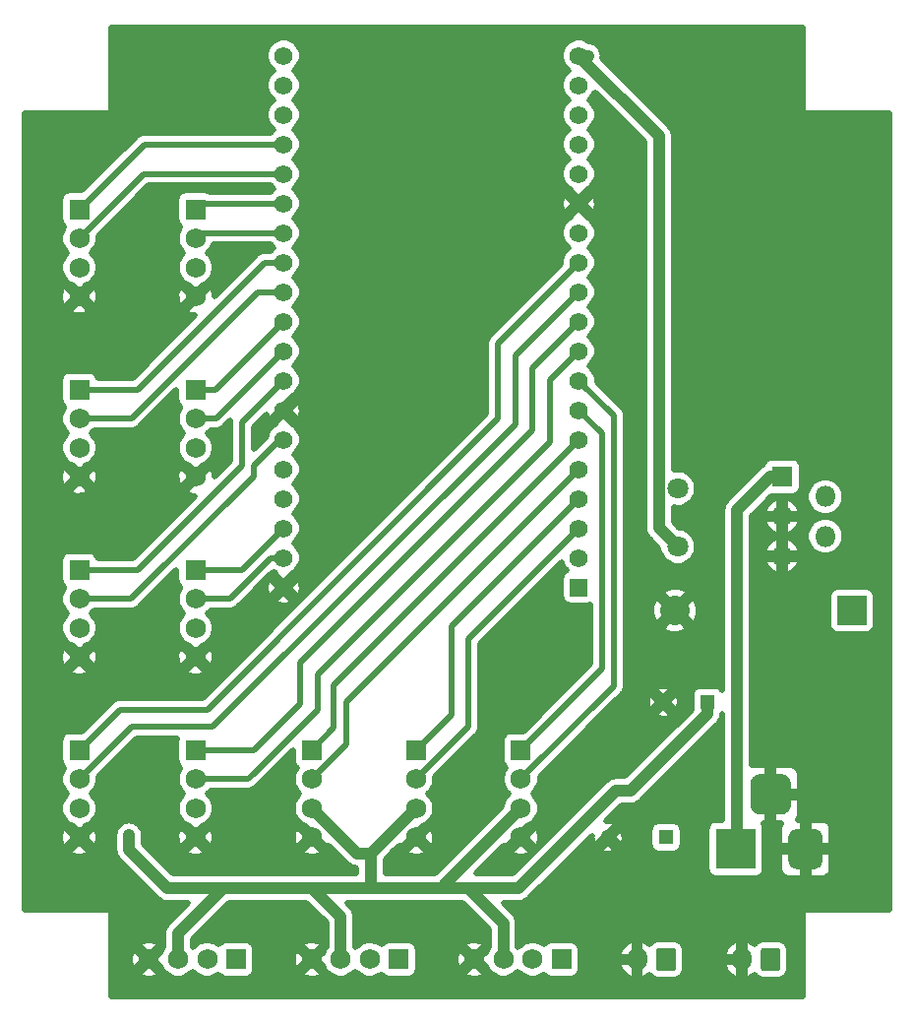
<source format=gbr>
G04 #@! TF.GenerationSoftware,KiCad,Pcbnew,5.1.10-88a1d61d58~90~ubuntu20.04.1*
G04 #@! TF.CreationDate,2022-01-15T16:19:50+00:00*
G04 #@! TF.ProjectId,beehive,62656568-6976-4652-9e6b-696361645f70,rev?*
G04 #@! TF.SameCoordinates,Original*
G04 #@! TF.FileFunction,Copper,L2,Bot*
G04 #@! TF.FilePolarity,Positive*
%FSLAX46Y46*%
G04 Gerber Fmt 4.6, Leading zero omitted, Abs format (unit mm)*
G04 Created by KiCad (PCBNEW 5.1.10-88a1d61d58~90~ubuntu20.04.1) date 2022-01-15 16:19:50*
%MOMM*%
%LPD*%
G01*
G04 APERTURE LIST*
G04 #@! TA.AperFunction,ComponentPad*
%ADD10R,2.540000X2.540000*%
G04 #@! TD*
G04 #@! TA.AperFunction,ComponentPad*
%ADD11C,2.540000*%
G04 #@! TD*
G04 #@! TA.AperFunction,ComponentPad*
%ADD12C,1.800000*%
G04 #@! TD*
G04 #@! TA.AperFunction,ComponentPad*
%ADD13C,1.300000*%
G04 #@! TD*
G04 #@! TA.AperFunction,ComponentPad*
%ADD14R,1.300000X1.300000*%
G04 #@! TD*
G04 #@! TA.AperFunction,ComponentPad*
%ADD15O,1.700000X2.000000*%
G04 #@! TD*
G04 #@! TA.AperFunction,ComponentPad*
%ADD16C,1.750000*%
G04 #@! TD*
G04 #@! TA.AperFunction,ComponentPad*
%ADD17R,1.750000X1.750000*%
G04 #@! TD*
G04 #@! TA.AperFunction,ComponentPad*
%ADD18R,3.500000X3.500000*%
G04 #@! TD*
G04 #@! TA.AperFunction,ComponentPad*
%ADD19R,1.800000X1.800000*%
G04 #@! TD*
G04 #@! TA.AperFunction,ComponentPad*
%ADD20O,1.800000X1.800000*%
G04 #@! TD*
G04 #@! TA.AperFunction,ComponentPad*
%ADD21R,1.560000X1.560000*%
G04 #@! TD*
G04 #@! TA.AperFunction,ComponentPad*
%ADD22C,1.560000*%
G04 #@! TD*
G04 #@! TA.AperFunction,ViaPad*
%ADD23C,0.800000*%
G04 #@! TD*
G04 #@! TA.AperFunction,Conductor*
%ADD24C,1.000000*%
G04 #@! TD*
G04 #@! TA.AperFunction,Conductor*
%ADD25C,0.500000*%
G04 #@! TD*
G04 #@! TA.AperFunction,Conductor*
%ADD26C,0.100000*%
G04 #@! TD*
G04 APERTURE END LIST*
D10*
X206998780Y-111002960D03*
D11*
X191758780Y-111002960D03*
D12*
X192000000Y-105500000D03*
X192000000Y-100500000D03*
D13*
X190764000Y-118872000D03*
D14*
X194564000Y-118872000D03*
D15*
X188500000Y-141000000D03*
G04 #@! TA.AperFunction,ComponentPad*
G36*
G01*
X191850000Y-140250000D02*
X191850000Y-141750000D01*
G75*
G02*
X191600000Y-142000000I-250000J0D01*
G01*
X190400000Y-142000000D01*
G75*
G02*
X190150000Y-141750000I0J250000D01*
G01*
X190150000Y-140250000D01*
G75*
G02*
X190400000Y-140000000I250000J0D01*
G01*
X191600000Y-140000000D01*
G75*
G02*
X191850000Y-140250000I0J-250000D01*
G01*
G37*
G04 #@! TD.AperFunction*
X197500000Y-141000000D03*
G04 #@! TA.AperFunction,ComponentPad*
G36*
G01*
X200850000Y-140250000D02*
X200850000Y-141750000D01*
G75*
G02*
X200600000Y-142000000I-250000J0D01*
G01*
X199400000Y-142000000D01*
G75*
G02*
X199150000Y-141750000I0J250000D01*
G01*
X199150000Y-140250000D01*
G75*
G02*
X199400000Y-140000000I250000J0D01*
G01*
X200600000Y-140000000D01*
G75*
G02*
X200850000Y-140250000I0J-250000D01*
G01*
G37*
G04 #@! TD.AperFunction*
D16*
X140500000Y-99500000D03*
X140500000Y-97000000D03*
X140500000Y-94500000D03*
D17*
X140500000Y-92000000D03*
D16*
X150500000Y-84000000D03*
X150500000Y-81500000D03*
X150500000Y-79000000D03*
D17*
X150500000Y-76500000D03*
D16*
X140500000Y-84000000D03*
X140500000Y-81500000D03*
X140500000Y-79000000D03*
D17*
X140500000Y-76500000D03*
D16*
X140500000Y-115000000D03*
X140500000Y-112500000D03*
X140500000Y-110000000D03*
D17*
X140500000Y-107500000D03*
D16*
X174500000Y-141000000D03*
X177000000Y-141000000D03*
X179500000Y-141000000D03*
D17*
X182000000Y-141000000D03*
D16*
X146500000Y-141000000D03*
X149000000Y-141000000D03*
X151500000Y-141000000D03*
D17*
X154000000Y-141000000D03*
D16*
X160500000Y-141000000D03*
X163000000Y-141000000D03*
X165500000Y-141000000D03*
D17*
X168000000Y-141000000D03*
D16*
X178500000Y-130500000D03*
X178500000Y-128000000D03*
X178500000Y-125500000D03*
D17*
X178500000Y-123000000D03*
D16*
X169500000Y-130500000D03*
X169500000Y-128000000D03*
X169500000Y-125500000D03*
D17*
X169500000Y-123000000D03*
D16*
X160500000Y-130500000D03*
X160500000Y-128000000D03*
X160500000Y-125500000D03*
D17*
X160500000Y-123000000D03*
D16*
X150500000Y-130500000D03*
X150500000Y-128000000D03*
X150500000Y-125500000D03*
D17*
X150500000Y-123000000D03*
D16*
X140500000Y-130500000D03*
X140500000Y-128000000D03*
X140500000Y-125500000D03*
D17*
X140500000Y-123000000D03*
D16*
X150500000Y-115000000D03*
X150500000Y-112500000D03*
X150500000Y-110000000D03*
D17*
X150500000Y-107500000D03*
D16*
X150500000Y-99500000D03*
X150500000Y-97000000D03*
X150500000Y-94500000D03*
D17*
X150500000Y-92000000D03*
G04 #@! TA.AperFunction,ComponentPad*
G36*
G01*
X201750000Y-125925000D02*
X201750000Y-127675000D01*
G75*
G02*
X200875000Y-128550000I-875000J0D01*
G01*
X199125000Y-128550000D01*
G75*
G02*
X198250000Y-127675000I0J875000D01*
G01*
X198250000Y-125925000D01*
G75*
G02*
X199125000Y-125050000I875000J0D01*
G01*
X200875000Y-125050000D01*
G75*
G02*
X201750000Y-125925000I0J-875000D01*
G01*
G37*
G04 #@! TD.AperFunction*
G04 #@! TA.AperFunction,ComponentPad*
G36*
G01*
X204500000Y-130500000D02*
X204500000Y-132500000D01*
G75*
G02*
X203750000Y-133250000I-750000J0D01*
G01*
X202250000Y-133250000D01*
G75*
G02*
X201500000Y-132500000I0J750000D01*
G01*
X201500000Y-130500000D01*
G75*
G02*
X202250000Y-129750000I750000J0D01*
G01*
X203750000Y-129750000D01*
G75*
G02*
X204500000Y-130500000I0J-750000D01*
G01*
G37*
G04 #@! TD.AperFunction*
D18*
X197000000Y-131500000D03*
D14*
X191000000Y-130500000D03*
D13*
X186000000Y-130500000D03*
D19*
X201000000Y-99500000D03*
D20*
X204700000Y-101200000D03*
X201000000Y-102900000D03*
X204700000Y-104600000D03*
X201000000Y-106300000D03*
D21*
X183500000Y-109000000D03*
D22*
X183500000Y-106460000D03*
X183500000Y-63280000D03*
X183500000Y-103920000D03*
X183500000Y-101380000D03*
X183500000Y-98840000D03*
X183500000Y-96300000D03*
X183500000Y-93760000D03*
X183500000Y-91220000D03*
X183500000Y-88680000D03*
X183500000Y-86140000D03*
X183500000Y-83600000D03*
X183500000Y-81060000D03*
X183500000Y-78520000D03*
X183500000Y-75980000D03*
X183500000Y-73440000D03*
X183500000Y-70900000D03*
X183500000Y-68360000D03*
X183500000Y-65820000D03*
X158100000Y-109000000D03*
X158100000Y-106460000D03*
X158100000Y-103920000D03*
X158100000Y-101380000D03*
X158100000Y-98840000D03*
X158100000Y-96300000D03*
X158100000Y-93760000D03*
X158100000Y-91220000D03*
X158100000Y-88680000D03*
X158100000Y-86140000D03*
X158100000Y-83600000D03*
X158100000Y-81060000D03*
X158100000Y-78520000D03*
X158100000Y-75980000D03*
X158100000Y-73440000D03*
X158100000Y-70900000D03*
X158100000Y-68360000D03*
X158100000Y-65820000D03*
X158100000Y-63280000D03*
D23*
X144780000Y-130302000D03*
D24*
X201000000Y-99500000D02*
X199966000Y-99500000D01*
X199966000Y-99500000D02*
X197104000Y-102362000D01*
X197104000Y-131396000D02*
X197000000Y-131500000D01*
X197104000Y-102362000D02*
X197104000Y-131396000D01*
D25*
X150560000Y-73440000D02*
X158100000Y-73440000D01*
X146060000Y-73440000D02*
X140500000Y-79000000D01*
X150560000Y-73440000D02*
X146060000Y-73440000D01*
X146100000Y-70900000D02*
X140500000Y-76500000D01*
X158100000Y-70900000D02*
X146100000Y-70900000D01*
D24*
X184280000Y-63280000D02*
X183500000Y-63280000D01*
X194564000Y-118872000D02*
X194564000Y-119888000D01*
X194564000Y-119888000D02*
X187960000Y-126492000D01*
X187960000Y-126492000D02*
X186690000Y-126492000D01*
X186690000Y-126492000D02*
X178308000Y-134874000D01*
X144780000Y-131572000D02*
X144780000Y-130302000D01*
X148082000Y-134874000D02*
X144780000Y-131572000D01*
X149000000Y-138782000D02*
X152908000Y-134874000D01*
X149000000Y-141000000D02*
X149000000Y-138782000D01*
X152908000Y-134874000D02*
X148082000Y-134874000D01*
X163000000Y-137346000D02*
X160528000Y-134874000D01*
X163000000Y-141000000D02*
X163000000Y-137346000D01*
X160528000Y-134874000D02*
X152908000Y-134874000D01*
X177000000Y-137884000D02*
X173990000Y-134874000D01*
X177000000Y-141000000D02*
X177000000Y-137884000D01*
X178308000Y-134874000D02*
X173990000Y-134874000D01*
X171958000Y-134542000D02*
X171958000Y-134874000D01*
X178500000Y-128000000D02*
X171958000Y-134542000D01*
X173990000Y-134874000D02*
X171958000Y-134874000D01*
X165608000Y-131892000D02*
X165608000Y-134874000D01*
X169500000Y-128000000D02*
X165608000Y-131892000D01*
X165608000Y-134874000D02*
X160528000Y-134874000D01*
X171958000Y-134874000D02*
X165608000Y-134874000D01*
X164392000Y-131892000D02*
X160500000Y-128000000D01*
X165608000Y-131892000D02*
X164392000Y-131892000D01*
X190399999Y-103899999D02*
X192000000Y-105500000D01*
X190399999Y-70179999D02*
X190399999Y-103899999D01*
X183500000Y-63280000D02*
X190399999Y-70179999D01*
D25*
X150980000Y-78520000D02*
X150500000Y-79000000D01*
X158100000Y-78520000D02*
X150980000Y-78520000D01*
X151020000Y-75980000D02*
X150500000Y-76500000D01*
X158100000Y-75980000D02*
X151020000Y-75980000D01*
X155900000Y-83600000D02*
X158100000Y-83600000D01*
X145000000Y-94500000D02*
X145500000Y-94000000D01*
X140500000Y-94500000D02*
X145000000Y-94500000D01*
X145500000Y-94000000D02*
X155900000Y-83600000D01*
X156440000Y-81060000D02*
X158100000Y-81060000D01*
X145500000Y-92000000D02*
X140500000Y-92000000D01*
X156440000Y-81060000D02*
X145500000Y-92000000D01*
X157320001Y-89459999D02*
X158100000Y-88680000D01*
X153500000Y-93280000D02*
X157320001Y-89459999D01*
X152280000Y-94500000D02*
X153500000Y-93280000D01*
X150500000Y-94500000D02*
X152280000Y-94500000D01*
X157320001Y-86919999D02*
X158100000Y-86140000D01*
X152240000Y-92000000D02*
X152870000Y-91370000D01*
X150500000Y-92000000D02*
X152240000Y-92000000D01*
X152870000Y-91370000D02*
X157320001Y-86919999D01*
X157700000Y-96300000D02*
X158100000Y-96300000D01*
X155500000Y-99469999D02*
X155500000Y-98500000D01*
X155500000Y-98500000D02*
X157700000Y-96300000D01*
X144970000Y-110000000D02*
X145485000Y-109485000D01*
X140500000Y-110000000D02*
X144970000Y-110000000D01*
X145485000Y-109485000D02*
X155500000Y-99469999D01*
X157320001Y-91999999D02*
X158100000Y-91220000D01*
X154500000Y-94820000D02*
X157320001Y-91999999D01*
X154500000Y-98500000D02*
X154500000Y-94820000D01*
X145500000Y-107500000D02*
X154500000Y-98500000D01*
X140500000Y-107500000D02*
X145500000Y-107500000D01*
X156169988Y-107286926D02*
X156996914Y-106460000D01*
X156996914Y-106460000D02*
X158100000Y-106460000D01*
X153456914Y-110000000D02*
X156169988Y-107286926D01*
X150500000Y-110000000D02*
X153456914Y-110000000D01*
X157320001Y-104699999D02*
X158100000Y-103920000D01*
X154520000Y-107500000D02*
X155010000Y-107010000D01*
X150500000Y-107500000D02*
X154520000Y-107500000D01*
X155010000Y-107010000D02*
X157320001Y-104699999D01*
X182720001Y-84379999D02*
X183500000Y-83600000D01*
X178000000Y-95000000D02*
X178000000Y-89100000D01*
X178000000Y-89100000D02*
X182720001Y-84379999D01*
X149500000Y-121000000D02*
X152000000Y-121000000D01*
X152000000Y-121000000D02*
X178000000Y-95000000D01*
X145000000Y-121000000D02*
X140500000Y-125500000D01*
X149500000Y-121000000D02*
X145000000Y-121000000D01*
X144000000Y-119500000D02*
X140500000Y-123000000D01*
X151500000Y-119500000D02*
X144000000Y-119500000D01*
X176500000Y-94500000D02*
X151500000Y-119500000D01*
X176500000Y-88060000D02*
X176500000Y-94500000D01*
X183500000Y-81060000D02*
X176500000Y-88060000D01*
X181000000Y-91180000D02*
X183500000Y-88680000D01*
X161000000Y-119500000D02*
X161000000Y-116500000D01*
X181000000Y-96500000D02*
X181000000Y-91180000D01*
X161000000Y-116500000D02*
X181000000Y-96500000D01*
X155000000Y-125500000D02*
X155500000Y-125000000D01*
X150500000Y-125500000D02*
X155000000Y-125500000D01*
X155500000Y-125000000D02*
X161000000Y-119500000D01*
X155500000Y-123000000D02*
X150500000Y-123000000D01*
X159500000Y-115500000D02*
X159500000Y-119000000D01*
X159500000Y-119000000D02*
X155500000Y-123000000D01*
X179500000Y-95500000D02*
X159500000Y-115500000D01*
X179500000Y-90140000D02*
X179500000Y-95500000D01*
X183500000Y-86140000D02*
X179500000Y-90140000D01*
X182720001Y-99619999D02*
X183500000Y-98840000D01*
X163500000Y-118840000D02*
X182720001Y-99619999D01*
X160500000Y-125500000D02*
X163500000Y-122500000D01*
X163500000Y-122500000D02*
X163500000Y-118840000D01*
X162399967Y-117400033D02*
X183500000Y-96300000D01*
X160500000Y-123000000D02*
X162399967Y-121100033D01*
X162399967Y-121100033D02*
X162399967Y-117400033D01*
X176000000Y-111420000D02*
X183500000Y-103920000D01*
X174000000Y-113420000D02*
X176000000Y-111420000D01*
X174000000Y-121000000D02*
X174000000Y-120000000D01*
X169500000Y-125500000D02*
X174000000Y-121000000D01*
X174000000Y-120000000D02*
X174000000Y-113420000D01*
X180960000Y-103920000D02*
X183500000Y-101380000D01*
X172500000Y-112380000D02*
X180960000Y-103920000D01*
X172500000Y-120000000D02*
X169500000Y-123000000D01*
X172500000Y-119000000D02*
X172500000Y-120000000D01*
X172500000Y-119000000D02*
X172500000Y-112380000D01*
X186500000Y-94220000D02*
X183500000Y-91220000D01*
X186500000Y-117000000D02*
X186500000Y-94220000D01*
X186500000Y-117500000D02*
X178500000Y-125500000D01*
X186500000Y-117000000D02*
X186500000Y-117500000D01*
X185500000Y-95760000D02*
X183500000Y-93760000D01*
X185500000Y-116000000D02*
X178500000Y-123000000D01*
X185500000Y-116000000D02*
X185500000Y-95760000D01*
X202750000Y-68000000D02*
X202754804Y-68048773D01*
X202769030Y-68095671D01*
X202792133Y-68138893D01*
X202823223Y-68176777D01*
X202861107Y-68207867D01*
X202904329Y-68230970D01*
X202951227Y-68245196D01*
X203000000Y-68250000D01*
X210200001Y-68250000D01*
X210200000Y-136750000D01*
X203000000Y-136750000D01*
X202951227Y-136754804D01*
X202904329Y-136769030D01*
X202861107Y-136792133D01*
X202823223Y-136823223D01*
X202792133Y-136861107D01*
X202769030Y-136904329D01*
X202754804Y-136951227D01*
X202750000Y-137000000D01*
X202750000Y-144200000D01*
X143250000Y-144200000D01*
X143250000Y-142183398D01*
X145670155Y-142183398D01*
X145753797Y-142452385D01*
X146051481Y-142570055D01*
X146366402Y-142627388D01*
X146686457Y-142622182D01*
X146999346Y-142554636D01*
X147246203Y-142452385D01*
X147329845Y-142183398D01*
X146500000Y-141353553D01*
X145670155Y-142183398D01*
X143250000Y-142183398D01*
X143250000Y-140866402D01*
X144872612Y-140866402D01*
X144877818Y-141186457D01*
X144945364Y-141499346D01*
X145047615Y-141746203D01*
X145316602Y-141829845D01*
X146146447Y-141000000D01*
X145316602Y-140170155D01*
X145047615Y-140253797D01*
X144929945Y-140551481D01*
X144872612Y-140866402D01*
X143250000Y-140866402D01*
X143250000Y-139816602D01*
X145670155Y-139816602D01*
X146500000Y-140646447D01*
X147329845Y-139816602D01*
X147246203Y-139547615D01*
X146948519Y-139429945D01*
X146633598Y-139372612D01*
X146313543Y-139377818D01*
X146000654Y-139445364D01*
X145753797Y-139547615D01*
X145670155Y-139816602D01*
X143250000Y-139816602D01*
X143250000Y-137000000D01*
X143245196Y-136951227D01*
X143230970Y-136904329D01*
X143207867Y-136861107D01*
X143176777Y-136823223D01*
X143138893Y-136792133D01*
X143095671Y-136769030D01*
X143048773Y-136754804D01*
X143000000Y-136750000D01*
X135800000Y-136750000D01*
X135800000Y-131683398D01*
X139670155Y-131683398D01*
X139753797Y-131952385D01*
X140051481Y-132070055D01*
X140366402Y-132127388D01*
X140686457Y-132122182D01*
X140999346Y-132054636D01*
X141246203Y-131952385D01*
X141329845Y-131683398D01*
X140500000Y-130853553D01*
X139670155Y-131683398D01*
X135800000Y-131683398D01*
X135800000Y-130366402D01*
X138872612Y-130366402D01*
X138877818Y-130686457D01*
X138945364Y-130999346D01*
X139047615Y-131246203D01*
X139316602Y-131329845D01*
X140146447Y-130500000D01*
X140853553Y-130500000D01*
X141683398Y-131329845D01*
X141952385Y-131246203D01*
X142070055Y-130948519D01*
X142127388Y-130633598D01*
X142122182Y-130313543D01*
X142054636Y-130000654D01*
X141952385Y-129753797D01*
X141683398Y-129670155D01*
X140853553Y-130500000D01*
X140146447Y-130500000D01*
X139316602Y-129670155D01*
X139047615Y-129753797D01*
X138929945Y-130051481D01*
X138872612Y-130366402D01*
X135800000Y-130366402D01*
X135800000Y-122125000D01*
X138871372Y-122125000D01*
X138871372Y-123875000D01*
X138885853Y-124022026D01*
X138928739Y-124163401D01*
X138998381Y-124293693D01*
X139092105Y-124407895D01*
X139206307Y-124501619D01*
X139211037Y-124504147D01*
X139059943Y-124730274D01*
X138937448Y-125026005D01*
X138875000Y-125339951D01*
X138875000Y-125660049D01*
X138937448Y-125973995D01*
X139059943Y-126269726D01*
X139237780Y-126535877D01*
X139451903Y-126750000D01*
X139237780Y-126964123D01*
X139059943Y-127230274D01*
X138937448Y-127526005D01*
X138875000Y-127839951D01*
X138875000Y-128160049D01*
X138937448Y-128473995D01*
X139059943Y-128769726D01*
X139237780Y-129035877D01*
X139464123Y-129262220D01*
X139730274Y-129440057D01*
X139838395Y-129484842D01*
X140500000Y-130146447D01*
X141161605Y-129484842D01*
X141269726Y-129440057D01*
X141535877Y-129262220D01*
X141762220Y-129035877D01*
X141940057Y-128769726D01*
X142062552Y-128473995D01*
X142125000Y-128160049D01*
X142125000Y-127839951D01*
X142062552Y-127526005D01*
X141940057Y-127230274D01*
X141762220Y-126964123D01*
X141548097Y-126750000D01*
X141762220Y-126535877D01*
X141940057Y-126269726D01*
X142062552Y-125973995D01*
X142125000Y-125660049D01*
X142125000Y-125339951D01*
X142116582Y-125297630D01*
X145414213Y-122000000D01*
X148883684Y-122000000D01*
X148871372Y-122125000D01*
X148871372Y-123875000D01*
X148885853Y-124022026D01*
X148928739Y-124163401D01*
X148998381Y-124293693D01*
X149092105Y-124407895D01*
X149206307Y-124501619D01*
X149211037Y-124504147D01*
X149059943Y-124730274D01*
X148937448Y-125026005D01*
X148875000Y-125339951D01*
X148875000Y-125660049D01*
X148937448Y-125973995D01*
X149059943Y-126269726D01*
X149237780Y-126535877D01*
X149451903Y-126750000D01*
X149237780Y-126964123D01*
X149059943Y-127230274D01*
X148937448Y-127526005D01*
X148875000Y-127839951D01*
X148875000Y-128160049D01*
X148937448Y-128473995D01*
X149059943Y-128769726D01*
X149237780Y-129035877D01*
X149464123Y-129262220D01*
X149730274Y-129440057D01*
X149838395Y-129484842D01*
X150500000Y-130146447D01*
X151161605Y-129484842D01*
X151269726Y-129440057D01*
X151535877Y-129262220D01*
X151762220Y-129035877D01*
X151940057Y-128769726D01*
X152062552Y-128473995D01*
X152125000Y-128160049D01*
X152125000Y-127839951D01*
X152062552Y-127526005D01*
X151940057Y-127230274D01*
X151762220Y-126964123D01*
X151548097Y-126750000D01*
X151762220Y-126535877D01*
X151786192Y-126500000D01*
X154950880Y-126500000D01*
X155000000Y-126504838D01*
X155049120Y-126500000D01*
X155196034Y-126485530D01*
X155384535Y-126428349D01*
X155558258Y-126335492D01*
X155710528Y-126210528D01*
X155741849Y-126172364D01*
X156241840Y-125672373D01*
X156241844Y-125672368D01*
X158871372Y-123042841D01*
X158871372Y-123875000D01*
X158885853Y-124022026D01*
X158928739Y-124163401D01*
X158998381Y-124293693D01*
X159092105Y-124407895D01*
X159206307Y-124501619D01*
X159211037Y-124504147D01*
X159059943Y-124730274D01*
X158937448Y-125026005D01*
X158875000Y-125339951D01*
X158875000Y-125660049D01*
X158937448Y-125973995D01*
X159059943Y-126269726D01*
X159237780Y-126535877D01*
X159451903Y-126750000D01*
X159237780Y-126964123D01*
X159059943Y-127230274D01*
X158937448Y-127526005D01*
X158875000Y-127839951D01*
X158875000Y-128160049D01*
X158937448Y-128473995D01*
X159059943Y-128769726D01*
X159237780Y-129035877D01*
X159464123Y-129262220D01*
X159730274Y-129440057D01*
X159838395Y-129484842D01*
X160500000Y-130146447D01*
X160514143Y-130132305D01*
X160867696Y-130485858D01*
X160853553Y-130500000D01*
X161683398Y-131329845D01*
X161952385Y-131246203D01*
X161959765Y-131227532D01*
X163464696Y-132732463D01*
X163503840Y-132780160D01*
X163694177Y-132936366D01*
X163911331Y-133052437D01*
X164146956Y-133123913D01*
X164172538Y-133126433D01*
X164330595Y-133142000D01*
X164330601Y-133142000D01*
X164358000Y-133144699D01*
X164358001Y-133624000D01*
X160589398Y-133624000D01*
X160528000Y-133617953D01*
X160466602Y-133624000D01*
X152969405Y-133624000D01*
X152908000Y-133617952D01*
X152846595Y-133624000D01*
X148599767Y-133624000D01*
X146659165Y-131683398D01*
X149670155Y-131683398D01*
X149753797Y-131952385D01*
X150051481Y-132070055D01*
X150366402Y-132127388D01*
X150686457Y-132122182D01*
X150999346Y-132054636D01*
X151246203Y-131952385D01*
X151329845Y-131683398D01*
X159670155Y-131683398D01*
X159753797Y-131952385D01*
X160051481Y-132070055D01*
X160366402Y-132127388D01*
X160686457Y-132122182D01*
X160999346Y-132054636D01*
X161246203Y-131952385D01*
X161329845Y-131683398D01*
X160500000Y-130853553D01*
X159670155Y-131683398D01*
X151329845Y-131683398D01*
X150500000Y-130853553D01*
X149670155Y-131683398D01*
X146659165Y-131683398D01*
X146030000Y-131054234D01*
X146030000Y-130366402D01*
X148872612Y-130366402D01*
X148877818Y-130686457D01*
X148945364Y-130999346D01*
X149047615Y-131246203D01*
X149316602Y-131329845D01*
X150146447Y-130500000D01*
X150853553Y-130500000D01*
X151683398Y-131329845D01*
X151952385Y-131246203D01*
X152070055Y-130948519D01*
X152127388Y-130633598D01*
X152123042Y-130366402D01*
X158872612Y-130366402D01*
X158877818Y-130686457D01*
X158945364Y-130999346D01*
X159047615Y-131246203D01*
X159316602Y-131329845D01*
X160146447Y-130500000D01*
X159316602Y-129670155D01*
X159047615Y-129753797D01*
X158929945Y-130051481D01*
X158872612Y-130366402D01*
X152123042Y-130366402D01*
X152122182Y-130313543D01*
X152054636Y-130000654D01*
X151952385Y-129753797D01*
X151683398Y-129670155D01*
X150853553Y-130500000D01*
X150146447Y-130500000D01*
X149316602Y-129670155D01*
X149047615Y-129753797D01*
X148929945Y-130051481D01*
X148872612Y-130366402D01*
X146030000Y-130366402D01*
X146030000Y-130240595D01*
X146011913Y-130056957D01*
X145940437Y-129821331D01*
X145824366Y-129604177D01*
X145668160Y-129413840D01*
X145477823Y-129257634D01*
X145260669Y-129141563D01*
X145025043Y-129070087D01*
X144780000Y-129045952D01*
X144534958Y-129070087D01*
X144299332Y-129141563D01*
X144082178Y-129257634D01*
X143891841Y-129413840D01*
X143735635Y-129604177D01*
X143619563Y-129821331D01*
X143548087Y-130056957D01*
X143530000Y-130240595D01*
X143530000Y-131510602D01*
X143523953Y-131572000D01*
X143530000Y-131633398D01*
X143530000Y-131633404D01*
X143548087Y-131817042D01*
X143619563Y-132052668D01*
X143735634Y-132269822D01*
X143891840Y-132460160D01*
X143939543Y-132499309D01*
X147154696Y-135714463D01*
X147193840Y-135762160D01*
X147384177Y-135918366D01*
X147601331Y-136034437D01*
X147836956Y-136105913D01*
X147862538Y-136108433D01*
X148020595Y-136124000D01*
X148020601Y-136124000D01*
X148081999Y-136130047D01*
X148143397Y-136124000D01*
X149890234Y-136124000D01*
X148159538Y-137854696D01*
X148111841Y-137893840D01*
X147955635Y-138084177D01*
X147931654Y-138129043D01*
X147839563Y-138301332D01*
X147768087Y-138536958D01*
X147743953Y-138782000D01*
X147750001Y-138843407D01*
X147750000Y-139951903D01*
X147737780Y-139964123D01*
X147559943Y-140230274D01*
X147515158Y-140338395D01*
X146853553Y-141000000D01*
X147515158Y-141661605D01*
X147559943Y-141769726D01*
X147737780Y-142035877D01*
X147964123Y-142262220D01*
X148230274Y-142440057D01*
X148526005Y-142562552D01*
X148839951Y-142625000D01*
X149160049Y-142625000D01*
X149473995Y-142562552D01*
X149769726Y-142440057D01*
X150035877Y-142262220D01*
X150250000Y-142048097D01*
X150464123Y-142262220D01*
X150730274Y-142440057D01*
X151026005Y-142562552D01*
X151339951Y-142625000D01*
X151660049Y-142625000D01*
X151973995Y-142562552D01*
X152269726Y-142440057D01*
X152495853Y-142288963D01*
X152498381Y-142293693D01*
X152592105Y-142407895D01*
X152706307Y-142501619D01*
X152836599Y-142571261D01*
X152977974Y-142614147D01*
X153125000Y-142628628D01*
X154875000Y-142628628D01*
X155022026Y-142614147D01*
X155163401Y-142571261D01*
X155293693Y-142501619D01*
X155407895Y-142407895D01*
X155501619Y-142293693D01*
X155560572Y-142183398D01*
X159670155Y-142183398D01*
X159753797Y-142452385D01*
X160051481Y-142570055D01*
X160366402Y-142627388D01*
X160686457Y-142622182D01*
X160999346Y-142554636D01*
X161246203Y-142452385D01*
X161329845Y-142183398D01*
X160500000Y-141353553D01*
X159670155Y-142183398D01*
X155560572Y-142183398D01*
X155571261Y-142163401D01*
X155614147Y-142022026D01*
X155628628Y-141875000D01*
X155628628Y-140866402D01*
X158872612Y-140866402D01*
X158877818Y-141186457D01*
X158945364Y-141499346D01*
X159047615Y-141746203D01*
X159316602Y-141829845D01*
X160146447Y-141000000D01*
X159316602Y-140170155D01*
X159047615Y-140253797D01*
X158929945Y-140551481D01*
X158872612Y-140866402D01*
X155628628Y-140866402D01*
X155628628Y-140125000D01*
X155614147Y-139977974D01*
X155571261Y-139836599D01*
X155560573Y-139816602D01*
X159670155Y-139816602D01*
X160500000Y-140646447D01*
X161329845Y-139816602D01*
X161246203Y-139547615D01*
X160948519Y-139429945D01*
X160633598Y-139372612D01*
X160313543Y-139377818D01*
X160000654Y-139445364D01*
X159753797Y-139547615D01*
X159670155Y-139816602D01*
X155560573Y-139816602D01*
X155501619Y-139706307D01*
X155407895Y-139592105D01*
X155293693Y-139498381D01*
X155163401Y-139428739D01*
X155022026Y-139385853D01*
X154875000Y-139371372D01*
X153125000Y-139371372D01*
X152977974Y-139385853D01*
X152836599Y-139428739D01*
X152706307Y-139498381D01*
X152592105Y-139592105D01*
X152498381Y-139706307D01*
X152495853Y-139711037D01*
X152269726Y-139559943D01*
X151973995Y-139437448D01*
X151660049Y-139375000D01*
X151339951Y-139375000D01*
X151026005Y-139437448D01*
X150730274Y-139559943D01*
X150464123Y-139737780D01*
X150250000Y-139951903D01*
X150250000Y-139299766D01*
X153425767Y-136124000D01*
X160010234Y-136124000D01*
X161750001Y-137863768D01*
X161750000Y-139951903D01*
X161737780Y-139964123D01*
X161559943Y-140230274D01*
X161515158Y-140338395D01*
X160853553Y-141000000D01*
X161515158Y-141661605D01*
X161559943Y-141769726D01*
X161737780Y-142035877D01*
X161964123Y-142262220D01*
X162230274Y-142440057D01*
X162526005Y-142562552D01*
X162839951Y-142625000D01*
X163160049Y-142625000D01*
X163473995Y-142562552D01*
X163769726Y-142440057D01*
X164035877Y-142262220D01*
X164250000Y-142048097D01*
X164464123Y-142262220D01*
X164730274Y-142440057D01*
X165026005Y-142562552D01*
X165339951Y-142625000D01*
X165660049Y-142625000D01*
X165973995Y-142562552D01*
X166269726Y-142440057D01*
X166495853Y-142288963D01*
X166498381Y-142293693D01*
X166592105Y-142407895D01*
X166706307Y-142501619D01*
X166836599Y-142571261D01*
X166977974Y-142614147D01*
X167125000Y-142628628D01*
X168875000Y-142628628D01*
X169022026Y-142614147D01*
X169163401Y-142571261D01*
X169293693Y-142501619D01*
X169407895Y-142407895D01*
X169501619Y-142293693D01*
X169560572Y-142183398D01*
X173670155Y-142183398D01*
X173753797Y-142452385D01*
X174051481Y-142570055D01*
X174366402Y-142627388D01*
X174686457Y-142622182D01*
X174999346Y-142554636D01*
X175246203Y-142452385D01*
X175329845Y-142183398D01*
X174500000Y-141353553D01*
X173670155Y-142183398D01*
X169560572Y-142183398D01*
X169571261Y-142163401D01*
X169614147Y-142022026D01*
X169628628Y-141875000D01*
X169628628Y-140866402D01*
X172872612Y-140866402D01*
X172877818Y-141186457D01*
X172945364Y-141499346D01*
X173047615Y-141746203D01*
X173316602Y-141829845D01*
X174146447Y-141000000D01*
X173316602Y-140170155D01*
X173047615Y-140253797D01*
X172929945Y-140551481D01*
X172872612Y-140866402D01*
X169628628Y-140866402D01*
X169628628Y-140125000D01*
X169614147Y-139977974D01*
X169571261Y-139836599D01*
X169560573Y-139816602D01*
X173670155Y-139816602D01*
X174500000Y-140646447D01*
X175329845Y-139816602D01*
X175246203Y-139547615D01*
X174948519Y-139429945D01*
X174633598Y-139372612D01*
X174313543Y-139377818D01*
X174000654Y-139445364D01*
X173753797Y-139547615D01*
X173670155Y-139816602D01*
X169560573Y-139816602D01*
X169501619Y-139706307D01*
X169407895Y-139592105D01*
X169293693Y-139498381D01*
X169163401Y-139428739D01*
X169022026Y-139385853D01*
X168875000Y-139371372D01*
X167125000Y-139371372D01*
X166977974Y-139385853D01*
X166836599Y-139428739D01*
X166706307Y-139498381D01*
X166592105Y-139592105D01*
X166498381Y-139706307D01*
X166495853Y-139711037D01*
X166269726Y-139559943D01*
X165973995Y-139437448D01*
X165660049Y-139375000D01*
X165339951Y-139375000D01*
X165026005Y-139437448D01*
X164730274Y-139559943D01*
X164464123Y-139737780D01*
X164250000Y-139951903D01*
X164250000Y-137407398D01*
X164256047Y-137346000D01*
X164250000Y-137284602D01*
X164250000Y-137284595D01*
X164231913Y-137100957D01*
X164160437Y-136865331D01*
X164044366Y-136648177D01*
X163888160Y-136457840D01*
X163840463Y-136418696D01*
X163545767Y-136124000D01*
X165546595Y-136124000D01*
X165608000Y-136130048D01*
X165669405Y-136124000D01*
X171896595Y-136124000D01*
X171958000Y-136130048D01*
X172019405Y-136124000D01*
X173472234Y-136124000D01*
X175750001Y-138401768D01*
X175750000Y-139951903D01*
X175737780Y-139964123D01*
X175559943Y-140230274D01*
X175515158Y-140338395D01*
X174853553Y-141000000D01*
X175515158Y-141661605D01*
X175559943Y-141769726D01*
X175737780Y-142035877D01*
X175964123Y-142262220D01*
X176230274Y-142440057D01*
X176526005Y-142562552D01*
X176839951Y-142625000D01*
X177160049Y-142625000D01*
X177473995Y-142562552D01*
X177769726Y-142440057D01*
X178035877Y-142262220D01*
X178250000Y-142048097D01*
X178464123Y-142262220D01*
X178730274Y-142440057D01*
X179026005Y-142562552D01*
X179339951Y-142625000D01*
X179660049Y-142625000D01*
X179973995Y-142562552D01*
X180269726Y-142440057D01*
X180495853Y-142288963D01*
X180498381Y-142293693D01*
X180592105Y-142407895D01*
X180706307Y-142501619D01*
X180836599Y-142571261D01*
X180977974Y-142614147D01*
X181125000Y-142628628D01*
X182875000Y-142628628D01*
X183022026Y-142614147D01*
X183163401Y-142571261D01*
X183293693Y-142501619D01*
X183407895Y-142407895D01*
X183501619Y-142293693D01*
X183571261Y-142163401D01*
X183614147Y-142022026D01*
X183628628Y-141875000D01*
X183628628Y-141497839D01*
X186943074Y-141497839D01*
X187040850Y-141794897D01*
X187194700Y-142067172D01*
X187398712Y-142304200D01*
X187645046Y-142496873D01*
X187924236Y-142637786D01*
X188005857Y-142671783D01*
X188250000Y-142540200D01*
X188250000Y-141250000D01*
X187095328Y-141250000D01*
X186943074Y-141497839D01*
X183628628Y-141497839D01*
X183628628Y-140502161D01*
X186943074Y-140502161D01*
X187095328Y-140750000D01*
X188250000Y-140750000D01*
X188250000Y-139459800D01*
X188750000Y-139459800D01*
X188750000Y-140750000D01*
X188770000Y-140750000D01*
X188770000Y-141250000D01*
X188750000Y-141250000D01*
X188750000Y-142540200D01*
X188994143Y-142671783D01*
X189075764Y-142637786D01*
X189354954Y-142496873D01*
X189577807Y-142322566D01*
X189690328Y-142459672D01*
X189842414Y-142584486D01*
X190015928Y-142677231D01*
X190204202Y-142734344D01*
X190400000Y-142753628D01*
X191600000Y-142753628D01*
X191795798Y-142734344D01*
X191984072Y-142677231D01*
X192157586Y-142584486D01*
X192309672Y-142459672D01*
X192434486Y-142307586D01*
X192527231Y-142134072D01*
X192584344Y-141945798D01*
X192603628Y-141750000D01*
X192603628Y-141497839D01*
X195943074Y-141497839D01*
X196040850Y-141794897D01*
X196194700Y-142067172D01*
X196398712Y-142304200D01*
X196645046Y-142496873D01*
X196924236Y-142637786D01*
X197005857Y-142671783D01*
X197250000Y-142540200D01*
X197250000Y-141250000D01*
X196095328Y-141250000D01*
X195943074Y-141497839D01*
X192603628Y-141497839D01*
X192603628Y-140502161D01*
X195943074Y-140502161D01*
X196095328Y-140750000D01*
X197250000Y-140750000D01*
X197250000Y-139459800D01*
X197750000Y-139459800D01*
X197750000Y-140750000D01*
X197770000Y-140750000D01*
X197770000Y-141250000D01*
X197750000Y-141250000D01*
X197750000Y-142540200D01*
X197994143Y-142671783D01*
X198075764Y-142637786D01*
X198354954Y-142496873D01*
X198577807Y-142322566D01*
X198690328Y-142459672D01*
X198842414Y-142584486D01*
X199015928Y-142677231D01*
X199204202Y-142734344D01*
X199400000Y-142753628D01*
X200600000Y-142753628D01*
X200795798Y-142734344D01*
X200984072Y-142677231D01*
X201157586Y-142584486D01*
X201309672Y-142459672D01*
X201434486Y-142307586D01*
X201527231Y-142134072D01*
X201584344Y-141945798D01*
X201603628Y-141750000D01*
X201603628Y-140250000D01*
X201584344Y-140054202D01*
X201527231Y-139865928D01*
X201434486Y-139692414D01*
X201309672Y-139540328D01*
X201157586Y-139415514D01*
X200984072Y-139322769D01*
X200795798Y-139265656D01*
X200600000Y-139246372D01*
X199400000Y-139246372D01*
X199204202Y-139265656D01*
X199015928Y-139322769D01*
X198842414Y-139415514D01*
X198690328Y-139540328D01*
X198577807Y-139677434D01*
X198354954Y-139503127D01*
X198075764Y-139362214D01*
X197994143Y-139328217D01*
X197750000Y-139459800D01*
X197250000Y-139459800D01*
X197005857Y-139328217D01*
X196924236Y-139362214D01*
X196645046Y-139503127D01*
X196398712Y-139695800D01*
X196194700Y-139932828D01*
X196040850Y-140205103D01*
X195943074Y-140502161D01*
X192603628Y-140502161D01*
X192603628Y-140250000D01*
X192584344Y-140054202D01*
X192527231Y-139865928D01*
X192434486Y-139692414D01*
X192309672Y-139540328D01*
X192157586Y-139415514D01*
X191984072Y-139322769D01*
X191795798Y-139265656D01*
X191600000Y-139246372D01*
X190400000Y-139246372D01*
X190204202Y-139265656D01*
X190015928Y-139322769D01*
X189842414Y-139415514D01*
X189690328Y-139540328D01*
X189577807Y-139677434D01*
X189354954Y-139503127D01*
X189075764Y-139362214D01*
X188994143Y-139328217D01*
X188750000Y-139459800D01*
X188250000Y-139459800D01*
X188005857Y-139328217D01*
X187924236Y-139362214D01*
X187645046Y-139503127D01*
X187398712Y-139695800D01*
X187194700Y-139932828D01*
X187040850Y-140205103D01*
X186943074Y-140502161D01*
X183628628Y-140502161D01*
X183628628Y-140125000D01*
X183614147Y-139977974D01*
X183571261Y-139836599D01*
X183501619Y-139706307D01*
X183407895Y-139592105D01*
X183293693Y-139498381D01*
X183163401Y-139428739D01*
X183022026Y-139385853D01*
X182875000Y-139371372D01*
X181125000Y-139371372D01*
X180977974Y-139385853D01*
X180836599Y-139428739D01*
X180706307Y-139498381D01*
X180592105Y-139592105D01*
X180498381Y-139706307D01*
X180495853Y-139711037D01*
X180269726Y-139559943D01*
X179973995Y-139437448D01*
X179660049Y-139375000D01*
X179339951Y-139375000D01*
X179026005Y-139437448D01*
X178730274Y-139559943D01*
X178464123Y-139737780D01*
X178250000Y-139951903D01*
X178250000Y-137945405D01*
X178256048Y-137884000D01*
X178231913Y-137638957D01*
X178160437Y-137403331D01*
X178096971Y-137284595D01*
X178044366Y-137186177D01*
X177888160Y-136995840D01*
X177840463Y-136956696D01*
X177007767Y-136124000D01*
X178246602Y-136124000D01*
X178308000Y-136130047D01*
X178369398Y-136124000D01*
X178369405Y-136124000D01*
X178553043Y-136105913D01*
X178788669Y-136034437D01*
X179005823Y-135918366D01*
X179196160Y-135762160D01*
X179235309Y-135714457D01*
X183429150Y-131520616D01*
X185332937Y-131520616D01*
X185388535Y-131766935D01*
X185647451Y-131861882D01*
X185919915Y-131904493D01*
X186195456Y-131893130D01*
X186463487Y-131828229D01*
X186611465Y-131766935D01*
X186667063Y-131520616D01*
X186000000Y-130853553D01*
X185332937Y-131520616D01*
X183429150Y-131520616D01*
X184607678Y-130342088D01*
X184595507Y-130419915D01*
X184606870Y-130695456D01*
X184671771Y-130963487D01*
X184733065Y-131111465D01*
X184979384Y-131167063D01*
X185646447Y-130500000D01*
X186353553Y-130500000D01*
X187020616Y-131167063D01*
X187266935Y-131111465D01*
X187361882Y-130852549D01*
X187404493Y-130580085D01*
X187393130Y-130304544D01*
X187328229Y-130036513D01*
X187266935Y-129888535D01*
X187096212Y-129850000D01*
X189596372Y-129850000D01*
X189596372Y-131150000D01*
X189610853Y-131297026D01*
X189653739Y-131438401D01*
X189723381Y-131568693D01*
X189817105Y-131682895D01*
X189931307Y-131776619D01*
X190061599Y-131846261D01*
X190202974Y-131889147D01*
X190350000Y-131903628D01*
X191650000Y-131903628D01*
X191797026Y-131889147D01*
X191938401Y-131846261D01*
X192068693Y-131776619D01*
X192182895Y-131682895D01*
X192276619Y-131568693D01*
X192346261Y-131438401D01*
X192389147Y-131297026D01*
X192403628Y-131150000D01*
X192403628Y-129850000D01*
X192389147Y-129702974D01*
X192346261Y-129561599D01*
X192276619Y-129431307D01*
X192182895Y-129317105D01*
X192068693Y-129223381D01*
X191938401Y-129153739D01*
X191797026Y-129110853D01*
X191650000Y-129096372D01*
X190350000Y-129096372D01*
X190202974Y-129110853D01*
X190061599Y-129153739D01*
X189931307Y-129223381D01*
X189817105Y-129317105D01*
X189723381Y-129431307D01*
X189653739Y-129561599D01*
X189610853Y-129702974D01*
X189596372Y-129850000D01*
X187096212Y-129850000D01*
X187020616Y-129832937D01*
X186353553Y-130500000D01*
X185646447Y-130500000D01*
X185632305Y-130485858D01*
X185985858Y-130132305D01*
X186000000Y-130146447D01*
X186667063Y-129479384D01*
X186611465Y-129233065D01*
X186352549Y-129138118D01*
X186080085Y-129095507D01*
X185844546Y-129105220D01*
X187207767Y-127742000D01*
X187898602Y-127742000D01*
X187960000Y-127748047D01*
X188021398Y-127742000D01*
X188021405Y-127742000D01*
X188205043Y-127723913D01*
X188440669Y-127652437D01*
X188657823Y-127536366D01*
X188848160Y-127380160D01*
X188887309Y-127332457D01*
X195404463Y-120815304D01*
X195452160Y-120776160D01*
X195608366Y-120585823D01*
X195724437Y-120368669D01*
X195783982Y-120172374D01*
X195795913Y-120133044D01*
X195801960Y-120071651D01*
X195811345Y-119976363D01*
X195840619Y-119940693D01*
X195854001Y-119915658D01*
X195854001Y-128996372D01*
X195250000Y-128996372D01*
X195102974Y-129010853D01*
X194961599Y-129053739D01*
X194831307Y-129123381D01*
X194717105Y-129217105D01*
X194623381Y-129331307D01*
X194553739Y-129461599D01*
X194510853Y-129602974D01*
X194496372Y-129750000D01*
X194496372Y-133250000D01*
X194510853Y-133397026D01*
X194553739Y-133538401D01*
X194623381Y-133668693D01*
X194717105Y-133782895D01*
X194831307Y-133876619D01*
X194961599Y-133946261D01*
X195102974Y-133989147D01*
X195250000Y-134003628D01*
X198750000Y-134003628D01*
X198897026Y-133989147D01*
X199038401Y-133946261D01*
X199168693Y-133876619D01*
X199282895Y-133782895D01*
X199376619Y-133668693D01*
X199446261Y-133538401D01*
X199489147Y-133397026D01*
X199503628Y-133250000D01*
X200746371Y-133250000D01*
X200760852Y-133397026D01*
X200803738Y-133538401D01*
X200873380Y-133668694D01*
X200967104Y-133782896D01*
X201081306Y-133876620D01*
X201211599Y-133946262D01*
X201352974Y-133989148D01*
X201500000Y-134003629D01*
X202562500Y-134000000D01*
X202750000Y-133812500D01*
X202750000Y-131750000D01*
X203250000Y-131750000D01*
X203250000Y-133812500D01*
X203437500Y-134000000D01*
X204500000Y-134003629D01*
X204647026Y-133989148D01*
X204788401Y-133946262D01*
X204918694Y-133876620D01*
X205032896Y-133782896D01*
X205126620Y-133668694D01*
X205196262Y-133538401D01*
X205239148Y-133397026D01*
X205253629Y-133250000D01*
X205250000Y-131937500D01*
X205062500Y-131750000D01*
X203250000Y-131750000D01*
X202750000Y-131750000D01*
X200937500Y-131750000D01*
X200750000Y-131937500D01*
X200746371Y-133250000D01*
X199503628Y-133250000D01*
X199503628Y-129750000D01*
X199489147Y-129602974D01*
X199446261Y-129461599D01*
X199376619Y-129331307D01*
X199351405Y-129300584D01*
X199562500Y-129300000D01*
X199750000Y-129112500D01*
X199750000Y-127050000D01*
X200250000Y-127050000D01*
X200250000Y-129112500D01*
X200437500Y-129300000D01*
X200898027Y-129301273D01*
X200873380Y-129331306D01*
X200803738Y-129461599D01*
X200760852Y-129602974D01*
X200746371Y-129750000D01*
X200750000Y-131062500D01*
X200937500Y-131250000D01*
X202750000Y-131250000D01*
X202750000Y-129187500D01*
X203250000Y-129187500D01*
X203250000Y-131250000D01*
X205062500Y-131250000D01*
X205250000Y-131062500D01*
X205253629Y-129750000D01*
X205239148Y-129602974D01*
X205196262Y-129461599D01*
X205126620Y-129331306D01*
X205032896Y-129217104D01*
X204918694Y-129123380D01*
X204788401Y-129053738D01*
X204647026Y-129010852D01*
X204500000Y-128996371D01*
X203437500Y-129000000D01*
X203250000Y-129187500D01*
X202750000Y-129187500D01*
X202562500Y-129000000D01*
X202351519Y-128999279D01*
X202376620Y-128968694D01*
X202446262Y-128838401D01*
X202489148Y-128697026D01*
X202503629Y-128550000D01*
X202500000Y-127237500D01*
X202312500Y-127050000D01*
X200250000Y-127050000D01*
X199750000Y-127050000D01*
X199730000Y-127050000D01*
X199730000Y-126550000D01*
X199750000Y-126550000D01*
X199750000Y-124487500D01*
X200250000Y-124487500D01*
X200250000Y-126550000D01*
X202312500Y-126550000D01*
X202500000Y-126362500D01*
X202503629Y-125050000D01*
X202489148Y-124902974D01*
X202446262Y-124761599D01*
X202376620Y-124631306D01*
X202282896Y-124517104D01*
X202168694Y-124423380D01*
X202038401Y-124353738D01*
X201897026Y-124310852D01*
X201750000Y-124296371D01*
X200437500Y-124300000D01*
X200250000Y-124487500D01*
X199750000Y-124487500D01*
X199562500Y-124300000D01*
X198354000Y-124296659D01*
X198354000Y-109732960D01*
X204975152Y-109732960D01*
X204975152Y-112272960D01*
X204989633Y-112419986D01*
X205032519Y-112561361D01*
X205102161Y-112691653D01*
X205195885Y-112805855D01*
X205310087Y-112899579D01*
X205440379Y-112969221D01*
X205581754Y-113012107D01*
X205728780Y-113026588D01*
X208268780Y-113026588D01*
X208415806Y-113012107D01*
X208557181Y-112969221D01*
X208687473Y-112899579D01*
X208801675Y-112805855D01*
X208895399Y-112691653D01*
X208965041Y-112561361D01*
X209007927Y-112419986D01*
X209022408Y-112272960D01*
X209022408Y-109732960D01*
X209007927Y-109585934D01*
X208965041Y-109444559D01*
X208895399Y-109314267D01*
X208801675Y-109200065D01*
X208687473Y-109106341D01*
X208557181Y-109036699D01*
X208415806Y-108993813D01*
X208268780Y-108979332D01*
X205728780Y-108979332D01*
X205581754Y-108993813D01*
X205440379Y-109036699D01*
X205310087Y-109106341D01*
X205195885Y-109200065D01*
X205102161Y-109314267D01*
X205032519Y-109444559D01*
X204989633Y-109585934D01*
X204975152Y-109732960D01*
X198354000Y-109732960D01*
X198354000Y-106802060D01*
X199428229Y-106802060D01*
X199556377Y-107099050D01*
X199740003Y-107365333D01*
X199972050Y-107590676D01*
X200243600Y-107766419D01*
X200497941Y-107871763D01*
X200750000Y-107740974D01*
X200750000Y-106550000D01*
X201250000Y-106550000D01*
X201250000Y-107740974D01*
X201502059Y-107871763D01*
X201756400Y-107766419D01*
X202027950Y-107590676D01*
X202259997Y-107365333D01*
X202443623Y-107099050D01*
X202571771Y-106802060D01*
X202443459Y-106550000D01*
X201250000Y-106550000D01*
X200750000Y-106550000D01*
X199556541Y-106550000D01*
X199428229Y-106802060D01*
X198354000Y-106802060D01*
X198354000Y-105797940D01*
X199428229Y-105797940D01*
X199556541Y-106050000D01*
X200750000Y-106050000D01*
X200750000Y-104859026D01*
X201250000Y-104859026D01*
X201250000Y-106050000D01*
X202443459Y-106050000D01*
X202571771Y-105797940D01*
X202443623Y-105500950D01*
X202259997Y-105234667D01*
X202027950Y-105009324D01*
X201756400Y-104833581D01*
X201502059Y-104728237D01*
X201250000Y-104859026D01*
X200750000Y-104859026D01*
X200497941Y-104728237D01*
X200243600Y-104833581D01*
X199972050Y-105009324D01*
X199740003Y-105234667D01*
X199556377Y-105500950D01*
X199428229Y-105797940D01*
X198354000Y-105797940D01*
X198354000Y-103402060D01*
X199428229Y-103402060D01*
X199556377Y-103699050D01*
X199740003Y-103965333D01*
X199972050Y-104190676D01*
X200243600Y-104366419D01*
X200497941Y-104471763D01*
X200750000Y-104340974D01*
X200750000Y-103150000D01*
X201250000Y-103150000D01*
X201250000Y-104340974D01*
X201502059Y-104471763D01*
X201584809Y-104437489D01*
X203050000Y-104437489D01*
X203050000Y-104762511D01*
X203113408Y-105081287D01*
X203237789Y-105381568D01*
X203418361Y-105651814D01*
X203648186Y-105881639D01*
X203918432Y-106062211D01*
X204218713Y-106186592D01*
X204537489Y-106250000D01*
X204862511Y-106250000D01*
X205181287Y-106186592D01*
X205481568Y-106062211D01*
X205751814Y-105881639D01*
X205981639Y-105651814D01*
X206162211Y-105381568D01*
X206286592Y-105081287D01*
X206350000Y-104762511D01*
X206350000Y-104437489D01*
X206286592Y-104118713D01*
X206162211Y-103818432D01*
X205981639Y-103548186D01*
X205751814Y-103318361D01*
X205481568Y-103137789D01*
X205181287Y-103013408D01*
X204862511Y-102950000D01*
X204537489Y-102950000D01*
X204218713Y-103013408D01*
X203918432Y-103137789D01*
X203648186Y-103318361D01*
X203418361Y-103548186D01*
X203237789Y-103818432D01*
X203113408Y-104118713D01*
X203050000Y-104437489D01*
X201584809Y-104437489D01*
X201756400Y-104366419D01*
X202027950Y-104190676D01*
X202259997Y-103965333D01*
X202443623Y-103699050D01*
X202571771Y-103402060D01*
X202443459Y-103150000D01*
X201250000Y-103150000D01*
X200750000Y-103150000D01*
X199556541Y-103150000D01*
X199428229Y-103402060D01*
X198354000Y-103402060D01*
X198354000Y-102879766D01*
X198835826Y-102397940D01*
X199428229Y-102397940D01*
X199556541Y-102650000D01*
X200750000Y-102650000D01*
X200750000Y-101459026D01*
X201250000Y-101459026D01*
X201250000Y-102650000D01*
X202443459Y-102650000D01*
X202571771Y-102397940D01*
X202443623Y-102100950D01*
X202259997Y-101834667D01*
X202027950Y-101609324D01*
X201756400Y-101433581D01*
X201502059Y-101328237D01*
X201250000Y-101459026D01*
X200750000Y-101459026D01*
X200497941Y-101328237D01*
X200243600Y-101433581D01*
X199972050Y-101609324D01*
X199740003Y-101834667D01*
X199556377Y-102100950D01*
X199428229Y-102397940D01*
X198835826Y-102397940D01*
X200081920Y-101151847D01*
X200100000Y-101153628D01*
X201900000Y-101153628D01*
X202047026Y-101139147D01*
X202188401Y-101096261D01*
X202298356Y-101037489D01*
X203050000Y-101037489D01*
X203050000Y-101362511D01*
X203113408Y-101681287D01*
X203237789Y-101981568D01*
X203418361Y-102251814D01*
X203648186Y-102481639D01*
X203918432Y-102662211D01*
X204218713Y-102786592D01*
X204537489Y-102850000D01*
X204862511Y-102850000D01*
X205181287Y-102786592D01*
X205481568Y-102662211D01*
X205751814Y-102481639D01*
X205981639Y-102251814D01*
X206162211Y-101981568D01*
X206286592Y-101681287D01*
X206350000Y-101362511D01*
X206350000Y-101037489D01*
X206286592Y-100718713D01*
X206162211Y-100418432D01*
X205981639Y-100148186D01*
X205751814Y-99918361D01*
X205481568Y-99737789D01*
X205181287Y-99613408D01*
X204862511Y-99550000D01*
X204537489Y-99550000D01*
X204218713Y-99613408D01*
X203918432Y-99737789D01*
X203648186Y-99918361D01*
X203418361Y-100148186D01*
X203237789Y-100418432D01*
X203113408Y-100718713D01*
X203050000Y-101037489D01*
X202298356Y-101037489D01*
X202318693Y-101026619D01*
X202432895Y-100932895D01*
X202526619Y-100818693D01*
X202596261Y-100688401D01*
X202639147Y-100547026D01*
X202653628Y-100400000D01*
X202653628Y-98600000D01*
X202639147Y-98452974D01*
X202596261Y-98311599D01*
X202526619Y-98181307D01*
X202432895Y-98067105D01*
X202318693Y-97973381D01*
X202188401Y-97903739D01*
X202047026Y-97860853D01*
X201900000Y-97846372D01*
X200100000Y-97846372D01*
X199952974Y-97860853D01*
X199811599Y-97903739D01*
X199681307Y-97973381D01*
X199567105Y-98067105D01*
X199473381Y-98181307D01*
X199403739Y-98311599D01*
X199377825Y-98397026D01*
X199268177Y-98455634D01*
X199077840Y-98611840D01*
X199038696Y-98659537D01*
X196263543Y-101434691D01*
X196215840Y-101473840D01*
X196059634Y-101664178D01*
X195943563Y-101881332D01*
X195872087Y-102116958D01*
X195854000Y-102300596D01*
X195854000Y-102300602D01*
X195847953Y-102362000D01*
X195854000Y-102423398D01*
X195854001Y-117828342D01*
X195840619Y-117803307D01*
X195746895Y-117689105D01*
X195632693Y-117595381D01*
X195502401Y-117525739D01*
X195361026Y-117482853D01*
X195214000Y-117468372D01*
X193914000Y-117468372D01*
X193766974Y-117482853D01*
X193625599Y-117525739D01*
X193495307Y-117595381D01*
X193381105Y-117689105D01*
X193287381Y-117803307D01*
X193217739Y-117933599D01*
X193174853Y-118074974D01*
X193160372Y-118222000D01*
X193160372Y-119522000D01*
X193160539Y-119523694D01*
X187442234Y-125242000D01*
X186751397Y-125242000D01*
X186689999Y-125235953D01*
X186628601Y-125242000D01*
X186628595Y-125242000D01*
X186444957Y-125260087D01*
X186209331Y-125331563D01*
X185992177Y-125447634D01*
X185801840Y-125603840D01*
X185762696Y-125651537D01*
X177790234Y-133624000D01*
X174643766Y-133624000D01*
X176584368Y-131683398D01*
X177670155Y-131683398D01*
X177753797Y-131952385D01*
X178051481Y-132070055D01*
X178366402Y-132127388D01*
X178686457Y-132122182D01*
X178999346Y-132054636D01*
X179246203Y-131952385D01*
X179329845Y-131683398D01*
X178500000Y-130853553D01*
X177670155Y-131683398D01*
X176584368Y-131683398D01*
X177039985Y-131227782D01*
X177047615Y-131246203D01*
X177316602Y-131329845D01*
X178146447Y-130500000D01*
X178853553Y-130500000D01*
X179683398Y-131329845D01*
X179952385Y-131246203D01*
X180070055Y-130948519D01*
X180127388Y-130633598D01*
X180122182Y-130313543D01*
X180054636Y-130000654D01*
X179952385Y-129753797D01*
X179683398Y-129670155D01*
X178853553Y-130500000D01*
X178146447Y-130500000D01*
X178132305Y-130485858D01*
X178485858Y-130132305D01*
X178500000Y-130146447D01*
X179161605Y-129484842D01*
X179269726Y-129440057D01*
X179535877Y-129262220D01*
X179762220Y-129035877D01*
X179940057Y-128769726D01*
X180062552Y-128473995D01*
X180125000Y-128160049D01*
X180125000Y-127839951D01*
X180062552Y-127526005D01*
X179940057Y-127230274D01*
X179762220Y-126964123D01*
X179548097Y-126750000D01*
X179762220Y-126535877D01*
X179940057Y-126269726D01*
X180062552Y-125973995D01*
X180125000Y-125660049D01*
X180125000Y-125339951D01*
X180116582Y-125297630D01*
X185521596Y-119892616D01*
X190096937Y-119892616D01*
X190152535Y-120138935D01*
X190411451Y-120233882D01*
X190683915Y-120276493D01*
X190959456Y-120265130D01*
X191227487Y-120200229D01*
X191375465Y-120138935D01*
X191431063Y-119892616D01*
X190764000Y-119225553D01*
X190096937Y-119892616D01*
X185521596Y-119892616D01*
X186622298Y-118791915D01*
X189359507Y-118791915D01*
X189370870Y-119067456D01*
X189435771Y-119335487D01*
X189497065Y-119483465D01*
X189743384Y-119539063D01*
X190410447Y-118872000D01*
X191117553Y-118872000D01*
X191784616Y-119539063D01*
X192030935Y-119483465D01*
X192125882Y-119224549D01*
X192168493Y-118952085D01*
X192157130Y-118676544D01*
X192092229Y-118408513D01*
X192030935Y-118260535D01*
X191784616Y-118204937D01*
X191117553Y-118872000D01*
X190410447Y-118872000D01*
X189743384Y-118204937D01*
X189497065Y-118260535D01*
X189402118Y-118519451D01*
X189359507Y-118791915D01*
X186622298Y-118791915D01*
X187172374Y-118241840D01*
X187210528Y-118210528D01*
X187335492Y-118058258D01*
X187428349Y-117884535D01*
X187438405Y-117851384D01*
X190096937Y-117851384D01*
X190764000Y-118518447D01*
X191431063Y-117851384D01*
X191375465Y-117605065D01*
X191116549Y-117510118D01*
X190844085Y-117467507D01*
X190568544Y-117478870D01*
X190300513Y-117543771D01*
X190152535Y-117605065D01*
X190096937Y-117851384D01*
X187438405Y-117851384D01*
X187485530Y-117696033D01*
X187500000Y-117549119D01*
X187500000Y-117549111D01*
X187504837Y-117500001D01*
X187500000Y-117450891D01*
X187500000Y-112470371D01*
X190644923Y-112470371D01*
X190777047Y-112779525D01*
X191142501Y-112936915D01*
X191531639Y-113019985D01*
X191929505Y-113025541D01*
X192320811Y-112953371D01*
X192690518Y-112806248D01*
X192740513Y-112779525D01*
X192872637Y-112470371D01*
X191758780Y-111356513D01*
X190644923Y-112470371D01*
X187500000Y-112470371D01*
X187500000Y-111173685D01*
X189736199Y-111173685D01*
X189808369Y-111564991D01*
X189955492Y-111934698D01*
X189982215Y-111984693D01*
X190291369Y-112116817D01*
X191405227Y-111002960D01*
X192112333Y-111002960D01*
X193226191Y-112116817D01*
X193535345Y-111984693D01*
X193692735Y-111619239D01*
X193775805Y-111230101D01*
X193781361Y-110832235D01*
X193709191Y-110440929D01*
X193562068Y-110071222D01*
X193535345Y-110021227D01*
X193226191Y-109889103D01*
X192112333Y-111002960D01*
X191405227Y-111002960D01*
X190291369Y-109889103D01*
X189982215Y-110021227D01*
X189824825Y-110386681D01*
X189741755Y-110775819D01*
X189736199Y-111173685D01*
X187500000Y-111173685D01*
X187500000Y-109535549D01*
X190644923Y-109535549D01*
X191758780Y-110649407D01*
X192872637Y-109535549D01*
X192740513Y-109226395D01*
X192375059Y-109069005D01*
X191985921Y-108985935D01*
X191588055Y-108980379D01*
X191196749Y-109052549D01*
X190827042Y-109199672D01*
X190777047Y-109226395D01*
X190644923Y-109535549D01*
X187500000Y-109535549D01*
X187500000Y-94269120D01*
X187504838Y-94220000D01*
X187485530Y-94023966D01*
X187428349Y-93835465D01*
X187335492Y-93661742D01*
X187241840Y-93547626D01*
X187210528Y-93509472D01*
X187172374Y-93478160D01*
X185030000Y-91335787D01*
X185030000Y-91069308D01*
X184971203Y-90773715D01*
X184855868Y-90495273D01*
X184688429Y-90244682D01*
X184475318Y-90031571D01*
X184353238Y-89950000D01*
X184475318Y-89868429D01*
X184688429Y-89655318D01*
X184855868Y-89404727D01*
X184971203Y-89126285D01*
X185030000Y-88830692D01*
X185030000Y-88529308D01*
X184971203Y-88233715D01*
X184855868Y-87955273D01*
X184688429Y-87704682D01*
X184475318Y-87491571D01*
X184353238Y-87410000D01*
X184475318Y-87328429D01*
X184688429Y-87115318D01*
X184855868Y-86864727D01*
X184971203Y-86586285D01*
X185030000Y-86290692D01*
X185030000Y-85989308D01*
X184971203Y-85693715D01*
X184855868Y-85415273D01*
X184688429Y-85164682D01*
X184475318Y-84951571D01*
X184353238Y-84870000D01*
X184475318Y-84788429D01*
X184688429Y-84575318D01*
X184855868Y-84324727D01*
X184971203Y-84046285D01*
X185030000Y-83750692D01*
X185030000Y-83449308D01*
X184971203Y-83153715D01*
X184855868Y-82875273D01*
X184688429Y-82624682D01*
X184475318Y-82411571D01*
X184353238Y-82330000D01*
X184475318Y-82248429D01*
X184688429Y-82035318D01*
X184855868Y-81784727D01*
X184971203Y-81506285D01*
X185030000Y-81210692D01*
X185030000Y-80909308D01*
X184971203Y-80613715D01*
X184855868Y-80335273D01*
X184688429Y-80084682D01*
X184475318Y-79871571D01*
X184353238Y-79790000D01*
X184475318Y-79708429D01*
X184688429Y-79495318D01*
X184855868Y-79244727D01*
X184971203Y-78966285D01*
X185030000Y-78670692D01*
X185030000Y-78369308D01*
X184971203Y-78073715D01*
X184855868Y-77795273D01*
X184688429Y-77544682D01*
X184475318Y-77331571D01*
X184239325Y-77173886D01*
X184261237Y-77094790D01*
X183500000Y-76333553D01*
X182738763Y-77094790D01*
X182760675Y-77173886D01*
X182524682Y-77331571D01*
X182311571Y-77544682D01*
X182144132Y-77795273D01*
X182028797Y-78073715D01*
X181970000Y-78369308D01*
X181970000Y-78670692D01*
X182028797Y-78966285D01*
X182144132Y-79244727D01*
X182311571Y-79495318D01*
X182524682Y-79708429D01*
X182646762Y-79790000D01*
X182524682Y-79871571D01*
X182311571Y-80084682D01*
X182144132Y-80335273D01*
X182028797Y-80613715D01*
X181970000Y-80909308D01*
X181970000Y-81175787D01*
X175827637Y-87318151D01*
X175789472Y-87349472D01*
X175664508Y-87501742D01*
X175595672Y-87630526D01*
X175571651Y-87675466D01*
X175514470Y-87863966D01*
X175495162Y-88060000D01*
X175500000Y-88109120D01*
X175500001Y-94085786D01*
X151085788Y-118500000D01*
X144049117Y-118500000D01*
X143999999Y-118495162D01*
X143950881Y-118500000D01*
X143950880Y-118500000D01*
X143803966Y-118514470D01*
X143615465Y-118571651D01*
X143441742Y-118664508D01*
X143289472Y-118789472D01*
X143258160Y-118827626D01*
X140714415Y-121371372D01*
X139625000Y-121371372D01*
X139477974Y-121385853D01*
X139336599Y-121428739D01*
X139206307Y-121498381D01*
X139092105Y-121592105D01*
X138998381Y-121706307D01*
X138928739Y-121836599D01*
X138885853Y-121977974D01*
X138871372Y-122125000D01*
X135800000Y-122125000D01*
X135800000Y-116183398D01*
X139670155Y-116183398D01*
X139753797Y-116452385D01*
X140051481Y-116570055D01*
X140366402Y-116627388D01*
X140686457Y-116622182D01*
X140999346Y-116554636D01*
X141246203Y-116452385D01*
X141329845Y-116183398D01*
X149670155Y-116183398D01*
X149753797Y-116452385D01*
X150051481Y-116570055D01*
X150366402Y-116627388D01*
X150686457Y-116622182D01*
X150999346Y-116554636D01*
X151246203Y-116452385D01*
X151329845Y-116183398D01*
X150500000Y-115353553D01*
X149670155Y-116183398D01*
X141329845Y-116183398D01*
X140500000Y-115353553D01*
X139670155Y-116183398D01*
X135800000Y-116183398D01*
X135800000Y-114866402D01*
X138872612Y-114866402D01*
X138877818Y-115186457D01*
X138945364Y-115499346D01*
X139047615Y-115746203D01*
X139316602Y-115829845D01*
X140146447Y-115000000D01*
X140853553Y-115000000D01*
X141683398Y-115829845D01*
X141952385Y-115746203D01*
X142070055Y-115448519D01*
X142127388Y-115133598D01*
X142123042Y-114866402D01*
X148872612Y-114866402D01*
X148877818Y-115186457D01*
X148945364Y-115499346D01*
X149047615Y-115746203D01*
X149316602Y-115829845D01*
X150146447Y-115000000D01*
X150853553Y-115000000D01*
X151683398Y-115829845D01*
X151952385Y-115746203D01*
X152070055Y-115448519D01*
X152127388Y-115133598D01*
X152122182Y-114813543D01*
X152054636Y-114500654D01*
X151952385Y-114253797D01*
X151683398Y-114170155D01*
X150853553Y-115000000D01*
X150146447Y-115000000D01*
X149316602Y-114170155D01*
X149047615Y-114253797D01*
X148929945Y-114551481D01*
X148872612Y-114866402D01*
X142123042Y-114866402D01*
X142122182Y-114813543D01*
X142054636Y-114500654D01*
X141952385Y-114253797D01*
X141683398Y-114170155D01*
X140853553Y-115000000D01*
X140146447Y-115000000D01*
X139316602Y-114170155D01*
X139047615Y-114253797D01*
X138929945Y-114551481D01*
X138872612Y-114866402D01*
X135800000Y-114866402D01*
X135800000Y-100683398D01*
X139670155Y-100683398D01*
X139753797Y-100952385D01*
X140051481Y-101070055D01*
X140366402Y-101127388D01*
X140686457Y-101122182D01*
X140999346Y-101054636D01*
X141246203Y-100952385D01*
X141329845Y-100683398D01*
X140500000Y-99853553D01*
X139670155Y-100683398D01*
X135800000Y-100683398D01*
X135800000Y-99366402D01*
X138872612Y-99366402D01*
X138877818Y-99686457D01*
X138945364Y-99999346D01*
X139047615Y-100246203D01*
X139316602Y-100329845D01*
X140146447Y-99500000D01*
X140853553Y-99500000D01*
X141683398Y-100329845D01*
X141952385Y-100246203D01*
X142070055Y-99948519D01*
X142127388Y-99633598D01*
X142123042Y-99366402D01*
X148872612Y-99366402D01*
X148877818Y-99686457D01*
X148945364Y-99999346D01*
X149047615Y-100246203D01*
X149316602Y-100329845D01*
X150146447Y-99500000D01*
X149316602Y-98670155D01*
X149047615Y-98753797D01*
X148929945Y-99051481D01*
X148872612Y-99366402D01*
X142123042Y-99366402D01*
X142122182Y-99313543D01*
X142054636Y-99000654D01*
X141952385Y-98753797D01*
X141683398Y-98670155D01*
X140853553Y-99500000D01*
X140146447Y-99500000D01*
X139316602Y-98670155D01*
X139047615Y-98753797D01*
X138929945Y-99051481D01*
X138872612Y-99366402D01*
X135800000Y-99366402D01*
X135800000Y-85183398D01*
X139670155Y-85183398D01*
X139753797Y-85452385D01*
X140051481Y-85570055D01*
X140366402Y-85627388D01*
X140686457Y-85622182D01*
X140999346Y-85554636D01*
X141246203Y-85452385D01*
X141329845Y-85183398D01*
X140500000Y-84353553D01*
X139670155Y-85183398D01*
X135800000Y-85183398D01*
X135800000Y-83866402D01*
X138872612Y-83866402D01*
X138877818Y-84186457D01*
X138945364Y-84499346D01*
X139047615Y-84746203D01*
X139316602Y-84829845D01*
X140146447Y-84000000D01*
X140853553Y-84000000D01*
X141683398Y-84829845D01*
X141952385Y-84746203D01*
X142070055Y-84448519D01*
X142127388Y-84133598D01*
X142123042Y-83866402D01*
X148872612Y-83866402D01*
X148877818Y-84186457D01*
X148945364Y-84499346D01*
X149047615Y-84746203D01*
X149316602Y-84829845D01*
X150146447Y-84000000D01*
X149316602Y-83170155D01*
X149047615Y-83253797D01*
X148929945Y-83551481D01*
X148872612Y-83866402D01*
X142123042Y-83866402D01*
X142122182Y-83813543D01*
X142054636Y-83500654D01*
X141952385Y-83253797D01*
X141683398Y-83170155D01*
X140853553Y-84000000D01*
X140146447Y-84000000D01*
X139316602Y-83170155D01*
X139047615Y-83253797D01*
X138929945Y-83551481D01*
X138872612Y-83866402D01*
X135800000Y-83866402D01*
X135800000Y-75625000D01*
X138871372Y-75625000D01*
X138871372Y-77375000D01*
X138885853Y-77522026D01*
X138928739Y-77663401D01*
X138998381Y-77793693D01*
X139092105Y-77907895D01*
X139206307Y-78001619D01*
X139211037Y-78004147D01*
X139059943Y-78230274D01*
X138937448Y-78526005D01*
X138875000Y-78839951D01*
X138875000Y-79160049D01*
X138937448Y-79473995D01*
X139059943Y-79769726D01*
X139237780Y-80035877D01*
X139451903Y-80250000D01*
X139237780Y-80464123D01*
X139059943Y-80730274D01*
X138937448Y-81026005D01*
X138875000Y-81339951D01*
X138875000Y-81660049D01*
X138937448Y-81973995D01*
X139059943Y-82269726D01*
X139237780Y-82535877D01*
X139464123Y-82762220D01*
X139730274Y-82940057D01*
X139838395Y-82984842D01*
X140500000Y-83646447D01*
X141161605Y-82984842D01*
X141269726Y-82940057D01*
X141535877Y-82762220D01*
X141762220Y-82535877D01*
X141940057Y-82269726D01*
X142062552Y-81973995D01*
X142125000Y-81660049D01*
X142125000Y-81339951D01*
X142062552Y-81026005D01*
X141940057Y-80730274D01*
X141762220Y-80464123D01*
X141548097Y-80250000D01*
X141762220Y-80035877D01*
X141940057Y-79769726D01*
X142062552Y-79473995D01*
X142125000Y-79160049D01*
X142125000Y-78839951D01*
X142116582Y-78797630D01*
X146474213Y-74440000D01*
X156936253Y-74440000D01*
X157124682Y-74628429D01*
X157246762Y-74710000D01*
X157124682Y-74791571D01*
X156936253Y-74980000D01*
X151759304Y-74980000D01*
X151663401Y-74928739D01*
X151522026Y-74885853D01*
X151375000Y-74871372D01*
X149625000Y-74871372D01*
X149477974Y-74885853D01*
X149336599Y-74928739D01*
X149206307Y-74998381D01*
X149092105Y-75092105D01*
X148998381Y-75206307D01*
X148928739Y-75336599D01*
X148885853Y-75477974D01*
X148871372Y-75625000D01*
X148871372Y-77375000D01*
X148885853Y-77522026D01*
X148928739Y-77663401D01*
X148998381Y-77793693D01*
X149092105Y-77907895D01*
X149206307Y-78001619D01*
X149211037Y-78004147D01*
X149059943Y-78230274D01*
X148937448Y-78526005D01*
X148875000Y-78839951D01*
X148875000Y-79160049D01*
X148937448Y-79473995D01*
X149059943Y-79769726D01*
X149237780Y-80035877D01*
X149451903Y-80250000D01*
X149237780Y-80464123D01*
X149059943Y-80730274D01*
X148937448Y-81026005D01*
X148875000Y-81339951D01*
X148875000Y-81660049D01*
X148937448Y-81973995D01*
X149059943Y-82269726D01*
X149237780Y-82535877D01*
X149464123Y-82762220D01*
X149730274Y-82940057D01*
X149838395Y-82984842D01*
X150500000Y-83646447D01*
X151161605Y-82984842D01*
X151269726Y-82940057D01*
X151535877Y-82762220D01*
X151762220Y-82535877D01*
X151940057Y-82269726D01*
X152062552Y-81973995D01*
X152125000Y-81660049D01*
X152125000Y-81339951D01*
X152062552Y-81026005D01*
X151940057Y-80730274D01*
X151762220Y-80464123D01*
X151548097Y-80250000D01*
X151762220Y-80035877D01*
X151940057Y-79769726D01*
X152043496Y-79520000D01*
X156936253Y-79520000D01*
X157124682Y-79708429D01*
X157246762Y-79790000D01*
X157124682Y-79871571D01*
X156936253Y-80060000D01*
X156489117Y-80060000D01*
X156439999Y-80055162D01*
X156390881Y-80060000D01*
X156390880Y-80060000D01*
X156243966Y-80074470D01*
X156055465Y-80131651D01*
X155881742Y-80224508D01*
X155729472Y-80349472D01*
X155698155Y-80387632D01*
X152124584Y-83961203D01*
X152122182Y-83813543D01*
X152054636Y-83500654D01*
X151952385Y-83253797D01*
X151683398Y-83170155D01*
X150853553Y-84000000D01*
X150867696Y-84014143D01*
X150514143Y-84367696D01*
X150500000Y-84353553D01*
X149670155Y-85183398D01*
X149753797Y-85452385D01*
X150051481Y-85570055D01*
X150366402Y-85627388D01*
X150459921Y-85625867D01*
X145085788Y-91000000D01*
X142116316Y-91000000D01*
X142114147Y-90977974D01*
X142071261Y-90836599D01*
X142001619Y-90706307D01*
X141907895Y-90592105D01*
X141793693Y-90498381D01*
X141663401Y-90428739D01*
X141522026Y-90385853D01*
X141375000Y-90371372D01*
X139625000Y-90371372D01*
X139477974Y-90385853D01*
X139336599Y-90428739D01*
X139206307Y-90498381D01*
X139092105Y-90592105D01*
X138998381Y-90706307D01*
X138928739Y-90836599D01*
X138885853Y-90977974D01*
X138871372Y-91125000D01*
X138871372Y-92875000D01*
X138885853Y-93022026D01*
X138928739Y-93163401D01*
X138998381Y-93293693D01*
X139092105Y-93407895D01*
X139206307Y-93501619D01*
X139211037Y-93504147D01*
X139059943Y-93730274D01*
X138937448Y-94026005D01*
X138875000Y-94339951D01*
X138875000Y-94660049D01*
X138937448Y-94973995D01*
X139059943Y-95269726D01*
X139237780Y-95535877D01*
X139451903Y-95750000D01*
X139237780Y-95964123D01*
X139059943Y-96230274D01*
X138937448Y-96526005D01*
X138875000Y-96839951D01*
X138875000Y-97160049D01*
X138937448Y-97473995D01*
X139059943Y-97769726D01*
X139237780Y-98035877D01*
X139464123Y-98262220D01*
X139730274Y-98440057D01*
X139838395Y-98484842D01*
X140500000Y-99146447D01*
X141161605Y-98484842D01*
X141269726Y-98440057D01*
X141535877Y-98262220D01*
X141762220Y-98035877D01*
X141940057Y-97769726D01*
X142062552Y-97473995D01*
X142125000Y-97160049D01*
X142125000Y-96839951D01*
X142062552Y-96526005D01*
X141940057Y-96230274D01*
X141762220Y-95964123D01*
X141548097Y-95750000D01*
X141762220Y-95535877D01*
X141786192Y-95500000D01*
X144950880Y-95500000D01*
X145000000Y-95504838D01*
X145049120Y-95500000D01*
X145196034Y-95485530D01*
X145384535Y-95428349D01*
X145558258Y-95335492D01*
X145710528Y-95210528D01*
X145741849Y-95172364D01*
X146241840Y-94672373D01*
X146241845Y-94672367D01*
X148871372Y-92042840D01*
X148871372Y-92875000D01*
X148885853Y-93022026D01*
X148928739Y-93163401D01*
X148998381Y-93293693D01*
X149092105Y-93407895D01*
X149206307Y-93501619D01*
X149211037Y-93504147D01*
X149059943Y-93730274D01*
X148937448Y-94026005D01*
X148875000Y-94339951D01*
X148875000Y-94660049D01*
X148937448Y-94973995D01*
X149059943Y-95269726D01*
X149237780Y-95535877D01*
X149451903Y-95750000D01*
X149237780Y-95964123D01*
X149059943Y-96230274D01*
X148937448Y-96526005D01*
X148875000Y-96839951D01*
X148875000Y-97160049D01*
X148937448Y-97473995D01*
X149059943Y-97769726D01*
X149237780Y-98035877D01*
X149464123Y-98262220D01*
X149730274Y-98440057D01*
X149838395Y-98484842D01*
X150500000Y-99146447D01*
X151161605Y-98484842D01*
X151269726Y-98440057D01*
X151535877Y-98262220D01*
X151762220Y-98035877D01*
X151940057Y-97769726D01*
X152062552Y-97473995D01*
X152125000Y-97160049D01*
X152125000Y-96839951D01*
X152062552Y-96526005D01*
X151940057Y-96230274D01*
X151762220Y-95964123D01*
X151548097Y-95750000D01*
X151762220Y-95535877D01*
X151786192Y-95500000D01*
X152230880Y-95500000D01*
X152280000Y-95504838D01*
X152329120Y-95500000D01*
X152476034Y-95485530D01*
X152664535Y-95428349D01*
X152838258Y-95335492D01*
X152990528Y-95210528D01*
X153021849Y-95172364D01*
X153508376Y-94685837D01*
X153495162Y-94820000D01*
X153500001Y-94869130D01*
X153500000Y-98085787D01*
X152124584Y-99461203D01*
X152122182Y-99313543D01*
X152054636Y-99000654D01*
X151952385Y-98753797D01*
X151683398Y-98670155D01*
X150853553Y-99500000D01*
X150867696Y-99514143D01*
X150514143Y-99867696D01*
X150500000Y-99853553D01*
X149670155Y-100683398D01*
X149753797Y-100952385D01*
X150051481Y-101070055D01*
X150366402Y-101127388D01*
X150459921Y-101125867D01*
X145085788Y-106500000D01*
X142116316Y-106500000D01*
X142114147Y-106477974D01*
X142071261Y-106336599D01*
X142001619Y-106206307D01*
X141907895Y-106092105D01*
X141793693Y-105998381D01*
X141663401Y-105928739D01*
X141522026Y-105885853D01*
X141375000Y-105871372D01*
X139625000Y-105871372D01*
X139477974Y-105885853D01*
X139336599Y-105928739D01*
X139206307Y-105998381D01*
X139092105Y-106092105D01*
X138998381Y-106206307D01*
X138928739Y-106336599D01*
X138885853Y-106477974D01*
X138871372Y-106625000D01*
X138871372Y-108375000D01*
X138885853Y-108522026D01*
X138928739Y-108663401D01*
X138998381Y-108793693D01*
X139092105Y-108907895D01*
X139206307Y-109001619D01*
X139211037Y-109004147D01*
X139059943Y-109230274D01*
X138937448Y-109526005D01*
X138875000Y-109839951D01*
X138875000Y-110160049D01*
X138937448Y-110473995D01*
X139059943Y-110769726D01*
X139237780Y-111035877D01*
X139451903Y-111250000D01*
X139237780Y-111464123D01*
X139059943Y-111730274D01*
X138937448Y-112026005D01*
X138875000Y-112339951D01*
X138875000Y-112660049D01*
X138937448Y-112973995D01*
X139059943Y-113269726D01*
X139237780Y-113535877D01*
X139464123Y-113762220D01*
X139730274Y-113940057D01*
X139838395Y-113984842D01*
X140500000Y-114646447D01*
X141161605Y-113984842D01*
X141269726Y-113940057D01*
X141535877Y-113762220D01*
X141762220Y-113535877D01*
X141940057Y-113269726D01*
X142062552Y-112973995D01*
X142125000Y-112660049D01*
X142125000Y-112339951D01*
X142062552Y-112026005D01*
X141940057Y-111730274D01*
X141762220Y-111464123D01*
X141548097Y-111250000D01*
X141762220Y-111035877D01*
X141786192Y-111000000D01*
X144920880Y-111000000D01*
X144970000Y-111004838D01*
X145019120Y-111000000D01*
X145166034Y-110985530D01*
X145354535Y-110928349D01*
X145528258Y-110835492D01*
X145680528Y-110710528D01*
X145711849Y-110672363D01*
X148871372Y-107512840D01*
X148871372Y-108375000D01*
X148885853Y-108522026D01*
X148928739Y-108663401D01*
X148998381Y-108793693D01*
X149092105Y-108907895D01*
X149206307Y-109001619D01*
X149211037Y-109004147D01*
X149059943Y-109230274D01*
X148937448Y-109526005D01*
X148875000Y-109839951D01*
X148875000Y-110160049D01*
X148937448Y-110473995D01*
X149059943Y-110769726D01*
X149237780Y-111035877D01*
X149451903Y-111250000D01*
X149237780Y-111464123D01*
X149059943Y-111730274D01*
X148937448Y-112026005D01*
X148875000Y-112339951D01*
X148875000Y-112660049D01*
X148937448Y-112973995D01*
X149059943Y-113269726D01*
X149237780Y-113535877D01*
X149464123Y-113762220D01*
X149730274Y-113940057D01*
X149838395Y-113984842D01*
X150500000Y-114646447D01*
X151161605Y-113984842D01*
X151269726Y-113940057D01*
X151535877Y-113762220D01*
X151762220Y-113535877D01*
X151940057Y-113269726D01*
X152062552Y-112973995D01*
X152125000Y-112660049D01*
X152125000Y-112339951D01*
X152062552Y-112026005D01*
X151940057Y-111730274D01*
X151762220Y-111464123D01*
X151548097Y-111250000D01*
X151762220Y-111035877D01*
X151786192Y-111000000D01*
X153407794Y-111000000D01*
X153456914Y-111004838D01*
X153506034Y-111000000D01*
X153652948Y-110985530D01*
X153841449Y-110928349D01*
X154015172Y-110835492D01*
X154167442Y-110710528D01*
X154198763Y-110672363D01*
X154756336Y-110114790D01*
X157338763Y-110114790D01*
X157410620Y-110374176D01*
X157691955Y-110482263D01*
X157988970Y-110533388D01*
X158290253Y-110525586D01*
X158584224Y-110459156D01*
X158789380Y-110374176D01*
X158861237Y-110114790D01*
X158100000Y-109353553D01*
X157338763Y-110114790D01*
X154756336Y-110114790D01*
X155982156Y-108888970D01*
X156566612Y-108888970D01*
X156574414Y-109190253D01*
X156640844Y-109484224D01*
X156725824Y-109689380D01*
X156985210Y-109761237D01*
X157746447Y-109000000D01*
X158453553Y-109000000D01*
X159214790Y-109761237D01*
X159474176Y-109689380D01*
X159582263Y-109408045D01*
X159633388Y-109111030D01*
X159625586Y-108809747D01*
X159559156Y-108515776D01*
X159474176Y-108310620D01*
X159214790Y-108238763D01*
X158453553Y-109000000D01*
X157746447Y-109000000D01*
X156985210Y-108238763D01*
X156725824Y-108310620D01*
X156617737Y-108591955D01*
X156566612Y-108888970D01*
X155982156Y-108888970D01*
X156911827Y-107959300D01*
X156911831Y-107959295D01*
X157183438Y-107687688D01*
X157360675Y-107806114D01*
X157338763Y-107885210D01*
X158100000Y-108646447D01*
X158861237Y-107885210D01*
X158839325Y-107806114D01*
X159075318Y-107648429D01*
X159288429Y-107435318D01*
X159455868Y-107184727D01*
X159571203Y-106906285D01*
X159630000Y-106610692D01*
X159630000Y-106309308D01*
X159571203Y-106013715D01*
X159455868Y-105735273D01*
X159288429Y-105484682D01*
X159075318Y-105271571D01*
X158953238Y-105190000D01*
X159075318Y-105108429D01*
X159288429Y-104895318D01*
X159455868Y-104644727D01*
X159571203Y-104366285D01*
X159630000Y-104070692D01*
X159630000Y-103769308D01*
X159571203Y-103473715D01*
X159455868Y-103195273D01*
X159288429Y-102944682D01*
X159075318Y-102731571D01*
X158953238Y-102650000D01*
X159075318Y-102568429D01*
X159288429Y-102355318D01*
X159455868Y-102104727D01*
X159571203Y-101826285D01*
X159630000Y-101530692D01*
X159630000Y-101229308D01*
X159571203Y-100933715D01*
X159455868Y-100655273D01*
X159288429Y-100404682D01*
X159075318Y-100191571D01*
X158953238Y-100110000D01*
X159075318Y-100028429D01*
X159288429Y-99815318D01*
X159455868Y-99564727D01*
X159571203Y-99286285D01*
X159630000Y-98990692D01*
X159630000Y-98689308D01*
X159571203Y-98393715D01*
X159455868Y-98115273D01*
X159288429Y-97864682D01*
X159075318Y-97651571D01*
X158953238Y-97570000D01*
X159075318Y-97488429D01*
X159288429Y-97275318D01*
X159455868Y-97024727D01*
X159571203Y-96746285D01*
X159630000Y-96450692D01*
X159630000Y-96149308D01*
X159571203Y-95853715D01*
X159455868Y-95575273D01*
X159288429Y-95324682D01*
X159075318Y-95111571D01*
X158839325Y-94953886D01*
X158861237Y-94874790D01*
X158100000Y-94113553D01*
X157338763Y-94874790D01*
X157360675Y-94953886D01*
X157124682Y-95111571D01*
X156911571Y-95324682D01*
X156744132Y-95575273D01*
X156628797Y-95853715D01*
X156603154Y-95982634D01*
X155500000Y-97085788D01*
X155500000Y-95234212D01*
X156613038Y-94121175D01*
X156640844Y-94244224D01*
X156725824Y-94449380D01*
X156985210Y-94521237D01*
X157746447Y-93760000D01*
X158453553Y-93760000D01*
X159214790Y-94521237D01*
X159474176Y-94449380D01*
X159582263Y-94168045D01*
X159633388Y-93871030D01*
X159625586Y-93569747D01*
X159559156Y-93275776D01*
X159474176Y-93070620D01*
X159214790Y-92998763D01*
X158453553Y-93760000D01*
X157746447Y-93760000D01*
X157732305Y-93745858D01*
X158085858Y-93392305D01*
X158100000Y-93406447D01*
X158861237Y-92645210D01*
X158839325Y-92566114D01*
X159075318Y-92408429D01*
X159288429Y-92195318D01*
X159455868Y-91944727D01*
X159571203Y-91666285D01*
X159630000Y-91370692D01*
X159630000Y-91069308D01*
X159571203Y-90773715D01*
X159455868Y-90495273D01*
X159288429Y-90244682D01*
X159075318Y-90031571D01*
X158953238Y-89950000D01*
X159075318Y-89868429D01*
X159288429Y-89655318D01*
X159455868Y-89404727D01*
X159571203Y-89126285D01*
X159630000Y-88830692D01*
X159630000Y-88529308D01*
X159571203Y-88233715D01*
X159455868Y-87955273D01*
X159288429Y-87704682D01*
X159075318Y-87491571D01*
X158953238Y-87410000D01*
X159075318Y-87328429D01*
X159288429Y-87115318D01*
X159455868Y-86864727D01*
X159571203Y-86586285D01*
X159630000Y-86290692D01*
X159630000Y-85989308D01*
X159571203Y-85693715D01*
X159455868Y-85415273D01*
X159288429Y-85164682D01*
X159075318Y-84951571D01*
X158953238Y-84870000D01*
X159075318Y-84788429D01*
X159288429Y-84575318D01*
X159455868Y-84324727D01*
X159571203Y-84046285D01*
X159630000Y-83750692D01*
X159630000Y-83449308D01*
X159571203Y-83153715D01*
X159455868Y-82875273D01*
X159288429Y-82624682D01*
X159075318Y-82411571D01*
X158953238Y-82330000D01*
X159075318Y-82248429D01*
X159288429Y-82035318D01*
X159455868Y-81784727D01*
X159571203Y-81506285D01*
X159630000Y-81210692D01*
X159630000Y-80909308D01*
X159571203Y-80613715D01*
X159455868Y-80335273D01*
X159288429Y-80084682D01*
X159075318Y-79871571D01*
X158953238Y-79790000D01*
X159075318Y-79708429D01*
X159288429Y-79495318D01*
X159455868Y-79244727D01*
X159571203Y-78966285D01*
X159630000Y-78670692D01*
X159630000Y-78369308D01*
X159571203Y-78073715D01*
X159455868Y-77795273D01*
X159288429Y-77544682D01*
X159075318Y-77331571D01*
X158953238Y-77250000D01*
X159075318Y-77168429D01*
X159288429Y-76955318D01*
X159455868Y-76704727D01*
X159571203Y-76426285D01*
X159630000Y-76130692D01*
X159630000Y-75868970D01*
X181966612Y-75868970D01*
X181974414Y-76170253D01*
X182040844Y-76464224D01*
X182125824Y-76669380D01*
X182385210Y-76741237D01*
X183146447Y-75980000D01*
X183853553Y-75980000D01*
X184614790Y-76741237D01*
X184874176Y-76669380D01*
X184982263Y-76388045D01*
X185033388Y-76091030D01*
X185025586Y-75789747D01*
X184959156Y-75495776D01*
X184874176Y-75290620D01*
X184614790Y-75218763D01*
X183853553Y-75980000D01*
X183146447Y-75980000D01*
X182385210Y-75218763D01*
X182125824Y-75290620D01*
X182017737Y-75571955D01*
X181966612Y-75868970D01*
X159630000Y-75868970D01*
X159630000Y-75829308D01*
X159571203Y-75533715D01*
X159455868Y-75255273D01*
X159288429Y-75004682D01*
X159075318Y-74791571D01*
X158953238Y-74710000D01*
X159075318Y-74628429D01*
X159288429Y-74415318D01*
X159455868Y-74164727D01*
X159571203Y-73886285D01*
X159630000Y-73590692D01*
X159630000Y-73289308D01*
X159571203Y-72993715D01*
X159455868Y-72715273D01*
X159288429Y-72464682D01*
X159075318Y-72251571D01*
X158953238Y-72170000D01*
X159075318Y-72088429D01*
X159288429Y-71875318D01*
X159455868Y-71624727D01*
X159571203Y-71346285D01*
X159630000Y-71050692D01*
X159630000Y-70749308D01*
X159571203Y-70453715D01*
X159455868Y-70175273D01*
X159288429Y-69924682D01*
X159075318Y-69711571D01*
X158953238Y-69630000D01*
X159075318Y-69548429D01*
X159288429Y-69335318D01*
X159455868Y-69084727D01*
X159571203Y-68806285D01*
X159630000Y-68510692D01*
X159630000Y-68209308D01*
X159571203Y-67913715D01*
X159455868Y-67635273D01*
X159288429Y-67384682D01*
X159075318Y-67171571D01*
X158953238Y-67090000D01*
X159075318Y-67008429D01*
X159288429Y-66795318D01*
X159455868Y-66544727D01*
X159571203Y-66266285D01*
X159630000Y-65970692D01*
X159630000Y-65669308D01*
X159571203Y-65373715D01*
X159455868Y-65095273D01*
X159288429Y-64844682D01*
X159075318Y-64631571D01*
X158953238Y-64550000D01*
X159075318Y-64468429D01*
X159288429Y-64255318D01*
X159455868Y-64004727D01*
X159571203Y-63726285D01*
X159630000Y-63430692D01*
X159630000Y-63129308D01*
X181970000Y-63129308D01*
X181970000Y-63430692D01*
X182028797Y-63726285D01*
X182144132Y-64004727D01*
X182311571Y-64255318D01*
X182524682Y-64468429D01*
X182646762Y-64550000D01*
X182524682Y-64631571D01*
X182311571Y-64844682D01*
X182144132Y-65095273D01*
X182028797Y-65373715D01*
X181970000Y-65669308D01*
X181970000Y-65970692D01*
X182028797Y-66266285D01*
X182144132Y-66544727D01*
X182311571Y-66795318D01*
X182524682Y-67008429D01*
X182646762Y-67090000D01*
X182524682Y-67171571D01*
X182311571Y-67384682D01*
X182144132Y-67635273D01*
X182028797Y-67913715D01*
X181970000Y-68209308D01*
X181970000Y-68510692D01*
X182028797Y-68806285D01*
X182144132Y-69084727D01*
X182311571Y-69335318D01*
X182524682Y-69548429D01*
X182646762Y-69630000D01*
X182524682Y-69711571D01*
X182311571Y-69924682D01*
X182144132Y-70175273D01*
X182028797Y-70453715D01*
X181970000Y-70749308D01*
X181970000Y-71050692D01*
X182028797Y-71346285D01*
X182144132Y-71624727D01*
X182311571Y-71875318D01*
X182524682Y-72088429D01*
X182646762Y-72170000D01*
X182524682Y-72251571D01*
X182311571Y-72464682D01*
X182144132Y-72715273D01*
X182028797Y-72993715D01*
X181970000Y-73289308D01*
X181970000Y-73590692D01*
X182028797Y-73886285D01*
X182144132Y-74164727D01*
X182311571Y-74415318D01*
X182524682Y-74628429D01*
X182760675Y-74786114D01*
X182738763Y-74865210D01*
X183500000Y-75626447D01*
X184261237Y-74865210D01*
X184239325Y-74786114D01*
X184475318Y-74628429D01*
X184688429Y-74415318D01*
X184855868Y-74164727D01*
X184971203Y-73886285D01*
X185030000Y-73590692D01*
X185030000Y-73289308D01*
X184971203Y-72993715D01*
X184855868Y-72715273D01*
X184688429Y-72464682D01*
X184475318Y-72251571D01*
X184353238Y-72170000D01*
X184475318Y-72088429D01*
X184688429Y-71875318D01*
X184855868Y-71624727D01*
X184971203Y-71346285D01*
X185030000Y-71050692D01*
X185030000Y-70749308D01*
X184971203Y-70453715D01*
X184855868Y-70175273D01*
X184688429Y-69924682D01*
X184475318Y-69711571D01*
X184353238Y-69630000D01*
X184475318Y-69548429D01*
X184688429Y-69335318D01*
X184855868Y-69084727D01*
X184971203Y-68806285D01*
X185030000Y-68510692D01*
X185030000Y-68209308D01*
X184971203Y-67913715D01*
X184855868Y-67635273D01*
X184688429Y-67384682D01*
X184475318Y-67171571D01*
X184353238Y-67090000D01*
X184475318Y-67008429D01*
X184688429Y-66795318D01*
X184855868Y-66544727D01*
X184897193Y-66444960D01*
X189149999Y-70697766D01*
X189150000Y-103838591D01*
X189143952Y-103899999D01*
X189168086Y-104145041D01*
X189239562Y-104380667D01*
X189239563Y-104380668D01*
X189355634Y-104597822D01*
X189511840Y-104788159D01*
X189559537Y-104827303D01*
X190350000Y-105617767D01*
X190350000Y-105662511D01*
X190413408Y-105981287D01*
X190537789Y-106281568D01*
X190718361Y-106551814D01*
X190948186Y-106781639D01*
X191218432Y-106962211D01*
X191518713Y-107086592D01*
X191837489Y-107150000D01*
X192162511Y-107150000D01*
X192481287Y-107086592D01*
X192781568Y-106962211D01*
X193051814Y-106781639D01*
X193281639Y-106551814D01*
X193462211Y-106281568D01*
X193586592Y-105981287D01*
X193650000Y-105662511D01*
X193650000Y-105337489D01*
X193586592Y-105018713D01*
X193462211Y-104718432D01*
X193281639Y-104448186D01*
X193051814Y-104218361D01*
X192781568Y-104037789D01*
X192481287Y-103913408D01*
X192162511Y-103850000D01*
X192117767Y-103850000D01*
X191649999Y-103382233D01*
X191649999Y-102112706D01*
X191837489Y-102150000D01*
X192162511Y-102150000D01*
X192481287Y-102086592D01*
X192781568Y-101962211D01*
X193051814Y-101781639D01*
X193281639Y-101551814D01*
X193462211Y-101281568D01*
X193586592Y-100981287D01*
X193650000Y-100662511D01*
X193650000Y-100337489D01*
X193586592Y-100018713D01*
X193462211Y-99718432D01*
X193281639Y-99448186D01*
X193051814Y-99218361D01*
X192781568Y-99037789D01*
X192481287Y-98913408D01*
X192162511Y-98850000D01*
X191837489Y-98850000D01*
X191649999Y-98887294D01*
X191649999Y-70241396D01*
X191656046Y-70179998D01*
X191649999Y-70118600D01*
X191649999Y-70118594D01*
X191631912Y-69934956D01*
X191628796Y-69924682D01*
X191560436Y-69699330D01*
X191444365Y-69482176D01*
X191288159Y-69291839D01*
X191240463Y-69252696D01*
X185511993Y-63524227D01*
X185536048Y-63280000D01*
X185511913Y-63034957D01*
X185440437Y-62799331D01*
X185324366Y-62582177D01*
X185168160Y-62391840D01*
X184977823Y-62235634D01*
X184760669Y-62119563D01*
X184525043Y-62048087D01*
X184390391Y-62034825D01*
X184224727Y-61924132D01*
X183946285Y-61808797D01*
X183650692Y-61750000D01*
X183349308Y-61750000D01*
X183053715Y-61808797D01*
X182775273Y-61924132D01*
X182524682Y-62091571D01*
X182311571Y-62304682D01*
X182144132Y-62555273D01*
X182028797Y-62833715D01*
X181970000Y-63129308D01*
X159630000Y-63129308D01*
X159571203Y-62833715D01*
X159455868Y-62555273D01*
X159288429Y-62304682D01*
X159075318Y-62091571D01*
X158824727Y-61924132D01*
X158546285Y-61808797D01*
X158250692Y-61750000D01*
X157949308Y-61750000D01*
X157653715Y-61808797D01*
X157375273Y-61924132D01*
X157124682Y-62091571D01*
X156911571Y-62304682D01*
X156744132Y-62555273D01*
X156628797Y-62833715D01*
X156570000Y-63129308D01*
X156570000Y-63430692D01*
X156628797Y-63726285D01*
X156744132Y-64004727D01*
X156911571Y-64255318D01*
X157124682Y-64468429D01*
X157246762Y-64550000D01*
X157124682Y-64631571D01*
X156911571Y-64844682D01*
X156744132Y-65095273D01*
X156628797Y-65373715D01*
X156570000Y-65669308D01*
X156570000Y-65970692D01*
X156628797Y-66266285D01*
X156744132Y-66544727D01*
X156911571Y-66795318D01*
X157124682Y-67008429D01*
X157246762Y-67090000D01*
X157124682Y-67171571D01*
X156911571Y-67384682D01*
X156744132Y-67635273D01*
X156628797Y-67913715D01*
X156570000Y-68209308D01*
X156570000Y-68510692D01*
X156628797Y-68806285D01*
X156744132Y-69084727D01*
X156911571Y-69335318D01*
X157124682Y-69548429D01*
X157246762Y-69630000D01*
X157124682Y-69711571D01*
X156936253Y-69900000D01*
X146149120Y-69900000D01*
X146100000Y-69895162D01*
X145903965Y-69914470D01*
X145836429Y-69934957D01*
X145715465Y-69971651D01*
X145541742Y-70064508D01*
X145389472Y-70189472D01*
X145358155Y-70227632D01*
X140714416Y-74871372D01*
X139625000Y-74871372D01*
X139477974Y-74885853D01*
X139336599Y-74928739D01*
X139206307Y-74998381D01*
X139092105Y-75092105D01*
X138998381Y-75206307D01*
X138928739Y-75336599D01*
X138885853Y-75477974D01*
X138871372Y-75625000D01*
X135800000Y-75625000D01*
X135800000Y-68250000D01*
X143000000Y-68250000D01*
X143048773Y-68245196D01*
X143095671Y-68230970D01*
X143138893Y-68207867D01*
X143176777Y-68176777D01*
X143207867Y-68138893D01*
X143230970Y-68095671D01*
X143245196Y-68048773D01*
X143250000Y-68000000D01*
X143250000Y-60825000D01*
X202750000Y-60825000D01*
X202750000Y-68000000D01*
G04 #@! TA.AperFunction,Conductor*
D26*
G36*
X202750000Y-68000000D02*
G01*
X202754804Y-68048773D01*
X202769030Y-68095671D01*
X202792133Y-68138893D01*
X202823223Y-68176777D01*
X202861107Y-68207867D01*
X202904329Y-68230970D01*
X202951227Y-68245196D01*
X203000000Y-68250000D01*
X210200001Y-68250000D01*
X210200000Y-136750000D01*
X203000000Y-136750000D01*
X202951227Y-136754804D01*
X202904329Y-136769030D01*
X202861107Y-136792133D01*
X202823223Y-136823223D01*
X202792133Y-136861107D01*
X202769030Y-136904329D01*
X202754804Y-136951227D01*
X202750000Y-137000000D01*
X202750000Y-144200000D01*
X143250000Y-144200000D01*
X143250000Y-142183398D01*
X145670155Y-142183398D01*
X145753797Y-142452385D01*
X146051481Y-142570055D01*
X146366402Y-142627388D01*
X146686457Y-142622182D01*
X146999346Y-142554636D01*
X147246203Y-142452385D01*
X147329845Y-142183398D01*
X146500000Y-141353553D01*
X145670155Y-142183398D01*
X143250000Y-142183398D01*
X143250000Y-140866402D01*
X144872612Y-140866402D01*
X144877818Y-141186457D01*
X144945364Y-141499346D01*
X145047615Y-141746203D01*
X145316602Y-141829845D01*
X146146447Y-141000000D01*
X145316602Y-140170155D01*
X145047615Y-140253797D01*
X144929945Y-140551481D01*
X144872612Y-140866402D01*
X143250000Y-140866402D01*
X143250000Y-139816602D01*
X145670155Y-139816602D01*
X146500000Y-140646447D01*
X147329845Y-139816602D01*
X147246203Y-139547615D01*
X146948519Y-139429945D01*
X146633598Y-139372612D01*
X146313543Y-139377818D01*
X146000654Y-139445364D01*
X145753797Y-139547615D01*
X145670155Y-139816602D01*
X143250000Y-139816602D01*
X143250000Y-137000000D01*
X143245196Y-136951227D01*
X143230970Y-136904329D01*
X143207867Y-136861107D01*
X143176777Y-136823223D01*
X143138893Y-136792133D01*
X143095671Y-136769030D01*
X143048773Y-136754804D01*
X143000000Y-136750000D01*
X135800000Y-136750000D01*
X135800000Y-131683398D01*
X139670155Y-131683398D01*
X139753797Y-131952385D01*
X140051481Y-132070055D01*
X140366402Y-132127388D01*
X140686457Y-132122182D01*
X140999346Y-132054636D01*
X141246203Y-131952385D01*
X141329845Y-131683398D01*
X140500000Y-130853553D01*
X139670155Y-131683398D01*
X135800000Y-131683398D01*
X135800000Y-130366402D01*
X138872612Y-130366402D01*
X138877818Y-130686457D01*
X138945364Y-130999346D01*
X139047615Y-131246203D01*
X139316602Y-131329845D01*
X140146447Y-130500000D01*
X140853553Y-130500000D01*
X141683398Y-131329845D01*
X141952385Y-131246203D01*
X142070055Y-130948519D01*
X142127388Y-130633598D01*
X142122182Y-130313543D01*
X142054636Y-130000654D01*
X141952385Y-129753797D01*
X141683398Y-129670155D01*
X140853553Y-130500000D01*
X140146447Y-130500000D01*
X139316602Y-129670155D01*
X139047615Y-129753797D01*
X138929945Y-130051481D01*
X138872612Y-130366402D01*
X135800000Y-130366402D01*
X135800000Y-122125000D01*
X138871372Y-122125000D01*
X138871372Y-123875000D01*
X138885853Y-124022026D01*
X138928739Y-124163401D01*
X138998381Y-124293693D01*
X139092105Y-124407895D01*
X139206307Y-124501619D01*
X139211037Y-124504147D01*
X139059943Y-124730274D01*
X138937448Y-125026005D01*
X138875000Y-125339951D01*
X138875000Y-125660049D01*
X138937448Y-125973995D01*
X139059943Y-126269726D01*
X139237780Y-126535877D01*
X139451903Y-126750000D01*
X139237780Y-126964123D01*
X139059943Y-127230274D01*
X138937448Y-127526005D01*
X138875000Y-127839951D01*
X138875000Y-128160049D01*
X138937448Y-128473995D01*
X139059943Y-128769726D01*
X139237780Y-129035877D01*
X139464123Y-129262220D01*
X139730274Y-129440057D01*
X139838395Y-129484842D01*
X140500000Y-130146447D01*
X141161605Y-129484842D01*
X141269726Y-129440057D01*
X141535877Y-129262220D01*
X141762220Y-129035877D01*
X141940057Y-128769726D01*
X142062552Y-128473995D01*
X142125000Y-128160049D01*
X142125000Y-127839951D01*
X142062552Y-127526005D01*
X141940057Y-127230274D01*
X141762220Y-126964123D01*
X141548097Y-126750000D01*
X141762220Y-126535877D01*
X141940057Y-126269726D01*
X142062552Y-125973995D01*
X142125000Y-125660049D01*
X142125000Y-125339951D01*
X142116582Y-125297630D01*
X145414213Y-122000000D01*
X148883684Y-122000000D01*
X148871372Y-122125000D01*
X148871372Y-123875000D01*
X148885853Y-124022026D01*
X148928739Y-124163401D01*
X148998381Y-124293693D01*
X149092105Y-124407895D01*
X149206307Y-124501619D01*
X149211037Y-124504147D01*
X149059943Y-124730274D01*
X148937448Y-125026005D01*
X148875000Y-125339951D01*
X148875000Y-125660049D01*
X148937448Y-125973995D01*
X149059943Y-126269726D01*
X149237780Y-126535877D01*
X149451903Y-126750000D01*
X149237780Y-126964123D01*
X149059943Y-127230274D01*
X148937448Y-127526005D01*
X148875000Y-127839951D01*
X148875000Y-128160049D01*
X148937448Y-128473995D01*
X149059943Y-128769726D01*
X149237780Y-129035877D01*
X149464123Y-129262220D01*
X149730274Y-129440057D01*
X149838395Y-129484842D01*
X150500000Y-130146447D01*
X151161605Y-129484842D01*
X151269726Y-129440057D01*
X151535877Y-129262220D01*
X151762220Y-129035877D01*
X151940057Y-128769726D01*
X152062552Y-128473995D01*
X152125000Y-128160049D01*
X152125000Y-127839951D01*
X152062552Y-127526005D01*
X151940057Y-127230274D01*
X151762220Y-126964123D01*
X151548097Y-126750000D01*
X151762220Y-126535877D01*
X151786192Y-126500000D01*
X154950880Y-126500000D01*
X155000000Y-126504838D01*
X155049120Y-126500000D01*
X155196034Y-126485530D01*
X155384535Y-126428349D01*
X155558258Y-126335492D01*
X155710528Y-126210528D01*
X155741849Y-126172364D01*
X156241840Y-125672373D01*
X156241844Y-125672368D01*
X158871372Y-123042841D01*
X158871372Y-123875000D01*
X158885853Y-124022026D01*
X158928739Y-124163401D01*
X158998381Y-124293693D01*
X159092105Y-124407895D01*
X159206307Y-124501619D01*
X159211037Y-124504147D01*
X159059943Y-124730274D01*
X158937448Y-125026005D01*
X158875000Y-125339951D01*
X158875000Y-125660049D01*
X158937448Y-125973995D01*
X159059943Y-126269726D01*
X159237780Y-126535877D01*
X159451903Y-126750000D01*
X159237780Y-126964123D01*
X159059943Y-127230274D01*
X158937448Y-127526005D01*
X158875000Y-127839951D01*
X158875000Y-128160049D01*
X158937448Y-128473995D01*
X159059943Y-128769726D01*
X159237780Y-129035877D01*
X159464123Y-129262220D01*
X159730274Y-129440057D01*
X159838395Y-129484842D01*
X160500000Y-130146447D01*
X160514143Y-130132305D01*
X160867696Y-130485858D01*
X160853553Y-130500000D01*
X161683398Y-131329845D01*
X161952385Y-131246203D01*
X161959765Y-131227532D01*
X163464696Y-132732463D01*
X163503840Y-132780160D01*
X163694177Y-132936366D01*
X163911331Y-133052437D01*
X164146956Y-133123913D01*
X164172538Y-133126433D01*
X164330595Y-133142000D01*
X164330601Y-133142000D01*
X164358000Y-133144699D01*
X164358001Y-133624000D01*
X160589398Y-133624000D01*
X160528000Y-133617953D01*
X160466602Y-133624000D01*
X152969405Y-133624000D01*
X152908000Y-133617952D01*
X152846595Y-133624000D01*
X148599767Y-133624000D01*
X146659165Y-131683398D01*
X149670155Y-131683398D01*
X149753797Y-131952385D01*
X150051481Y-132070055D01*
X150366402Y-132127388D01*
X150686457Y-132122182D01*
X150999346Y-132054636D01*
X151246203Y-131952385D01*
X151329845Y-131683398D01*
X159670155Y-131683398D01*
X159753797Y-131952385D01*
X160051481Y-132070055D01*
X160366402Y-132127388D01*
X160686457Y-132122182D01*
X160999346Y-132054636D01*
X161246203Y-131952385D01*
X161329845Y-131683398D01*
X160500000Y-130853553D01*
X159670155Y-131683398D01*
X151329845Y-131683398D01*
X150500000Y-130853553D01*
X149670155Y-131683398D01*
X146659165Y-131683398D01*
X146030000Y-131054234D01*
X146030000Y-130366402D01*
X148872612Y-130366402D01*
X148877818Y-130686457D01*
X148945364Y-130999346D01*
X149047615Y-131246203D01*
X149316602Y-131329845D01*
X150146447Y-130500000D01*
X150853553Y-130500000D01*
X151683398Y-131329845D01*
X151952385Y-131246203D01*
X152070055Y-130948519D01*
X152127388Y-130633598D01*
X152123042Y-130366402D01*
X158872612Y-130366402D01*
X158877818Y-130686457D01*
X158945364Y-130999346D01*
X159047615Y-131246203D01*
X159316602Y-131329845D01*
X160146447Y-130500000D01*
X159316602Y-129670155D01*
X159047615Y-129753797D01*
X158929945Y-130051481D01*
X158872612Y-130366402D01*
X152123042Y-130366402D01*
X152122182Y-130313543D01*
X152054636Y-130000654D01*
X151952385Y-129753797D01*
X151683398Y-129670155D01*
X150853553Y-130500000D01*
X150146447Y-130500000D01*
X149316602Y-129670155D01*
X149047615Y-129753797D01*
X148929945Y-130051481D01*
X148872612Y-130366402D01*
X146030000Y-130366402D01*
X146030000Y-130240595D01*
X146011913Y-130056957D01*
X145940437Y-129821331D01*
X145824366Y-129604177D01*
X145668160Y-129413840D01*
X145477823Y-129257634D01*
X145260669Y-129141563D01*
X145025043Y-129070087D01*
X144780000Y-129045952D01*
X144534958Y-129070087D01*
X144299332Y-129141563D01*
X144082178Y-129257634D01*
X143891841Y-129413840D01*
X143735635Y-129604177D01*
X143619563Y-129821331D01*
X143548087Y-130056957D01*
X143530000Y-130240595D01*
X143530000Y-131510602D01*
X143523953Y-131572000D01*
X143530000Y-131633398D01*
X143530000Y-131633404D01*
X143548087Y-131817042D01*
X143619563Y-132052668D01*
X143735634Y-132269822D01*
X143891840Y-132460160D01*
X143939543Y-132499309D01*
X147154696Y-135714463D01*
X147193840Y-135762160D01*
X147384177Y-135918366D01*
X147601331Y-136034437D01*
X147836956Y-136105913D01*
X147862538Y-136108433D01*
X148020595Y-136124000D01*
X148020601Y-136124000D01*
X148081999Y-136130047D01*
X148143397Y-136124000D01*
X149890234Y-136124000D01*
X148159538Y-137854696D01*
X148111841Y-137893840D01*
X147955635Y-138084177D01*
X147931654Y-138129043D01*
X147839563Y-138301332D01*
X147768087Y-138536958D01*
X147743953Y-138782000D01*
X147750001Y-138843407D01*
X147750000Y-139951903D01*
X147737780Y-139964123D01*
X147559943Y-140230274D01*
X147515158Y-140338395D01*
X146853553Y-141000000D01*
X147515158Y-141661605D01*
X147559943Y-141769726D01*
X147737780Y-142035877D01*
X147964123Y-142262220D01*
X148230274Y-142440057D01*
X148526005Y-142562552D01*
X148839951Y-142625000D01*
X149160049Y-142625000D01*
X149473995Y-142562552D01*
X149769726Y-142440057D01*
X150035877Y-142262220D01*
X150250000Y-142048097D01*
X150464123Y-142262220D01*
X150730274Y-142440057D01*
X151026005Y-142562552D01*
X151339951Y-142625000D01*
X151660049Y-142625000D01*
X151973995Y-142562552D01*
X152269726Y-142440057D01*
X152495853Y-142288963D01*
X152498381Y-142293693D01*
X152592105Y-142407895D01*
X152706307Y-142501619D01*
X152836599Y-142571261D01*
X152977974Y-142614147D01*
X153125000Y-142628628D01*
X154875000Y-142628628D01*
X155022026Y-142614147D01*
X155163401Y-142571261D01*
X155293693Y-142501619D01*
X155407895Y-142407895D01*
X155501619Y-142293693D01*
X155560572Y-142183398D01*
X159670155Y-142183398D01*
X159753797Y-142452385D01*
X160051481Y-142570055D01*
X160366402Y-142627388D01*
X160686457Y-142622182D01*
X160999346Y-142554636D01*
X161246203Y-142452385D01*
X161329845Y-142183398D01*
X160500000Y-141353553D01*
X159670155Y-142183398D01*
X155560572Y-142183398D01*
X155571261Y-142163401D01*
X155614147Y-142022026D01*
X155628628Y-141875000D01*
X155628628Y-140866402D01*
X158872612Y-140866402D01*
X158877818Y-141186457D01*
X158945364Y-141499346D01*
X159047615Y-141746203D01*
X159316602Y-141829845D01*
X160146447Y-141000000D01*
X159316602Y-140170155D01*
X159047615Y-140253797D01*
X158929945Y-140551481D01*
X158872612Y-140866402D01*
X155628628Y-140866402D01*
X155628628Y-140125000D01*
X155614147Y-139977974D01*
X155571261Y-139836599D01*
X155560573Y-139816602D01*
X159670155Y-139816602D01*
X160500000Y-140646447D01*
X161329845Y-139816602D01*
X161246203Y-139547615D01*
X160948519Y-139429945D01*
X160633598Y-139372612D01*
X160313543Y-139377818D01*
X160000654Y-139445364D01*
X159753797Y-139547615D01*
X159670155Y-139816602D01*
X155560573Y-139816602D01*
X155501619Y-139706307D01*
X155407895Y-139592105D01*
X155293693Y-139498381D01*
X155163401Y-139428739D01*
X155022026Y-139385853D01*
X154875000Y-139371372D01*
X153125000Y-139371372D01*
X152977974Y-139385853D01*
X152836599Y-139428739D01*
X152706307Y-139498381D01*
X152592105Y-139592105D01*
X152498381Y-139706307D01*
X152495853Y-139711037D01*
X152269726Y-139559943D01*
X151973995Y-139437448D01*
X151660049Y-139375000D01*
X151339951Y-139375000D01*
X151026005Y-139437448D01*
X150730274Y-139559943D01*
X150464123Y-139737780D01*
X150250000Y-139951903D01*
X150250000Y-139299766D01*
X153425767Y-136124000D01*
X160010234Y-136124000D01*
X161750001Y-137863768D01*
X161750000Y-139951903D01*
X161737780Y-139964123D01*
X161559943Y-140230274D01*
X161515158Y-140338395D01*
X160853553Y-141000000D01*
X161515158Y-141661605D01*
X161559943Y-141769726D01*
X161737780Y-142035877D01*
X161964123Y-142262220D01*
X162230274Y-142440057D01*
X162526005Y-142562552D01*
X162839951Y-142625000D01*
X163160049Y-142625000D01*
X163473995Y-142562552D01*
X163769726Y-142440057D01*
X164035877Y-142262220D01*
X164250000Y-142048097D01*
X164464123Y-142262220D01*
X164730274Y-142440057D01*
X165026005Y-142562552D01*
X165339951Y-142625000D01*
X165660049Y-142625000D01*
X165973995Y-142562552D01*
X166269726Y-142440057D01*
X166495853Y-142288963D01*
X166498381Y-142293693D01*
X166592105Y-142407895D01*
X166706307Y-142501619D01*
X166836599Y-142571261D01*
X166977974Y-142614147D01*
X167125000Y-142628628D01*
X168875000Y-142628628D01*
X169022026Y-142614147D01*
X169163401Y-142571261D01*
X169293693Y-142501619D01*
X169407895Y-142407895D01*
X169501619Y-142293693D01*
X169560572Y-142183398D01*
X173670155Y-142183398D01*
X173753797Y-142452385D01*
X174051481Y-142570055D01*
X174366402Y-142627388D01*
X174686457Y-142622182D01*
X174999346Y-142554636D01*
X175246203Y-142452385D01*
X175329845Y-142183398D01*
X174500000Y-141353553D01*
X173670155Y-142183398D01*
X169560572Y-142183398D01*
X169571261Y-142163401D01*
X169614147Y-142022026D01*
X169628628Y-141875000D01*
X169628628Y-140866402D01*
X172872612Y-140866402D01*
X172877818Y-141186457D01*
X172945364Y-141499346D01*
X173047615Y-141746203D01*
X173316602Y-141829845D01*
X174146447Y-141000000D01*
X173316602Y-140170155D01*
X173047615Y-140253797D01*
X172929945Y-140551481D01*
X172872612Y-140866402D01*
X169628628Y-140866402D01*
X169628628Y-140125000D01*
X169614147Y-139977974D01*
X169571261Y-139836599D01*
X169560573Y-139816602D01*
X173670155Y-139816602D01*
X174500000Y-140646447D01*
X175329845Y-139816602D01*
X175246203Y-139547615D01*
X174948519Y-139429945D01*
X174633598Y-139372612D01*
X174313543Y-139377818D01*
X174000654Y-139445364D01*
X173753797Y-139547615D01*
X173670155Y-139816602D01*
X169560573Y-139816602D01*
X169501619Y-139706307D01*
X169407895Y-139592105D01*
X169293693Y-139498381D01*
X169163401Y-139428739D01*
X169022026Y-139385853D01*
X168875000Y-139371372D01*
X167125000Y-139371372D01*
X166977974Y-139385853D01*
X166836599Y-139428739D01*
X166706307Y-139498381D01*
X166592105Y-139592105D01*
X166498381Y-139706307D01*
X166495853Y-139711037D01*
X166269726Y-139559943D01*
X165973995Y-139437448D01*
X165660049Y-139375000D01*
X165339951Y-139375000D01*
X165026005Y-139437448D01*
X164730274Y-139559943D01*
X164464123Y-139737780D01*
X164250000Y-139951903D01*
X164250000Y-137407398D01*
X164256047Y-137346000D01*
X164250000Y-137284602D01*
X164250000Y-137284595D01*
X164231913Y-137100957D01*
X164160437Y-136865331D01*
X164044366Y-136648177D01*
X163888160Y-136457840D01*
X163840463Y-136418696D01*
X163545767Y-136124000D01*
X165546595Y-136124000D01*
X165608000Y-136130048D01*
X165669405Y-136124000D01*
X171896595Y-136124000D01*
X171958000Y-136130048D01*
X172019405Y-136124000D01*
X173472234Y-136124000D01*
X175750001Y-138401768D01*
X175750000Y-139951903D01*
X175737780Y-139964123D01*
X175559943Y-140230274D01*
X175515158Y-140338395D01*
X174853553Y-141000000D01*
X175515158Y-141661605D01*
X175559943Y-141769726D01*
X175737780Y-142035877D01*
X175964123Y-142262220D01*
X176230274Y-142440057D01*
X176526005Y-142562552D01*
X176839951Y-142625000D01*
X177160049Y-142625000D01*
X177473995Y-142562552D01*
X177769726Y-142440057D01*
X178035877Y-142262220D01*
X178250000Y-142048097D01*
X178464123Y-142262220D01*
X178730274Y-142440057D01*
X179026005Y-142562552D01*
X179339951Y-142625000D01*
X179660049Y-142625000D01*
X179973995Y-142562552D01*
X180269726Y-142440057D01*
X180495853Y-142288963D01*
X180498381Y-142293693D01*
X180592105Y-142407895D01*
X180706307Y-142501619D01*
X180836599Y-142571261D01*
X180977974Y-142614147D01*
X181125000Y-142628628D01*
X182875000Y-142628628D01*
X183022026Y-142614147D01*
X183163401Y-142571261D01*
X183293693Y-142501619D01*
X183407895Y-142407895D01*
X183501619Y-142293693D01*
X183571261Y-142163401D01*
X183614147Y-142022026D01*
X183628628Y-141875000D01*
X183628628Y-141497839D01*
X186943074Y-141497839D01*
X187040850Y-141794897D01*
X187194700Y-142067172D01*
X187398712Y-142304200D01*
X187645046Y-142496873D01*
X187924236Y-142637786D01*
X188005857Y-142671783D01*
X188250000Y-142540200D01*
X188250000Y-141250000D01*
X187095328Y-141250000D01*
X186943074Y-141497839D01*
X183628628Y-141497839D01*
X183628628Y-140502161D01*
X186943074Y-140502161D01*
X187095328Y-140750000D01*
X188250000Y-140750000D01*
X188250000Y-139459800D01*
X188750000Y-139459800D01*
X188750000Y-140750000D01*
X188770000Y-140750000D01*
X188770000Y-141250000D01*
X188750000Y-141250000D01*
X188750000Y-142540200D01*
X188994143Y-142671783D01*
X189075764Y-142637786D01*
X189354954Y-142496873D01*
X189577807Y-142322566D01*
X189690328Y-142459672D01*
X189842414Y-142584486D01*
X190015928Y-142677231D01*
X190204202Y-142734344D01*
X190400000Y-142753628D01*
X191600000Y-142753628D01*
X191795798Y-142734344D01*
X191984072Y-142677231D01*
X192157586Y-142584486D01*
X192309672Y-142459672D01*
X192434486Y-142307586D01*
X192527231Y-142134072D01*
X192584344Y-141945798D01*
X192603628Y-141750000D01*
X192603628Y-141497839D01*
X195943074Y-141497839D01*
X196040850Y-141794897D01*
X196194700Y-142067172D01*
X196398712Y-142304200D01*
X196645046Y-142496873D01*
X196924236Y-142637786D01*
X197005857Y-142671783D01*
X197250000Y-142540200D01*
X197250000Y-141250000D01*
X196095328Y-141250000D01*
X195943074Y-141497839D01*
X192603628Y-141497839D01*
X192603628Y-140502161D01*
X195943074Y-140502161D01*
X196095328Y-140750000D01*
X197250000Y-140750000D01*
X197250000Y-139459800D01*
X197750000Y-139459800D01*
X197750000Y-140750000D01*
X197770000Y-140750000D01*
X197770000Y-141250000D01*
X197750000Y-141250000D01*
X197750000Y-142540200D01*
X197994143Y-142671783D01*
X198075764Y-142637786D01*
X198354954Y-142496873D01*
X198577807Y-142322566D01*
X198690328Y-142459672D01*
X198842414Y-142584486D01*
X199015928Y-142677231D01*
X199204202Y-142734344D01*
X199400000Y-142753628D01*
X200600000Y-142753628D01*
X200795798Y-142734344D01*
X200984072Y-142677231D01*
X201157586Y-142584486D01*
X201309672Y-142459672D01*
X201434486Y-142307586D01*
X201527231Y-142134072D01*
X201584344Y-141945798D01*
X201603628Y-141750000D01*
X201603628Y-140250000D01*
X201584344Y-140054202D01*
X201527231Y-139865928D01*
X201434486Y-139692414D01*
X201309672Y-139540328D01*
X201157586Y-139415514D01*
X200984072Y-139322769D01*
X200795798Y-139265656D01*
X200600000Y-139246372D01*
X199400000Y-139246372D01*
X199204202Y-139265656D01*
X199015928Y-139322769D01*
X198842414Y-139415514D01*
X198690328Y-139540328D01*
X198577807Y-139677434D01*
X198354954Y-139503127D01*
X198075764Y-139362214D01*
X197994143Y-139328217D01*
X197750000Y-139459800D01*
X197250000Y-139459800D01*
X197005857Y-139328217D01*
X196924236Y-139362214D01*
X196645046Y-139503127D01*
X196398712Y-139695800D01*
X196194700Y-139932828D01*
X196040850Y-140205103D01*
X195943074Y-140502161D01*
X192603628Y-140502161D01*
X192603628Y-140250000D01*
X192584344Y-140054202D01*
X192527231Y-139865928D01*
X192434486Y-139692414D01*
X192309672Y-139540328D01*
X192157586Y-139415514D01*
X191984072Y-139322769D01*
X191795798Y-139265656D01*
X191600000Y-139246372D01*
X190400000Y-139246372D01*
X190204202Y-139265656D01*
X190015928Y-139322769D01*
X189842414Y-139415514D01*
X189690328Y-139540328D01*
X189577807Y-139677434D01*
X189354954Y-139503127D01*
X189075764Y-139362214D01*
X188994143Y-139328217D01*
X188750000Y-139459800D01*
X188250000Y-139459800D01*
X188005857Y-139328217D01*
X187924236Y-139362214D01*
X187645046Y-139503127D01*
X187398712Y-139695800D01*
X187194700Y-139932828D01*
X187040850Y-140205103D01*
X186943074Y-140502161D01*
X183628628Y-140502161D01*
X183628628Y-140125000D01*
X183614147Y-139977974D01*
X183571261Y-139836599D01*
X183501619Y-139706307D01*
X183407895Y-139592105D01*
X183293693Y-139498381D01*
X183163401Y-139428739D01*
X183022026Y-139385853D01*
X182875000Y-139371372D01*
X181125000Y-139371372D01*
X180977974Y-139385853D01*
X180836599Y-139428739D01*
X180706307Y-139498381D01*
X180592105Y-139592105D01*
X180498381Y-139706307D01*
X180495853Y-139711037D01*
X180269726Y-139559943D01*
X179973995Y-139437448D01*
X179660049Y-139375000D01*
X179339951Y-139375000D01*
X179026005Y-139437448D01*
X178730274Y-139559943D01*
X178464123Y-139737780D01*
X178250000Y-139951903D01*
X178250000Y-137945405D01*
X178256048Y-137884000D01*
X178231913Y-137638957D01*
X178160437Y-137403331D01*
X178096971Y-137284595D01*
X178044366Y-137186177D01*
X177888160Y-136995840D01*
X177840463Y-136956696D01*
X177007767Y-136124000D01*
X178246602Y-136124000D01*
X178308000Y-136130047D01*
X178369398Y-136124000D01*
X178369405Y-136124000D01*
X178553043Y-136105913D01*
X178788669Y-136034437D01*
X179005823Y-135918366D01*
X179196160Y-135762160D01*
X179235309Y-135714457D01*
X183429150Y-131520616D01*
X185332937Y-131520616D01*
X185388535Y-131766935D01*
X185647451Y-131861882D01*
X185919915Y-131904493D01*
X186195456Y-131893130D01*
X186463487Y-131828229D01*
X186611465Y-131766935D01*
X186667063Y-131520616D01*
X186000000Y-130853553D01*
X185332937Y-131520616D01*
X183429150Y-131520616D01*
X184607678Y-130342088D01*
X184595507Y-130419915D01*
X184606870Y-130695456D01*
X184671771Y-130963487D01*
X184733065Y-131111465D01*
X184979384Y-131167063D01*
X185646447Y-130500000D01*
X186353553Y-130500000D01*
X187020616Y-131167063D01*
X187266935Y-131111465D01*
X187361882Y-130852549D01*
X187404493Y-130580085D01*
X187393130Y-130304544D01*
X187328229Y-130036513D01*
X187266935Y-129888535D01*
X187096212Y-129850000D01*
X189596372Y-129850000D01*
X189596372Y-131150000D01*
X189610853Y-131297026D01*
X189653739Y-131438401D01*
X189723381Y-131568693D01*
X189817105Y-131682895D01*
X189931307Y-131776619D01*
X190061599Y-131846261D01*
X190202974Y-131889147D01*
X190350000Y-131903628D01*
X191650000Y-131903628D01*
X191797026Y-131889147D01*
X191938401Y-131846261D01*
X192068693Y-131776619D01*
X192182895Y-131682895D01*
X192276619Y-131568693D01*
X192346261Y-131438401D01*
X192389147Y-131297026D01*
X192403628Y-131150000D01*
X192403628Y-129850000D01*
X192389147Y-129702974D01*
X192346261Y-129561599D01*
X192276619Y-129431307D01*
X192182895Y-129317105D01*
X192068693Y-129223381D01*
X191938401Y-129153739D01*
X191797026Y-129110853D01*
X191650000Y-129096372D01*
X190350000Y-129096372D01*
X190202974Y-129110853D01*
X190061599Y-129153739D01*
X189931307Y-129223381D01*
X189817105Y-129317105D01*
X189723381Y-129431307D01*
X189653739Y-129561599D01*
X189610853Y-129702974D01*
X189596372Y-129850000D01*
X187096212Y-129850000D01*
X187020616Y-129832937D01*
X186353553Y-130500000D01*
X185646447Y-130500000D01*
X185632305Y-130485858D01*
X185985858Y-130132305D01*
X186000000Y-130146447D01*
X186667063Y-129479384D01*
X186611465Y-129233065D01*
X186352549Y-129138118D01*
X186080085Y-129095507D01*
X185844546Y-129105220D01*
X187207767Y-127742000D01*
X187898602Y-127742000D01*
X187960000Y-127748047D01*
X188021398Y-127742000D01*
X188021405Y-127742000D01*
X188205043Y-127723913D01*
X188440669Y-127652437D01*
X188657823Y-127536366D01*
X188848160Y-127380160D01*
X188887309Y-127332457D01*
X195404463Y-120815304D01*
X195452160Y-120776160D01*
X195608366Y-120585823D01*
X195724437Y-120368669D01*
X195783982Y-120172374D01*
X195795913Y-120133044D01*
X195801960Y-120071651D01*
X195811345Y-119976363D01*
X195840619Y-119940693D01*
X195854001Y-119915658D01*
X195854001Y-128996372D01*
X195250000Y-128996372D01*
X195102974Y-129010853D01*
X194961599Y-129053739D01*
X194831307Y-129123381D01*
X194717105Y-129217105D01*
X194623381Y-129331307D01*
X194553739Y-129461599D01*
X194510853Y-129602974D01*
X194496372Y-129750000D01*
X194496372Y-133250000D01*
X194510853Y-133397026D01*
X194553739Y-133538401D01*
X194623381Y-133668693D01*
X194717105Y-133782895D01*
X194831307Y-133876619D01*
X194961599Y-133946261D01*
X195102974Y-133989147D01*
X195250000Y-134003628D01*
X198750000Y-134003628D01*
X198897026Y-133989147D01*
X199038401Y-133946261D01*
X199168693Y-133876619D01*
X199282895Y-133782895D01*
X199376619Y-133668693D01*
X199446261Y-133538401D01*
X199489147Y-133397026D01*
X199503628Y-133250000D01*
X200746371Y-133250000D01*
X200760852Y-133397026D01*
X200803738Y-133538401D01*
X200873380Y-133668694D01*
X200967104Y-133782896D01*
X201081306Y-133876620D01*
X201211599Y-133946262D01*
X201352974Y-133989148D01*
X201500000Y-134003629D01*
X202562500Y-134000000D01*
X202750000Y-133812500D01*
X202750000Y-131750000D01*
X203250000Y-131750000D01*
X203250000Y-133812500D01*
X203437500Y-134000000D01*
X204500000Y-134003629D01*
X204647026Y-133989148D01*
X204788401Y-133946262D01*
X204918694Y-133876620D01*
X205032896Y-133782896D01*
X205126620Y-133668694D01*
X205196262Y-133538401D01*
X205239148Y-133397026D01*
X205253629Y-133250000D01*
X205250000Y-131937500D01*
X205062500Y-131750000D01*
X203250000Y-131750000D01*
X202750000Y-131750000D01*
X200937500Y-131750000D01*
X200750000Y-131937500D01*
X200746371Y-133250000D01*
X199503628Y-133250000D01*
X199503628Y-129750000D01*
X199489147Y-129602974D01*
X199446261Y-129461599D01*
X199376619Y-129331307D01*
X199351405Y-129300584D01*
X199562500Y-129300000D01*
X199750000Y-129112500D01*
X199750000Y-127050000D01*
X200250000Y-127050000D01*
X200250000Y-129112500D01*
X200437500Y-129300000D01*
X200898027Y-129301273D01*
X200873380Y-129331306D01*
X200803738Y-129461599D01*
X200760852Y-129602974D01*
X200746371Y-129750000D01*
X200750000Y-131062500D01*
X200937500Y-131250000D01*
X202750000Y-131250000D01*
X202750000Y-129187500D01*
X203250000Y-129187500D01*
X203250000Y-131250000D01*
X205062500Y-131250000D01*
X205250000Y-131062500D01*
X205253629Y-129750000D01*
X205239148Y-129602974D01*
X205196262Y-129461599D01*
X205126620Y-129331306D01*
X205032896Y-129217104D01*
X204918694Y-129123380D01*
X204788401Y-129053738D01*
X204647026Y-129010852D01*
X204500000Y-128996371D01*
X203437500Y-129000000D01*
X203250000Y-129187500D01*
X202750000Y-129187500D01*
X202562500Y-129000000D01*
X202351519Y-128999279D01*
X202376620Y-128968694D01*
X202446262Y-128838401D01*
X202489148Y-128697026D01*
X202503629Y-128550000D01*
X202500000Y-127237500D01*
X202312500Y-127050000D01*
X200250000Y-127050000D01*
X199750000Y-127050000D01*
X199730000Y-127050000D01*
X199730000Y-126550000D01*
X199750000Y-126550000D01*
X199750000Y-124487500D01*
X200250000Y-124487500D01*
X200250000Y-126550000D01*
X202312500Y-126550000D01*
X202500000Y-126362500D01*
X202503629Y-125050000D01*
X202489148Y-124902974D01*
X202446262Y-124761599D01*
X202376620Y-124631306D01*
X202282896Y-124517104D01*
X202168694Y-124423380D01*
X202038401Y-124353738D01*
X201897026Y-124310852D01*
X201750000Y-124296371D01*
X200437500Y-124300000D01*
X200250000Y-124487500D01*
X199750000Y-124487500D01*
X199562500Y-124300000D01*
X198354000Y-124296659D01*
X198354000Y-109732960D01*
X204975152Y-109732960D01*
X204975152Y-112272960D01*
X204989633Y-112419986D01*
X205032519Y-112561361D01*
X205102161Y-112691653D01*
X205195885Y-112805855D01*
X205310087Y-112899579D01*
X205440379Y-112969221D01*
X205581754Y-113012107D01*
X205728780Y-113026588D01*
X208268780Y-113026588D01*
X208415806Y-113012107D01*
X208557181Y-112969221D01*
X208687473Y-112899579D01*
X208801675Y-112805855D01*
X208895399Y-112691653D01*
X208965041Y-112561361D01*
X209007927Y-112419986D01*
X209022408Y-112272960D01*
X209022408Y-109732960D01*
X209007927Y-109585934D01*
X208965041Y-109444559D01*
X208895399Y-109314267D01*
X208801675Y-109200065D01*
X208687473Y-109106341D01*
X208557181Y-109036699D01*
X208415806Y-108993813D01*
X208268780Y-108979332D01*
X205728780Y-108979332D01*
X205581754Y-108993813D01*
X205440379Y-109036699D01*
X205310087Y-109106341D01*
X205195885Y-109200065D01*
X205102161Y-109314267D01*
X205032519Y-109444559D01*
X204989633Y-109585934D01*
X204975152Y-109732960D01*
X198354000Y-109732960D01*
X198354000Y-106802060D01*
X199428229Y-106802060D01*
X199556377Y-107099050D01*
X199740003Y-107365333D01*
X199972050Y-107590676D01*
X200243600Y-107766419D01*
X200497941Y-107871763D01*
X200750000Y-107740974D01*
X200750000Y-106550000D01*
X201250000Y-106550000D01*
X201250000Y-107740974D01*
X201502059Y-107871763D01*
X201756400Y-107766419D01*
X202027950Y-107590676D01*
X202259997Y-107365333D01*
X202443623Y-107099050D01*
X202571771Y-106802060D01*
X202443459Y-106550000D01*
X201250000Y-106550000D01*
X200750000Y-106550000D01*
X199556541Y-106550000D01*
X199428229Y-106802060D01*
X198354000Y-106802060D01*
X198354000Y-105797940D01*
X199428229Y-105797940D01*
X199556541Y-106050000D01*
X200750000Y-106050000D01*
X200750000Y-104859026D01*
X201250000Y-104859026D01*
X201250000Y-106050000D01*
X202443459Y-106050000D01*
X202571771Y-105797940D01*
X202443623Y-105500950D01*
X202259997Y-105234667D01*
X202027950Y-105009324D01*
X201756400Y-104833581D01*
X201502059Y-104728237D01*
X201250000Y-104859026D01*
X200750000Y-104859026D01*
X200497941Y-104728237D01*
X200243600Y-104833581D01*
X199972050Y-105009324D01*
X199740003Y-105234667D01*
X199556377Y-105500950D01*
X199428229Y-105797940D01*
X198354000Y-105797940D01*
X198354000Y-103402060D01*
X199428229Y-103402060D01*
X199556377Y-103699050D01*
X199740003Y-103965333D01*
X199972050Y-104190676D01*
X200243600Y-104366419D01*
X200497941Y-104471763D01*
X200750000Y-104340974D01*
X200750000Y-103150000D01*
X201250000Y-103150000D01*
X201250000Y-104340974D01*
X201502059Y-104471763D01*
X201584809Y-104437489D01*
X203050000Y-104437489D01*
X203050000Y-104762511D01*
X203113408Y-105081287D01*
X203237789Y-105381568D01*
X203418361Y-105651814D01*
X203648186Y-105881639D01*
X203918432Y-106062211D01*
X204218713Y-106186592D01*
X204537489Y-106250000D01*
X204862511Y-106250000D01*
X205181287Y-106186592D01*
X205481568Y-106062211D01*
X205751814Y-105881639D01*
X205981639Y-105651814D01*
X206162211Y-105381568D01*
X206286592Y-105081287D01*
X206350000Y-104762511D01*
X206350000Y-104437489D01*
X206286592Y-104118713D01*
X206162211Y-103818432D01*
X205981639Y-103548186D01*
X205751814Y-103318361D01*
X205481568Y-103137789D01*
X205181287Y-103013408D01*
X204862511Y-102950000D01*
X204537489Y-102950000D01*
X204218713Y-103013408D01*
X203918432Y-103137789D01*
X203648186Y-103318361D01*
X203418361Y-103548186D01*
X203237789Y-103818432D01*
X203113408Y-104118713D01*
X203050000Y-104437489D01*
X201584809Y-104437489D01*
X201756400Y-104366419D01*
X202027950Y-104190676D01*
X202259997Y-103965333D01*
X202443623Y-103699050D01*
X202571771Y-103402060D01*
X202443459Y-103150000D01*
X201250000Y-103150000D01*
X200750000Y-103150000D01*
X199556541Y-103150000D01*
X199428229Y-103402060D01*
X198354000Y-103402060D01*
X198354000Y-102879766D01*
X198835826Y-102397940D01*
X199428229Y-102397940D01*
X199556541Y-102650000D01*
X200750000Y-102650000D01*
X200750000Y-101459026D01*
X201250000Y-101459026D01*
X201250000Y-102650000D01*
X202443459Y-102650000D01*
X202571771Y-102397940D01*
X202443623Y-102100950D01*
X202259997Y-101834667D01*
X202027950Y-101609324D01*
X201756400Y-101433581D01*
X201502059Y-101328237D01*
X201250000Y-101459026D01*
X200750000Y-101459026D01*
X200497941Y-101328237D01*
X200243600Y-101433581D01*
X199972050Y-101609324D01*
X199740003Y-101834667D01*
X199556377Y-102100950D01*
X199428229Y-102397940D01*
X198835826Y-102397940D01*
X200081920Y-101151847D01*
X200100000Y-101153628D01*
X201900000Y-101153628D01*
X202047026Y-101139147D01*
X202188401Y-101096261D01*
X202298356Y-101037489D01*
X203050000Y-101037489D01*
X203050000Y-101362511D01*
X203113408Y-101681287D01*
X203237789Y-101981568D01*
X203418361Y-102251814D01*
X203648186Y-102481639D01*
X203918432Y-102662211D01*
X204218713Y-102786592D01*
X204537489Y-102850000D01*
X204862511Y-102850000D01*
X205181287Y-102786592D01*
X205481568Y-102662211D01*
X205751814Y-102481639D01*
X205981639Y-102251814D01*
X206162211Y-101981568D01*
X206286592Y-101681287D01*
X206350000Y-101362511D01*
X206350000Y-101037489D01*
X206286592Y-100718713D01*
X206162211Y-100418432D01*
X205981639Y-100148186D01*
X205751814Y-99918361D01*
X205481568Y-99737789D01*
X205181287Y-99613408D01*
X204862511Y-99550000D01*
X204537489Y-99550000D01*
X204218713Y-99613408D01*
X203918432Y-99737789D01*
X203648186Y-99918361D01*
X203418361Y-100148186D01*
X203237789Y-100418432D01*
X203113408Y-100718713D01*
X203050000Y-101037489D01*
X202298356Y-101037489D01*
X202318693Y-101026619D01*
X202432895Y-100932895D01*
X202526619Y-100818693D01*
X202596261Y-100688401D01*
X202639147Y-100547026D01*
X202653628Y-100400000D01*
X202653628Y-98600000D01*
X202639147Y-98452974D01*
X202596261Y-98311599D01*
X202526619Y-98181307D01*
X202432895Y-98067105D01*
X202318693Y-97973381D01*
X202188401Y-97903739D01*
X202047026Y-97860853D01*
X201900000Y-97846372D01*
X200100000Y-97846372D01*
X199952974Y-97860853D01*
X199811599Y-97903739D01*
X199681307Y-97973381D01*
X199567105Y-98067105D01*
X199473381Y-98181307D01*
X199403739Y-98311599D01*
X199377825Y-98397026D01*
X199268177Y-98455634D01*
X199077840Y-98611840D01*
X199038696Y-98659537D01*
X196263543Y-101434691D01*
X196215840Y-101473840D01*
X196059634Y-101664178D01*
X195943563Y-101881332D01*
X195872087Y-102116958D01*
X195854000Y-102300596D01*
X195854000Y-102300602D01*
X195847953Y-102362000D01*
X195854000Y-102423398D01*
X195854001Y-117828342D01*
X195840619Y-117803307D01*
X195746895Y-117689105D01*
X195632693Y-117595381D01*
X195502401Y-117525739D01*
X195361026Y-117482853D01*
X195214000Y-117468372D01*
X193914000Y-117468372D01*
X193766974Y-117482853D01*
X193625599Y-117525739D01*
X193495307Y-117595381D01*
X193381105Y-117689105D01*
X193287381Y-117803307D01*
X193217739Y-117933599D01*
X193174853Y-118074974D01*
X193160372Y-118222000D01*
X193160372Y-119522000D01*
X193160539Y-119523694D01*
X187442234Y-125242000D01*
X186751397Y-125242000D01*
X186689999Y-125235953D01*
X186628601Y-125242000D01*
X186628595Y-125242000D01*
X186444957Y-125260087D01*
X186209331Y-125331563D01*
X185992177Y-125447634D01*
X185801840Y-125603840D01*
X185762696Y-125651537D01*
X177790234Y-133624000D01*
X174643766Y-133624000D01*
X176584368Y-131683398D01*
X177670155Y-131683398D01*
X177753797Y-131952385D01*
X178051481Y-132070055D01*
X178366402Y-132127388D01*
X178686457Y-132122182D01*
X178999346Y-132054636D01*
X179246203Y-131952385D01*
X179329845Y-131683398D01*
X178500000Y-130853553D01*
X177670155Y-131683398D01*
X176584368Y-131683398D01*
X177039985Y-131227782D01*
X177047615Y-131246203D01*
X177316602Y-131329845D01*
X178146447Y-130500000D01*
X178853553Y-130500000D01*
X179683398Y-131329845D01*
X179952385Y-131246203D01*
X180070055Y-130948519D01*
X180127388Y-130633598D01*
X180122182Y-130313543D01*
X180054636Y-130000654D01*
X179952385Y-129753797D01*
X179683398Y-129670155D01*
X178853553Y-130500000D01*
X178146447Y-130500000D01*
X178132305Y-130485858D01*
X178485858Y-130132305D01*
X178500000Y-130146447D01*
X179161605Y-129484842D01*
X179269726Y-129440057D01*
X179535877Y-129262220D01*
X179762220Y-129035877D01*
X179940057Y-128769726D01*
X180062552Y-128473995D01*
X180125000Y-128160049D01*
X180125000Y-127839951D01*
X180062552Y-127526005D01*
X179940057Y-127230274D01*
X179762220Y-126964123D01*
X179548097Y-126750000D01*
X179762220Y-126535877D01*
X179940057Y-126269726D01*
X180062552Y-125973995D01*
X180125000Y-125660049D01*
X180125000Y-125339951D01*
X180116582Y-125297630D01*
X185521596Y-119892616D01*
X190096937Y-119892616D01*
X190152535Y-120138935D01*
X190411451Y-120233882D01*
X190683915Y-120276493D01*
X190959456Y-120265130D01*
X191227487Y-120200229D01*
X191375465Y-120138935D01*
X191431063Y-119892616D01*
X190764000Y-119225553D01*
X190096937Y-119892616D01*
X185521596Y-119892616D01*
X186622298Y-118791915D01*
X189359507Y-118791915D01*
X189370870Y-119067456D01*
X189435771Y-119335487D01*
X189497065Y-119483465D01*
X189743384Y-119539063D01*
X190410447Y-118872000D01*
X191117553Y-118872000D01*
X191784616Y-119539063D01*
X192030935Y-119483465D01*
X192125882Y-119224549D01*
X192168493Y-118952085D01*
X192157130Y-118676544D01*
X192092229Y-118408513D01*
X192030935Y-118260535D01*
X191784616Y-118204937D01*
X191117553Y-118872000D01*
X190410447Y-118872000D01*
X189743384Y-118204937D01*
X189497065Y-118260535D01*
X189402118Y-118519451D01*
X189359507Y-118791915D01*
X186622298Y-118791915D01*
X187172374Y-118241840D01*
X187210528Y-118210528D01*
X187335492Y-118058258D01*
X187428349Y-117884535D01*
X187438405Y-117851384D01*
X190096937Y-117851384D01*
X190764000Y-118518447D01*
X191431063Y-117851384D01*
X191375465Y-117605065D01*
X191116549Y-117510118D01*
X190844085Y-117467507D01*
X190568544Y-117478870D01*
X190300513Y-117543771D01*
X190152535Y-117605065D01*
X190096937Y-117851384D01*
X187438405Y-117851384D01*
X187485530Y-117696033D01*
X187500000Y-117549119D01*
X187500000Y-117549111D01*
X187504837Y-117500001D01*
X187500000Y-117450891D01*
X187500000Y-112470371D01*
X190644923Y-112470371D01*
X190777047Y-112779525D01*
X191142501Y-112936915D01*
X191531639Y-113019985D01*
X191929505Y-113025541D01*
X192320811Y-112953371D01*
X192690518Y-112806248D01*
X192740513Y-112779525D01*
X192872637Y-112470371D01*
X191758780Y-111356513D01*
X190644923Y-112470371D01*
X187500000Y-112470371D01*
X187500000Y-111173685D01*
X189736199Y-111173685D01*
X189808369Y-111564991D01*
X189955492Y-111934698D01*
X189982215Y-111984693D01*
X190291369Y-112116817D01*
X191405227Y-111002960D01*
X192112333Y-111002960D01*
X193226191Y-112116817D01*
X193535345Y-111984693D01*
X193692735Y-111619239D01*
X193775805Y-111230101D01*
X193781361Y-110832235D01*
X193709191Y-110440929D01*
X193562068Y-110071222D01*
X193535345Y-110021227D01*
X193226191Y-109889103D01*
X192112333Y-111002960D01*
X191405227Y-111002960D01*
X190291369Y-109889103D01*
X189982215Y-110021227D01*
X189824825Y-110386681D01*
X189741755Y-110775819D01*
X189736199Y-111173685D01*
X187500000Y-111173685D01*
X187500000Y-109535549D01*
X190644923Y-109535549D01*
X191758780Y-110649407D01*
X192872637Y-109535549D01*
X192740513Y-109226395D01*
X192375059Y-109069005D01*
X191985921Y-108985935D01*
X191588055Y-108980379D01*
X191196749Y-109052549D01*
X190827042Y-109199672D01*
X190777047Y-109226395D01*
X190644923Y-109535549D01*
X187500000Y-109535549D01*
X187500000Y-94269120D01*
X187504838Y-94220000D01*
X187485530Y-94023966D01*
X187428349Y-93835465D01*
X187335492Y-93661742D01*
X187241840Y-93547626D01*
X187210528Y-93509472D01*
X187172374Y-93478160D01*
X185030000Y-91335787D01*
X185030000Y-91069308D01*
X184971203Y-90773715D01*
X184855868Y-90495273D01*
X184688429Y-90244682D01*
X184475318Y-90031571D01*
X184353238Y-89950000D01*
X184475318Y-89868429D01*
X184688429Y-89655318D01*
X184855868Y-89404727D01*
X184971203Y-89126285D01*
X185030000Y-88830692D01*
X185030000Y-88529308D01*
X184971203Y-88233715D01*
X184855868Y-87955273D01*
X184688429Y-87704682D01*
X184475318Y-87491571D01*
X184353238Y-87410000D01*
X184475318Y-87328429D01*
X184688429Y-87115318D01*
X184855868Y-86864727D01*
X184971203Y-86586285D01*
X185030000Y-86290692D01*
X185030000Y-85989308D01*
X184971203Y-85693715D01*
X184855868Y-85415273D01*
X184688429Y-85164682D01*
X184475318Y-84951571D01*
X184353238Y-84870000D01*
X184475318Y-84788429D01*
X184688429Y-84575318D01*
X184855868Y-84324727D01*
X184971203Y-84046285D01*
X185030000Y-83750692D01*
X185030000Y-83449308D01*
X184971203Y-83153715D01*
X184855868Y-82875273D01*
X184688429Y-82624682D01*
X184475318Y-82411571D01*
X184353238Y-82330000D01*
X184475318Y-82248429D01*
X184688429Y-82035318D01*
X184855868Y-81784727D01*
X184971203Y-81506285D01*
X185030000Y-81210692D01*
X185030000Y-80909308D01*
X184971203Y-80613715D01*
X184855868Y-80335273D01*
X184688429Y-80084682D01*
X184475318Y-79871571D01*
X184353238Y-79790000D01*
X184475318Y-79708429D01*
X184688429Y-79495318D01*
X184855868Y-79244727D01*
X184971203Y-78966285D01*
X185030000Y-78670692D01*
X185030000Y-78369308D01*
X184971203Y-78073715D01*
X184855868Y-77795273D01*
X184688429Y-77544682D01*
X184475318Y-77331571D01*
X184239325Y-77173886D01*
X184261237Y-77094790D01*
X183500000Y-76333553D01*
X182738763Y-77094790D01*
X182760675Y-77173886D01*
X182524682Y-77331571D01*
X182311571Y-77544682D01*
X182144132Y-77795273D01*
X182028797Y-78073715D01*
X181970000Y-78369308D01*
X181970000Y-78670692D01*
X182028797Y-78966285D01*
X182144132Y-79244727D01*
X182311571Y-79495318D01*
X182524682Y-79708429D01*
X182646762Y-79790000D01*
X182524682Y-79871571D01*
X182311571Y-80084682D01*
X182144132Y-80335273D01*
X182028797Y-80613715D01*
X181970000Y-80909308D01*
X181970000Y-81175787D01*
X175827637Y-87318151D01*
X175789472Y-87349472D01*
X175664508Y-87501742D01*
X175595672Y-87630526D01*
X175571651Y-87675466D01*
X175514470Y-87863966D01*
X175495162Y-88060000D01*
X175500000Y-88109120D01*
X175500001Y-94085786D01*
X151085788Y-118500000D01*
X144049117Y-118500000D01*
X143999999Y-118495162D01*
X143950881Y-118500000D01*
X143950880Y-118500000D01*
X143803966Y-118514470D01*
X143615465Y-118571651D01*
X143441742Y-118664508D01*
X143289472Y-118789472D01*
X143258160Y-118827626D01*
X140714415Y-121371372D01*
X139625000Y-121371372D01*
X139477974Y-121385853D01*
X139336599Y-121428739D01*
X139206307Y-121498381D01*
X139092105Y-121592105D01*
X138998381Y-121706307D01*
X138928739Y-121836599D01*
X138885853Y-121977974D01*
X138871372Y-122125000D01*
X135800000Y-122125000D01*
X135800000Y-116183398D01*
X139670155Y-116183398D01*
X139753797Y-116452385D01*
X140051481Y-116570055D01*
X140366402Y-116627388D01*
X140686457Y-116622182D01*
X140999346Y-116554636D01*
X141246203Y-116452385D01*
X141329845Y-116183398D01*
X149670155Y-116183398D01*
X149753797Y-116452385D01*
X150051481Y-116570055D01*
X150366402Y-116627388D01*
X150686457Y-116622182D01*
X150999346Y-116554636D01*
X151246203Y-116452385D01*
X151329845Y-116183398D01*
X150500000Y-115353553D01*
X149670155Y-116183398D01*
X141329845Y-116183398D01*
X140500000Y-115353553D01*
X139670155Y-116183398D01*
X135800000Y-116183398D01*
X135800000Y-114866402D01*
X138872612Y-114866402D01*
X138877818Y-115186457D01*
X138945364Y-115499346D01*
X139047615Y-115746203D01*
X139316602Y-115829845D01*
X140146447Y-115000000D01*
X140853553Y-115000000D01*
X141683398Y-115829845D01*
X141952385Y-115746203D01*
X142070055Y-115448519D01*
X142127388Y-115133598D01*
X142123042Y-114866402D01*
X148872612Y-114866402D01*
X148877818Y-115186457D01*
X148945364Y-115499346D01*
X149047615Y-115746203D01*
X149316602Y-115829845D01*
X150146447Y-115000000D01*
X150853553Y-115000000D01*
X151683398Y-115829845D01*
X151952385Y-115746203D01*
X152070055Y-115448519D01*
X152127388Y-115133598D01*
X152122182Y-114813543D01*
X152054636Y-114500654D01*
X151952385Y-114253797D01*
X151683398Y-114170155D01*
X150853553Y-115000000D01*
X150146447Y-115000000D01*
X149316602Y-114170155D01*
X149047615Y-114253797D01*
X148929945Y-114551481D01*
X148872612Y-114866402D01*
X142123042Y-114866402D01*
X142122182Y-114813543D01*
X142054636Y-114500654D01*
X141952385Y-114253797D01*
X141683398Y-114170155D01*
X140853553Y-115000000D01*
X140146447Y-115000000D01*
X139316602Y-114170155D01*
X139047615Y-114253797D01*
X138929945Y-114551481D01*
X138872612Y-114866402D01*
X135800000Y-114866402D01*
X135800000Y-100683398D01*
X139670155Y-100683398D01*
X139753797Y-100952385D01*
X140051481Y-101070055D01*
X140366402Y-101127388D01*
X140686457Y-101122182D01*
X140999346Y-101054636D01*
X141246203Y-100952385D01*
X141329845Y-100683398D01*
X140500000Y-99853553D01*
X139670155Y-100683398D01*
X135800000Y-100683398D01*
X135800000Y-99366402D01*
X138872612Y-99366402D01*
X138877818Y-99686457D01*
X138945364Y-99999346D01*
X139047615Y-100246203D01*
X139316602Y-100329845D01*
X140146447Y-99500000D01*
X140853553Y-99500000D01*
X141683398Y-100329845D01*
X141952385Y-100246203D01*
X142070055Y-99948519D01*
X142127388Y-99633598D01*
X142123042Y-99366402D01*
X148872612Y-99366402D01*
X148877818Y-99686457D01*
X148945364Y-99999346D01*
X149047615Y-100246203D01*
X149316602Y-100329845D01*
X150146447Y-99500000D01*
X149316602Y-98670155D01*
X149047615Y-98753797D01*
X148929945Y-99051481D01*
X148872612Y-99366402D01*
X142123042Y-99366402D01*
X142122182Y-99313543D01*
X142054636Y-99000654D01*
X141952385Y-98753797D01*
X141683398Y-98670155D01*
X140853553Y-99500000D01*
X140146447Y-99500000D01*
X139316602Y-98670155D01*
X139047615Y-98753797D01*
X138929945Y-99051481D01*
X138872612Y-99366402D01*
X135800000Y-99366402D01*
X135800000Y-85183398D01*
X139670155Y-85183398D01*
X139753797Y-85452385D01*
X140051481Y-85570055D01*
X140366402Y-85627388D01*
X140686457Y-85622182D01*
X140999346Y-85554636D01*
X141246203Y-85452385D01*
X141329845Y-85183398D01*
X140500000Y-84353553D01*
X139670155Y-85183398D01*
X135800000Y-85183398D01*
X135800000Y-83866402D01*
X138872612Y-83866402D01*
X138877818Y-84186457D01*
X138945364Y-84499346D01*
X139047615Y-84746203D01*
X139316602Y-84829845D01*
X140146447Y-84000000D01*
X140853553Y-84000000D01*
X141683398Y-84829845D01*
X141952385Y-84746203D01*
X142070055Y-84448519D01*
X142127388Y-84133598D01*
X142123042Y-83866402D01*
X148872612Y-83866402D01*
X148877818Y-84186457D01*
X148945364Y-84499346D01*
X149047615Y-84746203D01*
X149316602Y-84829845D01*
X150146447Y-84000000D01*
X149316602Y-83170155D01*
X149047615Y-83253797D01*
X148929945Y-83551481D01*
X148872612Y-83866402D01*
X142123042Y-83866402D01*
X142122182Y-83813543D01*
X142054636Y-83500654D01*
X141952385Y-83253797D01*
X141683398Y-83170155D01*
X140853553Y-84000000D01*
X140146447Y-84000000D01*
X139316602Y-83170155D01*
X139047615Y-83253797D01*
X138929945Y-83551481D01*
X138872612Y-83866402D01*
X135800000Y-83866402D01*
X135800000Y-75625000D01*
X138871372Y-75625000D01*
X138871372Y-77375000D01*
X138885853Y-77522026D01*
X138928739Y-77663401D01*
X138998381Y-77793693D01*
X139092105Y-77907895D01*
X139206307Y-78001619D01*
X139211037Y-78004147D01*
X139059943Y-78230274D01*
X138937448Y-78526005D01*
X138875000Y-78839951D01*
X138875000Y-79160049D01*
X138937448Y-79473995D01*
X139059943Y-79769726D01*
X139237780Y-80035877D01*
X139451903Y-80250000D01*
X139237780Y-80464123D01*
X139059943Y-80730274D01*
X138937448Y-81026005D01*
X138875000Y-81339951D01*
X138875000Y-81660049D01*
X138937448Y-81973995D01*
X139059943Y-82269726D01*
X139237780Y-82535877D01*
X139464123Y-82762220D01*
X139730274Y-82940057D01*
X139838395Y-82984842D01*
X140500000Y-83646447D01*
X141161605Y-82984842D01*
X141269726Y-82940057D01*
X141535877Y-82762220D01*
X141762220Y-82535877D01*
X141940057Y-82269726D01*
X142062552Y-81973995D01*
X142125000Y-81660049D01*
X142125000Y-81339951D01*
X142062552Y-81026005D01*
X141940057Y-80730274D01*
X141762220Y-80464123D01*
X141548097Y-80250000D01*
X141762220Y-80035877D01*
X141940057Y-79769726D01*
X142062552Y-79473995D01*
X142125000Y-79160049D01*
X142125000Y-78839951D01*
X142116582Y-78797630D01*
X146474213Y-74440000D01*
X156936253Y-74440000D01*
X157124682Y-74628429D01*
X157246762Y-74710000D01*
X157124682Y-74791571D01*
X156936253Y-74980000D01*
X151759304Y-74980000D01*
X151663401Y-74928739D01*
X151522026Y-74885853D01*
X151375000Y-74871372D01*
X149625000Y-74871372D01*
X149477974Y-74885853D01*
X149336599Y-74928739D01*
X149206307Y-74998381D01*
X149092105Y-75092105D01*
X148998381Y-75206307D01*
X148928739Y-75336599D01*
X148885853Y-75477974D01*
X148871372Y-75625000D01*
X148871372Y-77375000D01*
X148885853Y-77522026D01*
X148928739Y-77663401D01*
X148998381Y-77793693D01*
X149092105Y-77907895D01*
X149206307Y-78001619D01*
X149211037Y-78004147D01*
X149059943Y-78230274D01*
X148937448Y-78526005D01*
X148875000Y-78839951D01*
X148875000Y-79160049D01*
X148937448Y-79473995D01*
X149059943Y-79769726D01*
X149237780Y-80035877D01*
X149451903Y-80250000D01*
X149237780Y-80464123D01*
X149059943Y-80730274D01*
X148937448Y-81026005D01*
X148875000Y-81339951D01*
X148875000Y-81660049D01*
X148937448Y-81973995D01*
X149059943Y-82269726D01*
X149237780Y-82535877D01*
X149464123Y-82762220D01*
X149730274Y-82940057D01*
X149838395Y-82984842D01*
X150500000Y-83646447D01*
X151161605Y-82984842D01*
X151269726Y-82940057D01*
X151535877Y-82762220D01*
X151762220Y-82535877D01*
X151940057Y-82269726D01*
X152062552Y-81973995D01*
X152125000Y-81660049D01*
X152125000Y-81339951D01*
X152062552Y-81026005D01*
X151940057Y-80730274D01*
X151762220Y-80464123D01*
X151548097Y-80250000D01*
X151762220Y-80035877D01*
X151940057Y-79769726D01*
X152043496Y-79520000D01*
X156936253Y-79520000D01*
X157124682Y-79708429D01*
X157246762Y-79790000D01*
X157124682Y-79871571D01*
X156936253Y-80060000D01*
X156489117Y-80060000D01*
X156439999Y-80055162D01*
X156390881Y-80060000D01*
X156390880Y-80060000D01*
X156243966Y-80074470D01*
X156055465Y-80131651D01*
X155881742Y-80224508D01*
X155729472Y-80349472D01*
X155698155Y-80387632D01*
X152124584Y-83961203D01*
X152122182Y-83813543D01*
X152054636Y-83500654D01*
X151952385Y-83253797D01*
X151683398Y-83170155D01*
X150853553Y-84000000D01*
X150867696Y-84014143D01*
X150514143Y-84367696D01*
X150500000Y-84353553D01*
X149670155Y-85183398D01*
X149753797Y-85452385D01*
X150051481Y-85570055D01*
X150366402Y-85627388D01*
X150459921Y-85625867D01*
X145085788Y-91000000D01*
X142116316Y-91000000D01*
X142114147Y-90977974D01*
X142071261Y-90836599D01*
X142001619Y-90706307D01*
X141907895Y-90592105D01*
X141793693Y-90498381D01*
X141663401Y-90428739D01*
X141522026Y-90385853D01*
X141375000Y-90371372D01*
X139625000Y-90371372D01*
X139477974Y-90385853D01*
X139336599Y-90428739D01*
X139206307Y-90498381D01*
X139092105Y-90592105D01*
X138998381Y-90706307D01*
X138928739Y-90836599D01*
X138885853Y-90977974D01*
X138871372Y-91125000D01*
X138871372Y-92875000D01*
X138885853Y-93022026D01*
X138928739Y-93163401D01*
X138998381Y-93293693D01*
X139092105Y-93407895D01*
X139206307Y-93501619D01*
X139211037Y-93504147D01*
X139059943Y-93730274D01*
X138937448Y-94026005D01*
X138875000Y-94339951D01*
X138875000Y-94660049D01*
X138937448Y-94973995D01*
X139059943Y-95269726D01*
X139237780Y-95535877D01*
X139451903Y-95750000D01*
X139237780Y-95964123D01*
X139059943Y-96230274D01*
X138937448Y-96526005D01*
X138875000Y-96839951D01*
X138875000Y-97160049D01*
X138937448Y-97473995D01*
X139059943Y-97769726D01*
X139237780Y-98035877D01*
X139464123Y-98262220D01*
X139730274Y-98440057D01*
X139838395Y-98484842D01*
X140500000Y-99146447D01*
X141161605Y-98484842D01*
X141269726Y-98440057D01*
X141535877Y-98262220D01*
X141762220Y-98035877D01*
X141940057Y-97769726D01*
X142062552Y-97473995D01*
X142125000Y-97160049D01*
X142125000Y-96839951D01*
X142062552Y-96526005D01*
X141940057Y-96230274D01*
X141762220Y-95964123D01*
X141548097Y-95750000D01*
X141762220Y-95535877D01*
X141786192Y-95500000D01*
X144950880Y-95500000D01*
X145000000Y-95504838D01*
X145049120Y-95500000D01*
X145196034Y-95485530D01*
X145384535Y-95428349D01*
X145558258Y-95335492D01*
X145710528Y-95210528D01*
X145741849Y-95172364D01*
X146241840Y-94672373D01*
X146241845Y-94672367D01*
X148871372Y-92042840D01*
X148871372Y-92875000D01*
X148885853Y-93022026D01*
X148928739Y-93163401D01*
X148998381Y-93293693D01*
X149092105Y-93407895D01*
X149206307Y-93501619D01*
X149211037Y-93504147D01*
X149059943Y-93730274D01*
X148937448Y-94026005D01*
X148875000Y-94339951D01*
X148875000Y-94660049D01*
X148937448Y-94973995D01*
X149059943Y-95269726D01*
X149237780Y-95535877D01*
X149451903Y-95750000D01*
X149237780Y-95964123D01*
X149059943Y-96230274D01*
X148937448Y-96526005D01*
X148875000Y-96839951D01*
X148875000Y-97160049D01*
X148937448Y-97473995D01*
X149059943Y-97769726D01*
X149237780Y-98035877D01*
X149464123Y-98262220D01*
X149730274Y-98440057D01*
X149838395Y-98484842D01*
X150500000Y-99146447D01*
X151161605Y-98484842D01*
X151269726Y-98440057D01*
X151535877Y-98262220D01*
X151762220Y-98035877D01*
X151940057Y-97769726D01*
X152062552Y-97473995D01*
X152125000Y-97160049D01*
X152125000Y-96839951D01*
X152062552Y-96526005D01*
X151940057Y-96230274D01*
X151762220Y-95964123D01*
X151548097Y-95750000D01*
X151762220Y-95535877D01*
X151786192Y-95500000D01*
X152230880Y-95500000D01*
X152280000Y-95504838D01*
X152329120Y-95500000D01*
X152476034Y-95485530D01*
X152664535Y-95428349D01*
X152838258Y-95335492D01*
X152990528Y-95210528D01*
X153021849Y-95172364D01*
X153508376Y-94685837D01*
X153495162Y-94820000D01*
X153500001Y-94869130D01*
X153500000Y-98085787D01*
X152124584Y-99461203D01*
X152122182Y-99313543D01*
X152054636Y-99000654D01*
X151952385Y-98753797D01*
X151683398Y-98670155D01*
X150853553Y-99500000D01*
X150867696Y-99514143D01*
X150514143Y-99867696D01*
X150500000Y-99853553D01*
X149670155Y-100683398D01*
X149753797Y-100952385D01*
X150051481Y-101070055D01*
X150366402Y-101127388D01*
X150459921Y-101125867D01*
X145085788Y-106500000D01*
X142116316Y-106500000D01*
X142114147Y-106477974D01*
X142071261Y-106336599D01*
X142001619Y-106206307D01*
X141907895Y-106092105D01*
X141793693Y-105998381D01*
X141663401Y-105928739D01*
X141522026Y-105885853D01*
X141375000Y-105871372D01*
X139625000Y-105871372D01*
X139477974Y-105885853D01*
X139336599Y-105928739D01*
X139206307Y-105998381D01*
X139092105Y-106092105D01*
X138998381Y-106206307D01*
X138928739Y-106336599D01*
X138885853Y-106477974D01*
X138871372Y-106625000D01*
X138871372Y-108375000D01*
X138885853Y-108522026D01*
X138928739Y-108663401D01*
X138998381Y-108793693D01*
X139092105Y-108907895D01*
X139206307Y-109001619D01*
X139211037Y-109004147D01*
X139059943Y-109230274D01*
X138937448Y-109526005D01*
X138875000Y-109839951D01*
X138875000Y-110160049D01*
X138937448Y-110473995D01*
X139059943Y-110769726D01*
X139237780Y-111035877D01*
X139451903Y-111250000D01*
X139237780Y-111464123D01*
X139059943Y-111730274D01*
X138937448Y-112026005D01*
X138875000Y-112339951D01*
X138875000Y-112660049D01*
X138937448Y-112973995D01*
X139059943Y-113269726D01*
X139237780Y-113535877D01*
X139464123Y-113762220D01*
X139730274Y-113940057D01*
X139838395Y-113984842D01*
X140500000Y-114646447D01*
X141161605Y-113984842D01*
X141269726Y-113940057D01*
X141535877Y-113762220D01*
X141762220Y-113535877D01*
X141940057Y-113269726D01*
X142062552Y-112973995D01*
X142125000Y-112660049D01*
X142125000Y-112339951D01*
X142062552Y-112026005D01*
X141940057Y-111730274D01*
X141762220Y-111464123D01*
X141548097Y-111250000D01*
X141762220Y-111035877D01*
X141786192Y-111000000D01*
X144920880Y-111000000D01*
X144970000Y-111004838D01*
X145019120Y-111000000D01*
X145166034Y-110985530D01*
X145354535Y-110928349D01*
X145528258Y-110835492D01*
X145680528Y-110710528D01*
X145711849Y-110672363D01*
X148871372Y-107512840D01*
X148871372Y-108375000D01*
X148885853Y-108522026D01*
X148928739Y-108663401D01*
X148998381Y-108793693D01*
X149092105Y-108907895D01*
X149206307Y-109001619D01*
X149211037Y-109004147D01*
X149059943Y-109230274D01*
X148937448Y-109526005D01*
X148875000Y-109839951D01*
X148875000Y-110160049D01*
X148937448Y-110473995D01*
X149059943Y-110769726D01*
X149237780Y-111035877D01*
X149451903Y-111250000D01*
X149237780Y-111464123D01*
X149059943Y-111730274D01*
X148937448Y-112026005D01*
X148875000Y-112339951D01*
X148875000Y-112660049D01*
X148937448Y-112973995D01*
X149059943Y-113269726D01*
X149237780Y-113535877D01*
X149464123Y-113762220D01*
X149730274Y-113940057D01*
X149838395Y-113984842D01*
X150500000Y-114646447D01*
X151161605Y-113984842D01*
X151269726Y-113940057D01*
X151535877Y-113762220D01*
X151762220Y-113535877D01*
X151940057Y-113269726D01*
X152062552Y-112973995D01*
X152125000Y-112660049D01*
X152125000Y-112339951D01*
X152062552Y-112026005D01*
X151940057Y-111730274D01*
X151762220Y-111464123D01*
X151548097Y-111250000D01*
X151762220Y-111035877D01*
X151786192Y-111000000D01*
X153407794Y-111000000D01*
X153456914Y-111004838D01*
X153506034Y-111000000D01*
X153652948Y-110985530D01*
X153841449Y-110928349D01*
X154015172Y-110835492D01*
X154167442Y-110710528D01*
X154198763Y-110672363D01*
X154756336Y-110114790D01*
X157338763Y-110114790D01*
X157410620Y-110374176D01*
X157691955Y-110482263D01*
X157988970Y-110533388D01*
X158290253Y-110525586D01*
X158584224Y-110459156D01*
X158789380Y-110374176D01*
X158861237Y-110114790D01*
X158100000Y-109353553D01*
X157338763Y-110114790D01*
X154756336Y-110114790D01*
X155982156Y-108888970D01*
X156566612Y-108888970D01*
X156574414Y-109190253D01*
X156640844Y-109484224D01*
X156725824Y-109689380D01*
X156985210Y-109761237D01*
X157746447Y-109000000D01*
X158453553Y-109000000D01*
X159214790Y-109761237D01*
X159474176Y-109689380D01*
X159582263Y-109408045D01*
X159633388Y-109111030D01*
X159625586Y-108809747D01*
X159559156Y-108515776D01*
X159474176Y-108310620D01*
X159214790Y-108238763D01*
X158453553Y-109000000D01*
X157746447Y-109000000D01*
X156985210Y-108238763D01*
X156725824Y-108310620D01*
X156617737Y-108591955D01*
X156566612Y-108888970D01*
X155982156Y-108888970D01*
X156911827Y-107959300D01*
X156911831Y-107959295D01*
X157183438Y-107687688D01*
X157360675Y-107806114D01*
X157338763Y-107885210D01*
X158100000Y-108646447D01*
X158861237Y-107885210D01*
X158839325Y-107806114D01*
X159075318Y-107648429D01*
X159288429Y-107435318D01*
X159455868Y-107184727D01*
X159571203Y-106906285D01*
X159630000Y-106610692D01*
X159630000Y-106309308D01*
X159571203Y-106013715D01*
X159455868Y-105735273D01*
X159288429Y-105484682D01*
X159075318Y-105271571D01*
X158953238Y-105190000D01*
X159075318Y-105108429D01*
X159288429Y-104895318D01*
X159455868Y-104644727D01*
X159571203Y-104366285D01*
X159630000Y-104070692D01*
X159630000Y-103769308D01*
X159571203Y-103473715D01*
X159455868Y-103195273D01*
X159288429Y-102944682D01*
X159075318Y-102731571D01*
X158953238Y-102650000D01*
X159075318Y-102568429D01*
X159288429Y-102355318D01*
X159455868Y-102104727D01*
X159571203Y-101826285D01*
X159630000Y-101530692D01*
X159630000Y-101229308D01*
X159571203Y-100933715D01*
X159455868Y-100655273D01*
X159288429Y-100404682D01*
X159075318Y-100191571D01*
X158953238Y-100110000D01*
X159075318Y-100028429D01*
X159288429Y-99815318D01*
X159455868Y-99564727D01*
X159571203Y-99286285D01*
X159630000Y-98990692D01*
X159630000Y-98689308D01*
X159571203Y-98393715D01*
X159455868Y-98115273D01*
X159288429Y-97864682D01*
X159075318Y-97651571D01*
X158953238Y-97570000D01*
X159075318Y-97488429D01*
X159288429Y-97275318D01*
X159455868Y-97024727D01*
X159571203Y-96746285D01*
X159630000Y-96450692D01*
X159630000Y-96149308D01*
X159571203Y-95853715D01*
X159455868Y-95575273D01*
X159288429Y-95324682D01*
X159075318Y-95111571D01*
X158839325Y-94953886D01*
X158861237Y-94874790D01*
X158100000Y-94113553D01*
X157338763Y-94874790D01*
X157360675Y-94953886D01*
X157124682Y-95111571D01*
X156911571Y-95324682D01*
X156744132Y-95575273D01*
X156628797Y-95853715D01*
X156603154Y-95982634D01*
X155500000Y-97085788D01*
X155500000Y-95234212D01*
X156613038Y-94121175D01*
X156640844Y-94244224D01*
X156725824Y-94449380D01*
X156985210Y-94521237D01*
X157746447Y-93760000D01*
X158453553Y-93760000D01*
X159214790Y-94521237D01*
X159474176Y-94449380D01*
X159582263Y-94168045D01*
X159633388Y-93871030D01*
X159625586Y-93569747D01*
X159559156Y-93275776D01*
X159474176Y-93070620D01*
X159214790Y-92998763D01*
X158453553Y-93760000D01*
X157746447Y-93760000D01*
X157732305Y-93745858D01*
X158085858Y-93392305D01*
X158100000Y-93406447D01*
X158861237Y-92645210D01*
X158839325Y-92566114D01*
X159075318Y-92408429D01*
X159288429Y-92195318D01*
X159455868Y-91944727D01*
X159571203Y-91666285D01*
X159630000Y-91370692D01*
X159630000Y-91069308D01*
X159571203Y-90773715D01*
X159455868Y-90495273D01*
X159288429Y-90244682D01*
X159075318Y-90031571D01*
X158953238Y-89950000D01*
X159075318Y-89868429D01*
X159288429Y-89655318D01*
X159455868Y-89404727D01*
X159571203Y-89126285D01*
X159630000Y-88830692D01*
X159630000Y-88529308D01*
X159571203Y-88233715D01*
X159455868Y-87955273D01*
X159288429Y-87704682D01*
X159075318Y-87491571D01*
X158953238Y-87410000D01*
X159075318Y-87328429D01*
X159288429Y-87115318D01*
X159455868Y-86864727D01*
X159571203Y-86586285D01*
X159630000Y-86290692D01*
X159630000Y-85989308D01*
X159571203Y-85693715D01*
X159455868Y-85415273D01*
X159288429Y-85164682D01*
X159075318Y-84951571D01*
X158953238Y-84870000D01*
X159075318Y-84788429D01*
X159288429Y-84575318D01*
X159455868Y-84324727D01*
X159571203Y-84046285D01*
X159630000Y-83750692D01*
X159630000Y-83449308D01*
X159571203Y-83153715D01*
X159455868Y-82875273D01*
X159288429Y-82624682D01*
X159075318Y-82411571D01*
X158953238Y-82330000D01*
X159075318Y-82248429D01*
X159288429Y-82035318D01*
X159455868Y-81784727D01*
X159571203Y-81506285D01*
X159630000Y-81210692D01*
X159630000Y-80909308D01*
X159571203Y-80613715D01*
X159455868Y-80335273D01*
X159288429Y-80084682D01*
X159075318Y-79871571D01*
X158953238Y-79790000D01*
X159075318Y-79708429D01*
X159288429Y-79495318D01*
X159455868Y-79244727D01*
X159571203Y-78966285D01*
X159630000Y-78670692D01*
X159630000Y-78369308D01*
X159571203Y-78073715D01*
X159455868Y-77795273D01*
X159288429Y-77544682D01*
X159075318Y-77331571D01*
X158953238Y-77250000D01*
X159075318Y-77168429D01*
X159288429Y-76955318D01*
X159455868Y-76704727D01*
X159571203Y-76426285D01*
X159630000Y-76130692D01*
X159630000Y-75868970D01*
X181966612Y-75868970D01*
X181974414Y-76170253D01*
X182040844Y-76464224D01*
X182125824Y-76669380D01*
X182385210Y-76741237D01*
X183146447Y-75980000D01*
X183853553Y-75980000D01*
X184614790Y-76741237D01*
X184874176Y-76669380D01*
X184982263Y-76388045D01*
X185033388Y-76091030D01*
X185025586Y-75789747D01*
X184959156Y-75495776D01*
X184874176Y-75290620D01*
X184614790Y-75218763D01*
X183853553Y-75980000D01*
X183146447Y-75980000D01*
X182385210Y-75218763D01*
X182125824Y-75290620D01*
X182017737Y-75571955D01*
X181966612Y-75868970D01*
X159630000Y-75868970D01*
X159630000Y-75829308D01*
X159571203Y-75533715D01*
X159455868Y-75255273D01*
X159288429Y-75004682D01*
X159075318Y-74791571D01*
X158953238Y-74710000D01*
X159075318Y-74628429D01*
X159288429Y-74415318D01*
X159455868Y-74164727D01*
X159571203Y-73886285D01*
X159630000Y-73590692D01*
X159630000Y-73289308D01*
X159571203Y-72993715D01*
X159455868Y-72715273D01*
X159288429Y-72464682D01*
X159075318Y-72251571D01*
X158953238Y-72170000D01*
X159075318Y-72088429D01*
X159288429Y-71875318D01*
X159455868Y-71624727D01*
X159571203Y-71346285D01*
X159630000Y-71050692D01*
X159630000Y-70749308D01*
X159571203Y-70453715D01*
X159455868Y-70175273D01*
X159288429Y-69924682D01*
X159075318Y-69711571D01*
X158953238Y-69630000D01*
X159075318Y-69548429D01*
X159288429Y-69335318D01*
X159455868Y-69084727D01*
X159571203Y-68806285D01*
X159630000Y-68510692D01*
X159630000Y-68209308D01*
X159571203Y-67913715D01*
X159455868Y-67635273D01*
X159288429Y-67384682D01*
X159075318Y-67171571D01*
X158953238Y-67090000D01*
X159075318Y-67008429D01*
X159288429Y-66795318D01*
X159455868Y-66544727D01*
X159571203Y-66266285D01*
X159630000Y-65970692D01*
X159630000Y-65669308D01*
X159571203Y-65373715D01*
X159455868Y-65095273D01*
X159288429Y-64844682D01*
X159075318Y-64631571D01*
X158953238Y-64550000D01*
X159075318Y-64468429D01*
X159288429Y-64255318D01*
X159455868Y-64004727D01*
X159571203Y-63726285D01*
X159630000Y-63430692D01*
X159630000Y-63129308D01*
X181970000Y-63129308D01*
X181970000Y-63430692D01*
X182028797Y-63726285D01*
X182144132Y-64004727D01*
X182311571Y-64255318D01*
X182524682Y-64468429D01*
X182646762Y-64550000D01*
X182524682Y-64631571D01*
X182311571Y-64844682D01*
X182144132Y-65095273D01*
X182028797Y-65373715D01*
X181970000Y-65669308D01*
X181970000Y-65970692D01*
X182028797Y-66266285D01*
X182144132Y-66544727D01*
X182311571Y-66795318D01*
X182524682Y-67008429D01*
X182646762Y-67090000D01*
X182524682Y-67171571D01*
X182311571Y-67384682D01*
X182144132Y-67635273D01*
X182028797Y-67913715D01*
X181970000Y-68209308D01*
X181970000Y-68510692D01*
X182028797Y-68806285D01*
X182144132Y-69084727D01*
X182311571Y-69335318D01*
X182524682Y-69548429D01*
X182646762Y-69630000D01*
X182524682Y-69711571D01*
X182311571Y-69924682D01*
X182144132Y-70175273D01*
X182028797Y-70453715D01*
X181970000Y-70749308D01*
X181970000Y-71050692D01*
X182028797Y-71346285D01*
X182144132Y-71624727D01*
X182311571Y-71875318D01*
X182524682Y-72088429D01*
X182646762Y-72170000D01*
X182524682Y-72251571D01*
X182311571Y-72464682D01*
X182144132Y-72715273D01*
X182028797Y-72993715D01*
X181970000Y-73289308D01*
X181970000Y-73590692D01*
X182028797Y-73886285D01*
X182144132Y-74164727D01*
X182311571Y-74415318D01*
X182524682Y-74628429D01*
X182760675Y-74786114D01*
X182738763Y-74865210D01*
X183500000Y-75626447D01*
X184261237Y-74865210D01*
X184239325Y-74786114D01*
X184475318Y-74628429D01*
X184688429Y-74415318D01*
X184855868Y-74164727D01*
X184971203Y-73886285D01*
X185030000Y-73590692D01*
X185030000Y-73289308D01*
X184971203Y-72993715D01*
X184855868Y-72715273D01*
X184688429Y-72464682D01*
X184475318Y-72251571D01*
X184353238Y-72170000D01*
X184475318Y-72088429D01*
X184688429Y-71875318D01*
X184855868Y-71624727D01*
X184971203Y-71346285D01*
X185030000Y-71050692D01*
X185030000Y-70749308D01*
X184971203Y-70453715D01*
X184855868Y-70175273D01*
X184688429Y-69924682D01*
X184475318Y-69711571D01*
X184353238Y-69630000D01*
X184475318Y-69548429D01*
X184688429Y-69335318D01*
X184855868Y-69084727D01*
X184971203Y-68806285D01*
X185030000Y-68510692D01*
X185030000Y-68209308D01*
X184971203Y-67913715D01*
X184855868Y-67635273D01*
X184688429Y-67384682D01*
X184475318Y-67171571D01*
X184353238Y-67090000D01*
X184475318Y-67008429D01*
X184688429Y-66795318D01*
X184855868Y-66544727D01*
X184897193Y-66444960D01*
X189149999Y-70697766D01*
X189150000Y-103838591D01*
X189143952Y-103899999D01*
X189168086Y-104145041D01*
X189239562Y-104380667D01*
X189239563Y-104380668D01*
X189355634Y-104597822D01*
X189511840Y-104788159D01*
X189559537Y-104827303D01*
X190350000Y-105617767D01*
X190350000Y-105662511D01*
X190413408Y-105981287D01*
X190537789Y-106281568D01*
X190718361Y-106551814D01*
X190948186Y-106781639D01*
X191218432Y-106962211D01*
X191518713Y-107086592D01*
X191837489Y-107150000D01*
X192162511Y-107150000D01*
X192481287Y-107086592D01*
X192781568Y-106962211D01*
X193051814Y-106781639D01*
X193281639Y-106551814D01*
X193462211Y-106281568D01*
X193586592Y-105981287D01*
X193650000Y-105662511D01*
X193650000Y-105337489D01*
X193586592Y-105018713D01*
X193462211Y-104718432D01*
X193281639Y-104448186D01*
X193051814Y-104218361D01*
X192781568Y-104037789D01*
X192481287Y-103913408D01*
X192162511Y-103850000D01*
X192117767Y-103850000D01*
X191649999Y-103382233D01*
X191649999Y-102112706D01*
X191837489Y-102150000D01*
X192162511Y-102150000D01*
X192481287Y-102086592D01*
X192781568Y-101962211D01*
X193051814Y-101781639D01*
X193281639Y-101551814D01*
X193462211Y-101281568D01*
X193586592Y-100981287D01*
X193650000Y-100662511D01*
X193650000Y-100337489D01*
X193586592Y-100018713D01*
X193462211Y-99718432D01*
X193281639Y-99448186D01*
X193051814Y-99218361D01*
X192781568Y-99037789D01*
X192481287Y-98913408D01*
X192162511Y-98850000D01*
X191837489Y-98850000D01*
X191649999Y-98887294D01*
X191649999Y-70241396D01*
X191656046Y-70179998D01*
X191649999Y-70118600D01*
X191649999Y-70118594D01*
X191631912Y-69934956D01*
X191628796Y-69924682D01*
X191560436Y-69699330D01*
X191444365Y-69482176D01*
X191288159Y-69291839D01*
X191240463Y-69252696D01*
X185511993Y-63524227D01*
X185536048Y-63280000D01*
X185511913Y-63034957D01*
X185440437Y-62799331D01*
X185324366Y-62582177D01*
X185168160Y-62391840D01*
X184977823Y-62235634D01*
X184760669Y-62119563D01*
X184525043Y-62048087D01*
X184390391Y-62034825D01*
X184224727Y-61924132D01*
X183946285Y-61808797D01*
X183650692Y-61750000D01*
X183349308Y-61750000D01*
X183053715Y-61808797D01*
X182775273Y-61924132D01*
X182524682Y-62091571D01*
X182311571Y-62304682D01*
X182144132Y-62555273D01*
X182028797Y-62833715D01*
X181970000Y-63129308D01*
X159630000Y-63129308D01*
X159571203Y-62833715D01*
X159455868Y-62555273D01*
X159288429Y-62304682D01*
X159075318Y-62091571D01*
X158824727Y-61924132D01*
X158546285Y-61808797D01*
X158250692Y-61750000D01*
X157949308Y-61750000D01*
X157653715Y-61808797D01*
X157375273Y-61924132D01*
X157124682Y-62091571D01*
X156911571Y-62304682D01*
X156744132Y-62555273D01*
X156628797Y-62833715D01*
X156570000Y-63129308D01*
X156570000Y-63430692D01*
X156628797Y-63726285D01*
X156744132Y-64004727D01*
X156911571Y-64255318D01*
X157124682Y-64468429D01*
X157246762Y-64550000D01*
X157124682Y-64631571D01*
X156911571Y-64844682D01*
X156744132Y-65095273D01*
X156628797Y-65373715D01*
X156570000Y-65669308D01*
X156570000Y-65970692D01*
X156628797Y-66266285D01*
X156744132Y-66544727D01*
X156911571Y-66795318D01*
X157124682Y-67008429D01*
X157246762Y-67090000D01*
X157124682Y-67171571D01*
X156911571Y-67384682D01*
X156744132Y-67635273D01*
X156628797Y-67913715D01*
X156570000Y-68209308D01*
X156570000Y-68510692D01*
X156628797Y-68806285D01*
X156744132Y-69084727D01*
X156911571Y-69335318D01*
X157124682Y-69548429D01*
X157246762Y-69630000D01*
X157124682Y-69711571D01*
X156936253Y-69900000D01*
X146149120Y-69900000D01*
X146100000Y-69895162D01*
X145903965Y-69914470D01*
X145836429Y-69934957D01*
X145715465Y-69971651D01*
X145541742Y-70064508D01*
X145389472Y-70189472D01*
X145358155Y-70227632D01*
X140714416Y-74871372D01*
X139625000Y-74871372D01*
X139477974Y-74885853D01*
X139336599Y-74928739D01*
X139206307Y-74998381D01*
X139092105Y-75092105D01*
X138998381Y-75206307D01*
X138928739Y-75336599D01*
X138885853Y-75477974D01*
X138871372Y-75625000D01*
X135800000Y-75625000D01*
X135800000Y-68250000D01*
X143000000Y-68250000D01*
X143048773Y-68245196D01*
X143095671Y-68230970D01*
X143138893Y-68207867D01*
X143176777Y-68176777D01*
X143207867Y-68138893D01*
X143230970Y-68095671D01*
X143245196Y-68048773D01*
X143250000Y-68000000D01*
X143250000Y-60825000D01*
X202750000Y-60825000D01*
X202750000Y-68000000D01*
G37*
G04 #@! TD.AperFunction*
D25*
X182028797Y-106906285D02*
X182144132Y-107184727D01*
X182311571Y-107435318D01*
X182411002Y-107534749D01*
X182301307Y-107593381D01*
X182187105Y-107687105D01*
X182093381Y-107801307D01*
X182023739Y-107931599D01*
X181980853Y-108072974D01*
X181966372Y-108220000D01*
X181966372Y-109780000D01*
X181980853Y-109927026D01*
X182023739Y-110068401D01*
X182093381Y-110198693D01*
X182187105Y-110312895D01*
X182301307Y-110406619D01*
X182431599Y-110476261D01*
X182572974Y-110519147D01*
X182720000Y-110533628D01*
X184280000Y-110533628D01*
X184427026Y-110519147D01*
X184500000Y-110497010D01*
X184500000Y-115585787D01*
X178714416Y-121371372D01*
X177625000Y-121371372D01*
X177477974Y-121385853D01*
X177336599Y-121428739D01*
X177206307Y-121498381D01*
X177092105Y-121592105D01*
X176998381Y-121706307D01*
X176928739Y-121836599D01*
X176885853Y-121977974D01*
X176871372Y-122125000D01*
X176871372Y-123875000D01*
X176885853Y-124022026D01*
X176928739Y-124163401D01*
X176998381Y-124293693D01*
X177092105Y-124407895D01*
X177206307Y-124501619D01*
X177211037Y-124504147D01*
X177059943Y-124730274D01*
X176937448Y-125026005D01*
X176875000Y-125339951D01*
X176875000Y-125660049D01*
X176937448Y-125973995D01*
X177059943Y-126269726D01*
X177237780Y-126535877D01*
X177451903Y-126750000D01*
X177237780Y-126964123D01*
X177059943Y-127230274D01*
X176937448Y-127526005D01*
X176875000Y-127839951D01*
X176875000Y-127857233D01*
X171117543Y-133614691D01*
X171106200Y-133624000D01*
X166858000Y-133624000D01*
X166858000Y-132409766D01*
X167584368Y-131683398D01*
X168670155Y-131683398D01*
X168753797Y-131952385D01*
X169051481Y-132070055D01*
X169366402Y-132127388D01*
X169686457Y-132122182D01*
X169999346Y-132054636D01*
X170246203Y-131952385D01*
X170329845Y-131683398D01*
X169500000Y-130853553D01*
X168670155Y-131683398D01*
X167584368Y-131683398D01*
X168039985Y-131227782D01*
X168047615Y-131246203D01*
X168316602Y-131329845D01*
X169146447Y-130500000D01*
X169853553Y-130500000D01*
X170683398Y-131329845D01*
X170952385Y-131246203D01*
X171070055Y-130948519D01*
X171127388Y-130633598D01*
X171122182Y-130313543D01*
X171054636Y-130000654D01*
X170952385Y-129753797D01*
X170683398Y-129670155D01*
X169853553Y-130500000D01*
X169146447Y-130500000D01*
X169132305Y-130485858D01*
X169485858Y-130132305D01*
X169500000Y-130146447D01*
X170161605Y-129484842D01*
X170269726Y-129440057D01*
X170535877Y-129262220D01*
X170762220Y-129035877D01*
X170940057Y-128769726D01*
X171062552Y-128473995D01*
X171125000Y-128160049D01*
X171125000Y-127839951D01*
X171062552Y-127526005D01*
X170940057Y-127230274D01*
X170762220Y-126964123D01*
X170548097Y-126750000D01*
X170762220Y-126535877D01*
X170940057Y-126269726D01*
X171062552Y-125973995D01*
X171125000Y-125660049D01*
X171125000Y-125339951D01*
X171116582Y-125297630D01*
X174672368Y-121741845D01*
X174710528Y-121710528D01*
X174835492Y-121558258D01*
X174928349Y-121384535D01*
X174955185Y-121296068D01*
X174985530Y-121196035D01*
X175004838Y-121000001D01*
X175000000Y-120950881D01*
X175000000Y-113834212D01*
X176741839Y-112092374D01*
X176741843Y-112092369D01*
X182012062Y-106822152D01*
X182028797Y-106906285D01*
G04 #@! TA.AperFunction,Conductor*
D26*
G36*
X182028797Y-106906285D02*
G01*
X182144132Y-107184727D01*
X182311571Y-107435318D01*
X182411002Y-107534749D01*
X182301307Y-107593381D01*
X182187105Y-107687105D01*
X182093381Y-107801307D01*
X182023739Y-107931599D01*
X181980853Y-108072974D01*
X181966372Y-108220000D01*
X181966372Y-109780000D01*
X181980853Y-109927026D01*
X182023739Y-110068401D01*
X182093381Y-110198693D01*
X182187105Y-110312895D01*
X182301307Y-110406619D01*
X182431599Y-110476261D01*
X182572974Y-110519147D01*
X182720000Y-110533628D01*
X184280000Y-110533628D01*
X184427026Y-110519147D01*
X184500000Y-110497010D01*
X184500000Y-115585787D01*
X178714416Y-121371372D01*
X177625000Y-121371372D01*
X177477974Y-121385853D01*
X177336599Y-121428739D01*
X177206307Y-121498381D01*
X177092105Y-121592105D01*
X176998381Y-121706307D01*
X176928739Y-121836599D01*
X176885853Y-121977974D01*
X176871372Y-122125000D01*
X176871372Y-123875000D01*
X176885853Y-124022026D01*
X176928739Y-124163401D01*
X176998381Y-124293693D01*
X177092105Y-124407895D01*
X177206307Y-124501619D01*
X177211037Y-124504147D01*
X177059943Y-124730274D01*
X176937448Y-125026005D01*
X176875000Y-125339951D01*
X176875000Y-125660049D01*
X176937448Y-125973995D01*
X177059943Y-126269726D01*
X177237780Y-126535877D01*
X177451903Y-126750000D01*
X177237780Y-126964123D01*
X177059943Y-127230274D01*
X176937448Y-127526005D01*
X176875000Y-127839951D01*
X176875000Y-127857233D01*
X171117543Y-133614691D01*
X171106200Y-133624000D01*
X166858000Y-133624000D01*
X166858000Y-132409766D01*
X167584368Y-131683398D01*
X168670155Y-131683398D01*
X168753797Y-131952385D01*
X169051481Y-132070055D01*
X169366402Y-132127388D01*
X169686457Y-132122182D01*
X169999346Y-132054636D01*
X170246203Y-131952385D01*
X170329845Y-131683398D01*
X169500000Y-130853553D01*
X168670155Y-131683398D01*
X167584368Y-131683398D01*
X168039985Y-131227782D01*
X168047615Y-131246203D01*
X168316602Y-131329845D01*
X169146447Y-130500000D01*
X169853553Y-130500000D01*
X170683398Y-131329845D01*
X170952385Y-131246203D01*
X171070055Y-130948519D01*
X171127388Y-130633598D01*
X171122182Y-130313543D01*
X171054636Y-130000654D01*
X170952385Y-129753797D01*
X170683398Y-129670155D01*
X169853553Y-130500000D01*
X169146447Y-130500000D01*
X169132305Y-130485858D01*
X169485858Y-130132305D01*
X169500000Y-130146447D01*
X170161605Y-129484842D01*
X170269726Y-129440057D01*
X170535877Y-129262220D01*
X170762220Y-129035877D01*
X170940057Y-128769726D01*
X171062552Y-128473995D01*
X171125000Y-128160049D01*
X171125000Y-127839951D01*
X171062552Y-127526005D01*
X170940057Y-127230274D01*
X170762220Y-126964123D01*
X170548097Y-126750000D01*
X170762220Y-126535877D01*
X170940057Y-126269726D01*
X171062552Y-125973995D01*
X171125000Y-125660049D01*
X171125000Y-125339951D01*
X171116582Y-125297630D01*
X174672368Y-121741845D01*
X174710528Y-121710528D01*
X174835492Y-121558258D01*
X174928349Y-121384535D01*
X174955185Y-121296068D01*
X174985530Y-121196035D01*
X175004838Y-121000001D01*
X175000000Y-120950881D01*
X175000000Y-113834212D01*
X176741839Y-112092374D01*
X176741843Y-112092369D01*
X182012062Y-106822152D01*
X182028797Y-106906285D01*
G37*
G04 #@! TD.AperFunction*
M02*

</source>
